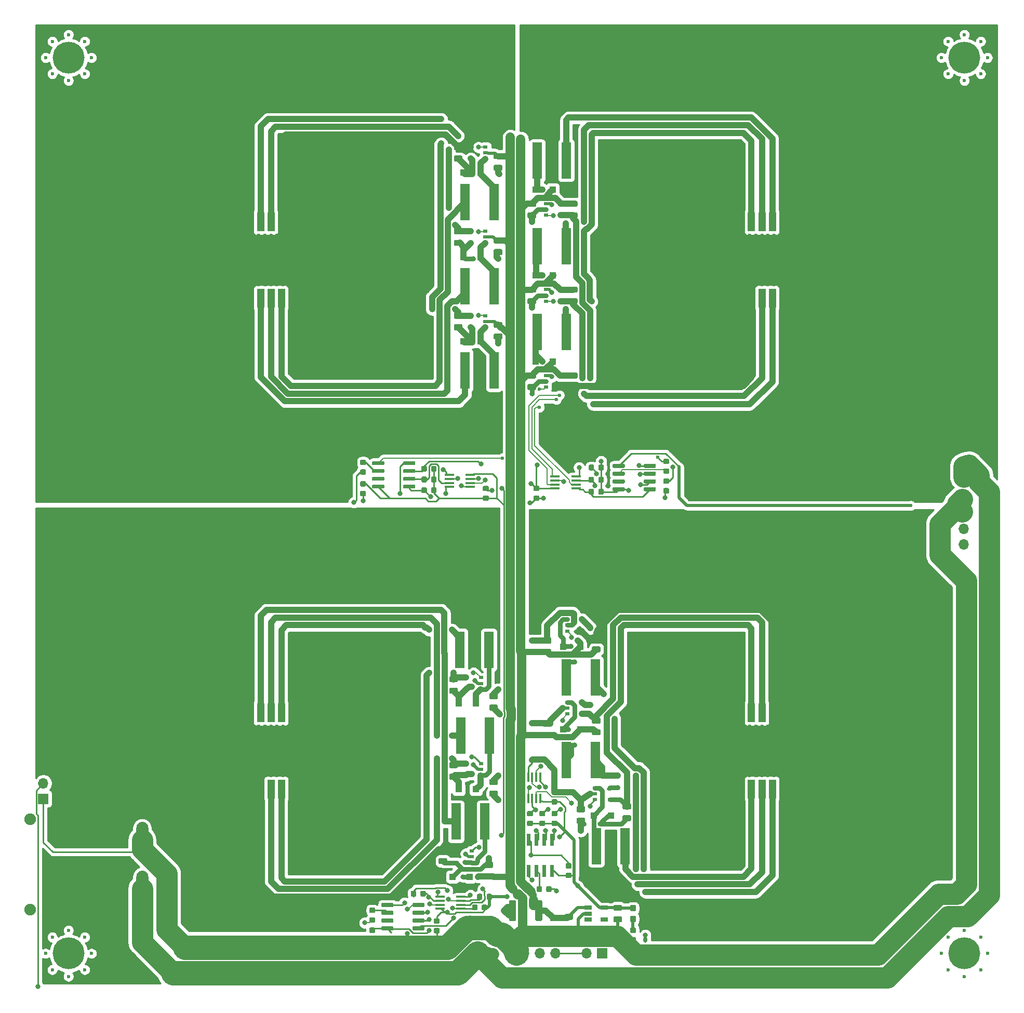
<source format=gbr>
G04 #@! TF.GenerationSoftware,KiCad,Pcbnew,5.1.5-52549c5~84~ubuntu18.04.1*
G04 #@! TF.CreationDate,2020-02-23T09:36:08-07:00*
G04 #@! TF.ProjectId,cob_2x2,636f625f-3278-4322-9e6b-696361645f70,rev?*
G04 #@! TF.SameCoordinates,Original*
G04 #@! TF.FileFunction,Copper,L1,Top*
G04 #@! TF.FilePolarity,Positive*
%FSLAX46Y46*%
G04 Gerber Fmt 4.6, Leading zero omitted, Abs format (unit mm)*
G04 Created by KiCad (PCBNEW 5.1.5-52549c5~84~ubuntu18.04.1) date 2020-02-23 09:36:08*
%MOMM*%
%LPD*%
G04 APERTURE LIST*
%ADD10R,1.600000X0.300000*%
%ADD11R,0.300000X1.600000*%
%ADD12R,0.700000X0.600000*%
%ADD13C,0.600000*%
%ADD14C,5.200000*%
%ADD15R,1.200000X3.100000*%
%ADD16C,5.700000*%
%ADD17O,1.700000X1.700000*%
%ADD18R,1.700000X1.700000*%
%ADD19R,0.800000X0.550000*%
%ADD20C,0.100000*%
%ADD21R,1.220000X0.650000*%
%ADD22R,1.600000X5.900000*%
%ADD23C,1.900000*%
%ADD24O,1.970000X5.930000*%
%ADD25R,1.100000X1.100000*%
%ADD26R,1.000000X1.000000*%
%ADD27C,0.800000*%
%ADD28C,4.000000*%
%ADD29C,3.500000*%
%ADD30C,0.500000*%
%ADD31C,0.750000*%
%ADD32C,1.000000*%
%ADD33C,1.500000*%
%ADD34C,0.250000*%
%ADD35C,0.200000*%
%ADD36C,2.000000*%
%ADD37C,0.254000*%
G04 APERTURE END LIST*
D10*
X186300000Y-177225000D03*
X186300000Y-176575000D03*
X186300000Y-175925000D03*
X186300000Y-175275000D03*
X189700000Y-175275000D03*
X189700000Y-175925000D03*
X189700000Y-176575000D03*
X189700000Y-177225000D03*
X172450000Y-175025000D03*
X172450000Y-175675000D03*
X172450000Y-176325000D03*
X172450000Y-176975000D03*
X169050000Y-176975000D03*
X169050000Y-176325000D03*
X169050000Y-175675000D03*
X169050000Y-175025000D03*
X167550000Y-245725000D03*
X167550000Y-245075000D03*
X167550000Y-244425000D03*
X167550000Y-243775000D03*
X170950000Y-243775000D03*
X170950000Y-244425000D03*
X170950000Y-245075000D03*
X170950000Y-245725000D03*
D11*
X183875000Y-227700000D03*
X183225000Y-227700000D03*
X182575000Y-227700000D03*
X181925000Y-227700000D03*
X181925000Y-224300000D03*
X182575000Y-224300000D03*
X183225000Y-224300000D03*
X183875000Y-224300000D03*
D12*
X201000000Y-250800000D03*
X201000000Y-252200000D03*
D13*
X109650000Y-255650000D03*
X104350000Y-255650000D03*
X109650000Y-250350000D03*
X104350000Y-250350000D03*
X103250000Y-253000000D03*
X110750000Y-253000000D03*
X107000000Y-256750000D03*
X107000000Y-249250000D03*
D14*
X107000000Y-253000000D03*
D13*
X255650000Y-255650000D03*
X250350000Y-255650000D03*
X255650000Y-250350000D03*
X250350000Y-250350000D03*
X249250000Y-253000000D03*
X256750000Y-253000000D03*
X253000000Y-256750000D03*
X253000000Y-249250000D03*
D14*
X253000000Y-253000000D03*
D13*
X255650000Y-109650000D03*
X250350000Y-109650000D03*
X255650000Y-104350000D03*
X250350000Y-104350000D03*
X249250000Y-107000000D03*
X256750000Y-107000000D03*
X253000000Y-110750000D03*
X253000000Y-103250000D03*
D14*
X253000000Y-107000000D03*
D13*
X109650000Y-109650000D03*
X104350000Y-109650000D03*
X109650000Y-104350000D03*
X104350000Y-104350000D03*
X103250000Y-107000000D03*
X110750000Y-107000000D03*
X107000000Y-110750000D03*
X107000000Y-103250000D03*
D14*
X107000000Y-107000000D03*
D15*
X141700000Y-146220000D03*
X140000000Y-146220000D03*
X138300000Y-146220000D03*
D16*
X140000000Y-140000000D03*
D15*
X138300000Y-133780000D03*
X140000000Y-133780000D03*
X141700000Y-133780000D03*
X218300000Y-133780000D03*
X220000000Y-133780000D03*
X221700000Y-133780000D03*
D16*
X220000000Y-140000000D03*
D15*
X221700000Y-146220000D03*
X220000000Y-146220000D03*
X218300000Y-146220000D03*
X138300000Y-213780000D03*
X140000000Y-213780000D03*
X141700000Y-213780000D03*
D16*
X140000000Y-220000000D03*
D15*
X141700000Y-226220000D03*
X140000000Y-226220000D03*
X138300000Y-226220000D03*
X221700000Y-226220000D03*
X220000000Y-226220000D03*
X218300000Y-226220000D03*
D16*
X220000000Y-220000000D03*
D15*
X218300000Y-213780000D03*
X220000000Y-213780000D03*
X221700000Y-213780000D03*
D17*
X191460000Y-253000000D03*
D18*
X194000000Y-253000000D03*
D19*
X187200000Y-158800000D03*
X187200000Y-160700000D03*
X184800000Y-158800000D03*
X184800000Y-160700000D03*
X184800000Y-159750000D03*
G04 #@! TA.AperFunction,SMDPad,CuDef*
D20*
G36*
X197503428Y-177015782D02*
G01*
X197519202Y-177018122D01*
X197534671Y-177021997D01*
X197549686Y-177027370D01*
X197564102Y-177034188D01*
X197577780Y-177042386D01*
X197590589Y-177051886D01*
X197602405Y-177062595D01*
X197613114Y-177074411D01*
X197622614Y-177087220D01*
X197630812Y-177100898D01*
X197637630Y-177115314D01*
X197643003Y-177130329D01*
X197646878Y-177145798D01*
X197649218Y-177161572D01*
X197650000Y-177177500D01*
X197650000Y-177502500D01*
X197649218Y-177518428D01*
X197646878Y-177534202D01*
X197643003Y-177549671D01*
X197637630Y-177564686D01*
X197630812Y-177579102D01*
X197622614Y-177592780D01*
X197613114Y-177605589D01*
X197602405Y-177617405D01*
X197590589Y-177628114D01*
X197577780Y-177637614D01*
X197564102Y-177645812D01*
X197549686Y-177652630D01*
X197534671Y-177658003D01*
X197519202Y-177661878D01*
X197503428Y-177664218D01*
X197487500Y-177665000D01*
X195837500Y-177665000D01*
X195821572Y-177664218D01*
X195805798Y-177661878D01*
X195790329Y-177658003D01*
X195775314Y-177652630D01*
X195760898Y-177645812D01*
X195747220Y-177637614D01*
X195734411Y-177628114D01*
X195722595Y-177617405D01*
X195711886Y-177605589D01*
X195702386Y-177592780D01*
X195694188Y-177579102D01*
X195687370Y-177564686D01*
X195681997Y-177549671D01*
X195678122Y-177534202D01*
X195675782Y-177518428D01*
X195675000Y-177502500D01*
X195675000Y-177177500D01*
X195675782Y-177161572D01*
X195678122Y-177145798D01*
X195681997Y-177130329D01*
X195687370Y-177115314D01*
X195694188Y-177100898D01*
X195702386Y-177087220D01*
X195711886Y-177074411D01*
X195722595Y-177062595D01*
X195734411Y-177051886D01*
X195747220Y-177042386D01*
X195760898Y-177034188D01*
X195775314Y-177027370D01*
X195790329Y-177021997D01*
X195805798Y-177018122D01*
X195821572Y-177015782D01*
X195837500Y-177015000D01*
X197487500Y-177015000D01*
X197503428Y-177015782D01*
G37*
G04 #@! TD.AperFunction*
G04 #@! TA.AperFunction,SMDPad,CuDef*
G36*
X197503428Y-175745782D02*
G01*
X197519202Y-175748122D01*
X197534671Y-175751997D01*
X197549686Y-175757370D01*
X197564102Y-175764188D01*
X197577780Y-175772386D01*
X197590589Y-175781886D01*
X197602405Y-175792595D01*
X197613114Y-175804411D01*
X197622614Y-175817220D01*
X197630812Y-175830898D01*
X197637630Y-175845314D01*
X197643003Y-175860329D01*
X197646878Y-175875798D01*
X197649218Y-175891572D01*
X197650000Y-175907500D01*
X197650000Y-176232500D01*
X197649218Y-176248428D01*
X197646878Y-176264202D01*
X197643003Y-176279671D01*
X197637630Y-176294686D01*
X197630812Y-176309102D01*
X197622614Y-176322780D01*
X197613114Y-176335589D01*
X197602405Y-176347405D01*
X197590589Y-176358114D01*
X197577780Y-176367614D01*
X197564102Y-176375812D01*
X197549686Y-176382630D01*
X197534671Y-176388003D01*
X197519202Y-176391878D01*
X197503428Y-176394218D01*
X197487500Y-176395000D01*
X195837500Y-176395000D01*
X195821572Y-176394218D01*
X195805798Y-176391878D01*
X195790329Y-176388003D01*
X195775314Y-176382630D01*
X195760898Y-176375812D01*
X195747220Y-176367614D01*
X195734411Y-176358114D01*
X195722595Y-176347405D01*
X195711886Y-176335589D01*
X195702386Y-176322780D01*
X195694188Y-176309102D01*
X195687370Y-176294686D01*
X195681997Y-176279671D01*
X195678122Y-176264202D01*
X195675782Y-176248428D01*
X195675000Y-176232500D01*
X195675000Y-175907500D01*
X195675782Y-175891572D01*
X195678122Y-175875798D01*
X195681997Y-175860329D01*
X195687370Y-175845314D01*
X195694188Y-175830898D01*
X195702386Y-175817220D01*
X195711886Y-175804411D01*
X195722595Y-175792595D01*
X195734411Y-175781886D01*
X195747220Y-175772386D01*
X195760898Y-175764188D01*
X195775314Y-175757370D01*
X195790329Y-175751997D01*
X195805798Y-175748122D01*
X195821572Y-175745782D01*
X195837500Y-175745000D01*
X197487500Y-175745000D01*
X197503428Y-175745782D01*
G37*
G04 #@! TD.AperFunction*
G04 #@! TA.AperFunction,SMDPad,CuDef*
G36*
X197503428Y-174475782D02*
G01*
X197519202Y-174478122D01*
X197534671Y-174481997D01*
X197549686Y-174487370D01*
X197564102Y-174494188D01*
X197577780Y-174502386D01*
X197590589Y-174511886D01*
X197602405Y-174522595D01*
X197613114Y-174534411D01*
X197622614Y-174547220D01*
X197630812Y-174560898D01*
X197637630Y-174575314D01*
X197643003Y-174590329D01*
X197646878Y-174605798D01*
X197649218Y-174621572D01*
X197650000Y-174637500D01*
X197650000Y-174962500D01*
X197649218Y-174978428D01*
X197646878Y-174994202D01*
X197643003Y-175009671D01*
X197637630Y-175024686D01*
X197630812Y-175039102D01*
X197622614Y-175052780D01*
X197613114Y-175065589D01*
X197602405Y-175077405D01*
X197590589Y-175088114D01*
X197577780Y-175097614D01*
X197564102Y-175105812D01*
X197549686Y-175112630D01*
X197534671Y-175118003D01*
X197519202Y-175121878D01*
X197503428Y-175124218D01*
X197487500Y-175125000D01*
X195837500Y-175125000D01*
X195821572Y-175124218D01*
X195805798Y-175121878D01*
X195790329Y-175118003D01*
X195775314Y-175112630D01*
X195760898Y-175105812D01*
X195747220Y-175097614D01*
X195734411Y-175088114D01*
X195722595Y-175077405D01*
X195711886Y-175065589D01*
X195702386Y-175052780D01*
X195694188Y-175039102D01*
X195687370Y-175024686D01*
X195681997Y-175009671D01*
X195678122Y-174994202D01*
X195675782Y-174978428D01*
X195675000Y-174962500D01*
X195675000Y-174637500D01*
X195675782Y-174621572D01*
X195678122Y-174605798D01*
X195681997Y-174590329D01*
X195687370Y-174575314D01*
X195694188Y-174560898D01*
X195702386Y-174547220D01*
X195711886Y-174534411D01*
X195722595Y-174522595D01*
X195734411Y-174511886D01*
X195747220Y-174502386D01*
X195760898Y-174494188D01*
X195775314Y-174487370D01*
X195790329Y-174481997D01*
X195805798Y-174478122D01*
X195821572Y-174475782D01*
X195837500Y-174475000D01*
X197487500Y-174475000D01*
X197503428Y-174475782D01*
G37*
G04 #@! TD.AperFunction*
G04 #@! TA.AperFunction,SMDPad,CuDef*
G36*
X197503428Y-173205782D02*
G01*
X197519202Y-173208122D01*
X197534671Y-173211997D01*
X197549686Y-173217370D01*
X197564102Y-173224188D01*
X197577780Y-173232386D01*
X197590589Y-173241886D01*
X197602405Y-173252595D01*
X197613114Y-173264411D01*
X197622614Y-173277220D01*
X197630812Y-173290898D01*
X197637630Y-173305314D01*
X197643003Y-173320329D01*
X197646878Y-173335798D01*
X197649218Y-173351572D01*
X197650000Y-173367500D01*
X197650000Y-173692500D01*
X197649218Y-173708428D01*
X197646878Y-173724202D01*
X197643003Y-173739671D01*
X197637630Y-173754686D01*
X197630812Y-173769102D01*
X197622614Y-173782780D01*
X197613114Y-173795589D01*
X197602405Y-173807405D01*
X197590589Y-173818114D01*
X197577780Y-173827614D01*
X197564102Y-173835812D01*
X197549686Y-173842630D01*
X197534671Y-173848003D01*
X197519202Y-173851878D01*
X197503428Y-173854218D01*
X197487500Y-173855000D01*
X195837500Y-173855000D01*
X195821572Y-173854218D01*
X195805798Y-173851878D01*
X195790329Y-173848003D01*
X195775314Y-173842630D01*
X195760898Y-173835812D01*
X195747220Y-173827614D01*
X195734411Y-173818114D01*
X195722595Y-173807405D01*
X195711886Y-173795589D01*
X195702386Y-173782780D01*
X195694188Y-173769102D01*
X195687370Y-173754686D01*
X195681997Y-173739671D01*
X195678122Y-173724202D01*
X195675782Y-173708428D01*
X195675000Y-173692500D01*
X195675000Y-173367500D01*
X195675782Y-173351572D01*
X195678122Y-173335798D01*
X195681997Y-173320329D01*
X195687370Y-173305314D01*
X195694188Y-173290898D01*
X195702386Y-173277220D01*
X195711886Y-173264411D01*
X195722595Y-173252595D01*
X195734411Y-173241886D01*
X195747220Y-173232386D01*
X195760898Y-173224188D01*
X195775314Y-173217370D01*
X195790329Y-173211997D01*
X195805798Y-173208122D01*
X195821572Y-173205782D01*
X195837500Y-173205000D01*
X197487500Y-173205000D01*
X197503428Y-173205782D01*
G37*
G04 #@! TD.AperFunction*
G04 #@! TA.AperFunction,SMDPad,CuDef*
G36*
X202578428Y-173205782D02*
G01*
X202594202Y-173208122D01*
X202609671Y-173211997D01*
X202624686Y-173217370D01*
X202639102Y-173224188D01*
X202652780Y-173232386D01*
X202665589Y-173241886D01*
X202677405Y-173252595D01*
X202688114Y-173264411D01*
X202697614Y-173277220D01*
X202705812Y-173290898D01*
X202712630Y-173305314D01*
X202718003Y-173320329D01*
X202721878Y-173335798D01*
X202724218Y-173351572D01*
X202725000Y-173367500D01*
X202725000Y-173692500D01*
X202724218Y-173708428D01*
X202721878Y-173724202D01*
X202718003Y-173739671D01*
X202712630Y-173754686D01*
X202705812Y-173769102D01*
X202697614Y-173782780D01*
X202688114Y-173795589D01*
X202677405Y-173807405D01*
X202665589Y-173818114D01*
X202652780Y-173827614D01*
X202639102Y-173835812D01*
X202624686Y-173842630D01*
X202609671Y-173848003D01*
X202594202Y-173851878D01*
X202578428Y-173854218D01*
X202562500Y-173855000D01*
X200912500Y-173855000D01*
X200896572Y-173854218D01*
X200880798Y-173851878D01*
X200865329Y-173848003D01*
X200850314Y-173842630D01*
X200835898Y-173835812D01*
X200822220Y-173827614D01*
X200809411Y-173818114D01*
X200797595Y-173807405D01*
X200786886Y-173795589D01*
X200777386Y-173782780D01*
X200769188Y-173769102D01*
X200762370Y-173754686D01*
X200756997Y-173739671D01*
X200753122Y-173724202D01*
X200750782Y-173708428D01*
X200750000Y-173692500D01*
X200750000Y-173367500D01*
X200750782Y-173351572D01*
X200753122Y-173335798D01*
X200756997Y-173320329D01*
X200762370Y-173305314D01*
X200769188Y-173290898D01*
X200777386Y-173277220D01*
X200786886Y-173264411D01*
X200797595Y-173252595D01*
X200809411Y-173241886D01*
X200822220Y-173232386D01*
X200835898Y-173224188D01*
X200850314Y-173217370D01*
X200865329Y-173211997D01*
X200880798Y-173208122D01*
X200896572Y-173205782D01*
X200912500Y-173205000D01*
X202562500Y-173205000D01*
X202578428Y-173205782D01*
G37*
G04 #@! TD.AperFunction*
G04 #@! TA.AperFunction,SMDPad,CuDef*
G36*
X202578428Y-174475782D02*
G01*
X202594202Y-174478122D01*
X202609671Y-174481997D01*
X202624686Y-174487370D01*
X202639102Y-174494188D01*
X202652780Y-174502386D01*
X202665589Y-174511886D01*
X202677405Y-174522595D01*
X202688114Y-174534411D01*
X202697614Y-174547220D01*
X202705812Y-174560898D01*
X202712630Y-174575314D01*
X202718003Y-174590329D01*
X202721878Y-174605798D01*
X202724218Y-174621572D01*
X202725000Y-174637500D01*
X202725000Y-174962500D01*
X202724218Y-174978428D01*
X202721878Y-174994202D01*
X202718003Y-175009671D01*
X202712630Y-175024686D01*
X202705812Y-175039102D01*
X202697614Y-175052780D01*
X202688114Y-175065589D01*
X202677405Y-175077405D01*
X202665589Y-175088114D01*
X202652780Y-175097614D01*
X202639102Y-175105812D01*
X202624686Y-175112630D01*
X202609671Y-175118003D01*
X202594202Y-175121878D01*
X202578428Y-175124218D01*
X202562500Y-175125000D01*
X200912500Y-175125000D01*
X200896572Y-175124218D01*
X200880798Y-175121878D01*
X200865329Y-175118003D01*
X200850314Y-175112630D01*
X200835898Y-175105812D01*
X200822220Y-175097614D01*
X200809411Y-175088114D01*
X200797595Y-175077405D01*
X200786886Y-175065589D01*
X200777386Y-175052780D01*
X200769188Y-175039102D01*
X200762370Y-175024686D01*
X200756997Y-175009671D01*
X200753122Y-174994202D01*
X200750782Y-174978428D01*
X200750000Y-174962500D01*
X200750000Y-174637500D01*
X200750782Y-174621572D01*
X200753122Y-174605798D01*
X200756997Y-174590329D01*
X200762370Y-174575314D01*
X200769188Y-174560898D01*
X200777386Y-174547220D01*
X200786886Y-174534411D01*
X200797595Y-174522595D01*
X200809411Y-174511886D01*
X200822220Y-174502386D01*
X200835898Y-174494188D01*
X200850314Y-174487370D01*
X200865329Y-174481997D01*
X200880798Y-174478122D01*
X200896572Y-174475782D01*
X200912500Y-174475000D01*
X202562500Y-174475000D01*
X202578428Y-174475782D01*
G37*
G04 #@! TD.AperFunction*
G04 #@! TA.AperFunction,SMDPad,CuDef*
G36*
X202578428Y-175745782D02*
G01*
X202594202Y-175748122D01*
X202609671Y-175751997D01*
X202624686Y-175757370D01*
X202639102Y-175764188D01*
X202652780Y-175772386D01*
X202665589Y-175781886D01*
X202677405Y-175792595D01*
X202688114Y-175804411D01*
X202697614Y-175817220D01*
X202705812Y-175830898D01*
X202712630Y-175845314D01*
X202718003Y-175860329D01*
X202721878Y-175875798D01*
X202724218Y-175891572D01*
X202725000Y-175907500D01*
X202725000Y-176232500D01*
X202724218Y-176248428D01*
X202721878Y-176264202D01*
X202718003Y-176279671D01*
X202712630Y-176294686D01*
X202705812Y-176309102D01*
X202697614Y-176322780D01*
X202688114Y-176335589D01*
X202677405Y-176347405D01*
X202665589Y-176358114D01*
X202652780Y-176367614D01*
X202639102Y-176375812D01*
X202624686Y-176382630D01*
X202609671Y-176388003D01*
X202594202Y-176391878D01*
X202578428Y-176394218D01*
X202562500Y-176395000D01*
X200912500Y-176395000D01*
X200896572Y-176394218D01*
X200880798Y-176391878D01*
X200865329Y-176388003D01*
X200850314Y-176382630D01*
X200835898Y-176375812D01*
X200822220Y-176367614D01*
X200809411Y-176358114D01*
X200797595Y-176347405D01*
X200786886Y-176335589D01*
X200777386Y-176322780D01*
X200769188Y-176309102D01*
X200762370Y-176294686D01*
X200756997Y-176279671D01*
X200753122Y-176264202D01*
X200750782Y-176248428D01*
X200750000Y-176232500D01*
X200750000Y-175907500D01*
X200750782Y-175891572D01*
X200753122Y-175875798D01*
X200756997Y-175860329D01*
X200762370Y-175845314D01*
X200769188Y-175830898D01*
X200777386Y-175817220D01*
X200786886Y-175804411D01*
X200797595Y-175792595D01*
X200809411Y-175781886D01*
X200822220Y-175772386D01*
X200835898Y-175764188D01*
X200850314Y-175757370D01*
X200865329Y-175751997D01*
X200880798Y-175748122D01*
X200896572Y-175745782D01*
X200912500Y-175745000D01*
X202562500Y-175745000D01*
X202578428Y-175745782D01*
G37*
G04 #@! TD.AperFunction*
G04 #@! TA.AperFunction,SMDPad,CuDef*
G36*
X202578428Y-177015782D02*
G01*
X202594202Y-177018122D01*
X202609671Y-177021997D01*
X202624686Y-177027370D01*
X202639102Y-177034188D01*
X202652780Y-177042386D01*
X202665589Y-177051886D01*
X202677405Y-177062595D01*
X202688114Y-177074411D01*
X202697614Y-177087220D01*
X202705812Y-177100898D01*
X202712630Y-177115314D01*
X202718003Y-177130329D01*
X202721878Y-177145798D01*
X202724218Y-177161572D01*
X202725000Y-177177500D01*
X202725000Y-177502500D01*
X202724218Y-177518428D01*
X202721878Y-177534202D01*
X202718003Y-177549671D01*
X202712630Y-177564686D01*
X202705812Y-177579102D01*
X202697614Y-177592780D01*
X202688114Y-177605589D01*
X202677405Y-177617405D01*
X202665589Y-177628114D01*
X202652780Y-177637614D01*
X202639102Y-177645812D01*
X202624686Y-177652630D01*
X202609671Y-177658003D01*
X202594202Y-177661878D01*
X202578428Y-177664218D01*
X202562500Y-177665000D01*
X200912500Y-177665000D01*
X200896572Y-177664218D01*
X200880798Y-177661878D01*
X200865329Y-177658003D01*
X200850314Y-177652630D01*
X200835898Y-177645812D01*
X200822220Y-177637614D01*
X200809411Y-177628114D01*
X200797595Y-177617405D01*
X200786886Y-177605589D01*
X200777386Y-177592780D01*
X200769188Y-177579102D01*
X200762370Y-177564686D01*
X200756997Y-177549671D01*
X200753122Y-177534202D01*
X200750782Y-177518428D01*
X200750000Y-177502500D01*
X200750000Y-177177500D01*
X200750782Y-177161572D01*
X200753122Y-177145798D01*
X200756997Y-177130329D01*
X200762370Y-177115314D01*
X200769188Y-177100898D01*
X200777386Y-177087220D01*
X200786886Y-177074411D01*
X200797595Y-177062595D01*
X200809411Y-177051886D01*
X200822220Y-177042386D01*
X200835898Y-177034188D01*
X200850314Y-177027370D01*
X200865329Y-177021997D01*
X200880798Y-177018122D01*
X200896572Y-177015782D01*
X200912500Y-177015000D01*
X202562500Y-177015000D01*
X202578428Y-177015782D01*
G37*
G04 #@! TD.AperFunction*
D19*
X187200000Y-144800000D03*
X187200000Y-146700000D03*
X184800000Y-144800000D03*
X184800000Y-146700000D03*
X184800000Y-145750000D03*
X187200000Y-130800000D03*
X187200000Y-132700000D03*
X184800000Y-130800000D03*
X184800000Y-132700000D03*
X184800000Y-131750000D03*
X172550000Y-123450000D03*
X172550000Y-121550000D03*
X174950000Y-123450000D03*
X174950000Y-121550000D03*
X174950000Y-122500000D03*
G04 #@! TA.AperFunction,SMDPad,CuDef*
D20*
G36*
X158303428Y-176580782D02*
G01*
X158319202Y-176583122D01*
X158334671Y-176586997D01*
X158349686Y-176592370D01*
X158364102Y-176599188D01*
X158377780Y-176607386D01*
X158390589Y-176616886D01*
X158402405Y-176627595D01*
X158413114Y-176639411D01*
X158422614Y-176652220D01*
X158430812Y-176665898D01*
X158437630Y-176680314D01*
X158443003Y-176695329D01*
X158446878Y-176710798D01*
X158449218Y-176726572D01*
X158450000Y-176742500D01*
X158450000Y-177067500D01*
X158449218Y-177083428D01*
X158446878Y-177099202D01*
X158443003Y-177114671D01*
X158437630Y-177129686D01*
X158430812Y-177144102D01*
X158422614Y-177157780D01*
X158413114Y-177170589D01*
X158402405Y-177182405D01*
X158390589Y-177193114D01*
X158377780Y-177202614D01*
X158364102Y-177210812D01*
X158349686Y-177217630D01*
X158334671Y-177223003D01*
X158319202Y-177226878D01*
X158303428Y-177229218D01*
X158287500Y-177230000D01*
X156637500Y-177230000D01*
X156621572Y-177229218D01*
X156605798Y-177226878D01*
X156590329Y-177223003D01*
X156575314Y-177217630D01*
X156560898Y-177210812D01*
X156547220Y-177202614D01*
X156534411Y-177193114D01*
X156522595Y-177182405D01*
X156511886Y-177170589D01*
X156502386Y-177157780D01*
X156494188Y-177144102D01*
X156487370Y-177129686D01*
X156481997Y-177114671D01*
X156478122Y-177099202D01*
X156475782Y-177083428D01*
X156475000Y-177067500D01*
X156475000Y-176742500D01*
X156475782Y-176726572D01*
X156478122Y-176710798D01*
X156481997Y-176695329D01*
X156487370Y-176680314D01*
X156494188Y-176665898D01*
X156502386Y-176652220D01*
X156511886Y-176639411D01*
X156522595Y-176627595D01*
X156534411Y-176616886D01*
X156547220Y-176607386D01*
X156560898Y-176599188D01*
X156575314Y-176592370D01*
X156590329Y-176586997D01*
X156605798Y-176583122D01*
X156621572Y-176580782D01*
X156637500Y-176580000D01*
X158287500Y-176580000D01*
X158303428Y-176580782D01*
G37*
G04 #@! TD.AperFunction*
G04 #@! TA.AperFunction,SMDPad,CuDef*
G36*
X158303428Y-175310782D02*
G01*
X158319202Y-175313122D01*
X158334671Y-175316997D01*
X158349686Y-175322370D01*
X158364102Y-175329188D01*
X158377780Y-175337386D01*
X158390589Y-175346886D01*
X158402405Y-175357595D01*
X158413114Y-175369411D01*
X158422614Y-175382220D01*
X158430812Y-175395898D01*
X158437630Y-175410314D01*
X158443003Y-175425329D01*
X158446878Y-175440798D01*
X158449218Y-175456572D01*
X158450000Y-175472500D01*
X158450000Y-175797500D01*
X158449218Y-175813428D01*
X158446878Y-175829202D01*
X158443003Y-175844671D01*
X158437630Y-175859686D01*
X158430812Y-175874102D01*
X158422614Y-175887780D01*
X158413114Y-175900589D01*
X158402405Y-175912405D01*
X158390589Y-175923114D01*
X158377780Y-175932614D01*
X158364102Y-175940812D01*
X158349686Y-175947630D01*
X158334671Y-175953003D01*
X158319202Y-175956878D01*
X158303428Y-175959218D01*
X158287500Y-175960000D01*
X156637500Y-175960000D01*
X156621572Y-175959218D01*
X156605798Y-175956878D01*
X156590329Y-175953003D01*
X156575314Y-175947630D01*
X156560898Y-175940812D01*
X156547220Y-175932614D01*
X156534411Y-175923114D01*
X156522595Y-175912405D01*
X156511886Y-175900589D01*
X156502386Y-175887780D01*
X156494188Y-175874102D01*
X156487370Y-175859686D01*
X156481997Y-175844671D01*
X156478122Y-175829202D01*
X156475782Y-175813428D01*
X156475000Y-175797500D01*
X156475000Y-175472500D01*
X156475782Y-175456572D01*
X156478122Y-175440798D01*
X156481997Y-175425329D01*
X156487370Y-175410314D01*
X156494188Y-175395898D01*
X156502386Y-175382220D01*
X156511886Y-175369411D01*
X156522595Y-175357595D01*
X156534411Y-175346886D01*
X156547220Y-175337386D01*
X156560898Y-175329188D01*
X156575314Y-175322370D01*
X156590329Y-175316997D01*
X156605798Y-175313122D01*
X156621572Y-175310782D01*
X156637500Y-175310000D01*
X158287500Y-175310000D01*
X158303428Y-175310782D01*
G37*
G04 #@! TD.AperFunction*
G04 #@! TA.AperFunction,SMDPad,CuDef*
G36*
X158303428Y-174040782D02*
G01*
X158319202Y-174043122D01*
X158334671Y-174046997D01*
X158349686Y-174052370D01*
X158364102Y-174059188D01*
X158377780Y-174067386D01*
X158390589Y-174076886D01*
X158402405Y-174087595D01*
X158413114Y-174099411D01*
X158422614Y-174112220D01*
X158430812Y-174125898D01*
X158437630Y-174140314D01*
X158443003Y-174155329D01*
X158446878Y-174170798D01*
X158449218Y-174186572D01*
X158450000Y-174202500D01*
X158450000Y-174527500D01*
X158449218Y-174543428D01*
X158446878Y-174559202D01*
X158443003Y-174574671D01*
X158437630Y-174589686D01*
X158430812Y-174604102D01*
X158422614Y-174617780D01*
X158413114Y-174630589D01*
X158402405Y-174642405D01*
X158390589Y-174653114D01*
X158377780Y-174662614D01*
X158364102Y-174670812D01*
X158349686Y-174677630D01*
X158334671Y-174683003D01*
X158319202Y-174686878D01*
X158303428Y-174689218D01*
X158287500Y-174690000D01*
X156637500Y-174690000D01*
X156621572Y-174689218D01*
X156605798Y-174686878D01*
X156590329Y-174683003D01*
X156575314Y-174677630D01*
X156560898Y-174670812D01*
X156547220Y-174662614D01*
X156534411Y-174653114D01*
X156522595Y-174642405D01*
X156511886Y-174630589D01*
X156502386Y-174617780D01*
X156494188Y-174604102D01*
X156487370Y-174589686D01*
X156481997Y-174574671D01*
X156478122Y-174559202D01*
X156475782Y-174543428D01*
X156475000Y-174527500D01*
X156475000Y-174202500D01*
X156475782Y-174186572D01*
X156478122Y-174170798D01*
X156481997Y-174155329D01*
X156487370Y-174140314D01*
X156494188Y-174125898D01*
X156502386Y-174112220D01*
X156511886Y-174099411D01*
X156522595Y-174087595D01*
X156534411Y-174076886D01*
X156547220Y-174067386D01*
X156560898Y-174059188D01*
X156575314Y-174052370D01*
X156590329Y-174046997D01*
X156605798Y-174043122D01*
X156621572Y-174040782D01*
X156637500Y-174040000D01*
X158287500Y-174040000D01*
X158303428Y-174040782D01*
G37*
G04 #@! TD.AperFunction*
G04 #@! TA.AperFunction,SMDPad,CuDef*
G36*
X158303428Y-172770782D02*
G01*
X158319202Y-172773122D01*
X158334671Y-172776997D01*
X158349686Y-172782370D01*
X158364102Y-172789188D01*
X158377780Y-172797386D01*
X158390589Y-172806886D01*
X158402405Y-172817595D01*
X158413114Y-172829411D01*
X158422614Y-172842220D01*
X158430812Y-172855898D01*
X158437630Y-172870314D01*
X158443003Y-172885329D01*
X158446878Y-172900798D01*
X158449218Y-172916572D01*
X158450000Y-172932500D01*
X158450000Y-173257500D01*
X158449218Y-173273428D01*
X158446878Y-173289202D01*
X158443003Y-173304671D01*
X158437630Y-173319686D01*
X158430812Y-173334102D01*
X158422614Y-173347780D01*
X158413114Y-173360589D01*
X158402405Y-173372405D01*
X158390589Y-173383114D01*
X158377780Y-173392614D01*
X158364102Y-173400812D01*
X158349686Y-173407630D01*
X158334671Y-173413003D01*
X158319202Y-173416878D01*
X158303428Y-173419218D01*
X158287500Y-173420000D01*
X156637500Y-173420000D01*
X156621572Y-173419218D01*
X156605798Y-173416878D01*
X156590329Y-173413003D01*
X156575314Y-173407630D01*
X156560898Y-173400812D01*
X156547220Y-173392614D01*
X156534411Y-173383114D01*
X156522595Y-173372405D01*
X156511886Y-173360589D01*
X156502386Y-173347780D01*
X156494188Y-173334102D01*
X156487370Y-173319686D01*
X156481997Y-173304671D01*
X156478122Y-173289202D01*
X156475782Y-173273428D01*
X156475000Y-173257500D01*
X156475000Y-172932500D01*
X156475782Y-172916572D01*
X156478122Y-172900798D01*
X156481997Y-172885329D01*
X156487370Y-172870314D01*
X156494188Y-172855898D01*
X156502386Y-172842220D01*
X156511886Y-172829411D01*
X156522595Y-172817595D01*
X156534411Y-172806886D01*
X156547220Y-172797386D01*
X156560898Y-172789188D01*
X156575314Y-172782370D01*
X156590329Y-172776997D01*
X156605798Y-172773122D01*
X156621572Y-172770782D01*
X156637500Y-172770000D01*
X158287500Y-172770000D01*
X158303428Y-172770782D01*
G37*
G04 #@! TD.AperFunction*
G04 #@! TA.AperFunction,SMDPad,CuDef*
G36*
X163378428Y-172770782D02*
G01*
X163394202Y-172773122D01*
X163409671Y-172776997D01*
X163424686Y-172782370D01*
X163439102Y-172789188D01*
X163452780Y-172797386D01*
X163465589Y-172806886D01*
X163477405Y-172817595D01*
X163488114Y-172829411D01*
X163497614Y-172842220D01*
X163505812Y-172855898D01*
X163512630Y-172870314D01*
X163518003Y-172885329D01*
X163521878Y-172900798D01*
X163524218Y-172916572D01*
X163525000Y-172932500D01*
X163525000Y-173257500D01*
X163524218Y-173273428D01*
X163521878Y-173289202D01*
X163518003Y-173304671D01*
X163512630Y-173319686D01*
X163505812Y-173334102D01*
X163497614Y-173347780D01*
X163488114Y-173360589D01*
X163477405Y-173372405D01*
X163465589Y-173383114D01*
X163452780Y-173392614D01*
X163439102Y-173400812D01*
X163424686Y-173407630D01*
X163409671Y-173413003D01*
X163394202Y-173416878D01*
X163378428Y-173419218D01*
X163362500Y-173420000D01*
X161712500Y-173420000D01*
X161696572Y-173419218D01*
X161680798Y-173416878D01*
X161665329Y-173413003D01*
X161650314Y-173407630D01*
X161635898Y-173400812D01*
X161622220Y-173392614D01*
X161609411Y-173383114D01*
X161597595Y-173372405D01*
X161586886Y-173360589D01*
X161577386Y-173347780D01*
X161569188Y-173334102D01*
X161562370Y-173319686D01*
X161556997Y-173304671D01*
X161553122Y-173289202D01*
X161550782Y-173273428D01*
X161550000Y-173257500D01*
X161550000Y-172932500D01*
X161550782Y-172916572D01*
X161553122Y-172900798D01*
X161556997Y-172885329D01*
X161562370Y-172870314D01*
X161569188Y-172855898D01*
X161577386Y-172842220D01*
X161586886Y-172829411D01*
X161597595Y-172817595D01*
X161609411Y-172806886D01*
X161622220Y-172797386D01*
X161635898Y-172789188D01*
X161650314Y-172782370D01*
X161665329Y-172776997D01*
X161680798Y-172773122D01*
X161696572Y-172770782D01*
X161712500Y-172770000D01*
X163362500Y-172770000D01*
X163378428Y-172770782D01*
G37*
G04 #@! TD.AperFunction*
G04 #@! TA.AperFunction,SMDPad,CuDef*
G36*
X163378428Y-174040782D02*
G01*
X163394202Y-174043122D01*
X163409671Y-174046997D01*
X163424686Y-174052370D01*
X163439102Y-174059188D01*
X163452780Y-174067386D01*
X163465589Y-174076886D01*
X163477405Y-174087595D01*
X163488114Y-174099411D01*
X163497614Y-174112220D01*
X163505812Y-174125898D01*
X163512630Y-174140314D01*
X163518003Y-174155329D01*
X163521878Y-174170798D01*
X163524218Y-174186572D01*
X163525000Y-174202500D01*
X163525000Y-174527500D01*
X163524218Y-174543428D01*
X163521878Y-174559202D01*
X163518003Y-174574671D01*
X163512630Y-174589686D01*
X163505812Y-174604102D01*
X163497614Y-174617780D01*
X163488114Y-174630589D01*
X163477405Y-174642405D01*
X163465589Y-174653114D01*
X163452780Y-174662614D01*
X163439102Y-174670812D01*
X163424686Y-174677630D01*
X163409671Y-174683003D01*
X163394202Y-174686878D01*
X163378428Y-174689218D01*
X163362500Y-174690000D01*
X161712500Y-174690000D01*
X161696572Y-174689218D01*
X161680798Y-174686878D01*
X161665329Y-174683003D01*
X161650314Y-174677630D01*
X161635898Y-174670812D01*
X161622220Y-174662614D01*
X161609411Y-174653114D01*
X161597595Y-174642405D01*
X161586886Y-174630589D01*
X161577386Y-174617780D01*
X161569188Y-174604102D01*
X161562370Y-174589686D01*
X161556997Y-174574671D01*
X161553122Y-174559202D01*
X161550782Y-174543428D01*
X161550000Y-174527500D01*
X161550000Y-174202500D01*
X161550782Y-174186572D01*
X161553122Y-174170798D01*
X161556997Y-174155329D01*
X161562370Y-174140314D01*
X161569188Y-174125898D01*
X161577386Y-174112220D01*
X161586886Y-174099411D01*
X161597595Y-174087595D01*
X161609411Y-174076886D01*
X161622220Y-174067386D01*
X161635898Y-174059188D01*
X161650314Y-174052370D01*
X161665329Y-174046997D01*
X161680798Y-174043122D01*
X161696572Y-174040782D01*
X161712500Y-174040000D01*
X163362500Y-174040000D01*
X163378428Y-174040782D01*
G37*
G04 #@! TD.AperFunction*
G04 #@! TA.AperFunction,SMDPad,CuDef*
G36*
X163378428Y-175310782D02*
G01*
X163394202Y-175313122D01*
X163409671Y-175316997D01*
X163424686Y-175322370D01*
X163439102Y-175329188D01*
X163452780Y-175337386D01*
X163465589Y-175346886D01*
X163477405Y-175357595D01*
X163488114Y-175369411D01*
X163497614Y-175382220D01*
X163505812Y-175395898D01*
X163512630Y-175410314D01*
X163518003Y-175425329D01*
X163521878Y-175440798D01*
X163524218Y-175456572D01*
X163525000Y-175472500D01*
X163525000Y-175797500D01*
X163524218Y-175813428D01*
X163521878Y-175829202D01*
X163518003Y-175844671D01*
X163512630Y-175859686D01*
X163505812Y-175874102D01*
X163497614Y-175887780D01*
X163488114Y-175900589D01*
X163477405Y-175912405D01*
X163465589Y-175923114D01*
X163452780Y-175932614D01*
X163439102Y-175940812D01*
X163424686Y-175947630D01*
X163409671Y-175953003D01*
X163394202Y-175956878D01*
X163378428Y-175959218D01*
X163362500Y-175960000D01*
X161712500Y-175960000D01*
X161696572Y-175959218D01*
X161680798Y-175956878D01*
X161665329Y-175953003D01*
X161650314Y-175947630D01*
X161635898Y-175940812D01*
X161622220Y-175932614D01*
X161609411Y-175923114D01*
X161597595Y-175912405D01*
X161586886Y-175900589D01*
X161577386Y-175887780D01*
X161569188Y-175874102D01*
X161562370Y-175859686D01*
X161556997Y-175844671D01*
X161553122Y-175829202D01*
X161550782Y-175813428D01*
X161550000Y-175797500D01*
X161550000Y-175472500D01*
X161550782Y-175456572D01*
X161553122Y-175440798D01*
X161556997Y-175425329D01*
X161562370Y-175410314D01*
X161569188Y-175395898D01*
X161577386Y-175382220D01*
X161586886Y-175369411D01*
X161597595Y-175357595D01*
X161609411Y-175346886D01*
X161622220Y-175337386D01*
X161635898Y-175329188D01*
X161650314Y-175322370D01*
X161665329Y-175316997D01*
X161680798Y-175313122D01*
X161696572Y-175310782D01*
X161712500Y-175310000D01*
X163362500Y-175310000D01*
X163378428Y-175310782D01*
G37*
G04 #@! TD.AperFunction*
G04 #@! TA.AperFunction,SMDPad,CuDef*
G36*
X163378428Y-176580782D02*
G01*
X163394202Y-176583122D01*
X163409671Y-176586997D01*
X163424686Y-176592370D01*
X163439102Y-176599188D01*
X163452780Y-176607386D01*
X163465589Y-176616886D01*
X163477405Y-176627595D01*
X163488114Y-176639411D01*
X163497614Y-176652220D01*
X163505812Y-176665898D01*
X163512630Y-176680314D01*
X163518003Y-176695329D01*
X163521878Y-176710798D01*
X163524218Y-176726572D01*
X163525000Y-176742500D01*
X163525000Y-177067500D01*
X163524218Y-177083428D01*
X163521878Y-177099202D01*
X163518003Y-177114671D01*
X163512630Y-177129686D01*
X163505812Y-177144102D01*
X163497614Y-177157780D01*
X163488114Y-177170589D01*
X163477405Y-177182405D01*
X163465589Y-177193114D01*
X163452780Y-177202614D01*
X163439102Y-177210812D01*
X163424686Y-177217630D01*
X163409671Y-177223003D01*
X163394202Y-177226878D01*
X163378428Y-177229218D01*
X163362500Y-177230000D01*
X161712500Y-177230000D01*
X161696572Y-177229218D01*
X161680798Y-177226878D01*
X161665329Y-177223003D01*
X161650314Y-177217630D01*
X161635898Y-177210812D01*
X161622220Y-177202614D01*
X161609411Y-177193114D01*
X161597595Y-177182405D01*
X161586886Y-177170589D01*
X161577386Y-177157780D01*
X161569188Y-177144102D01*
X161562370Y-177129686D01*
X161556997Y-177114671D01*
X161553122Y-177099202D01*
X161550782Y-177083428D01*
X161550000Y-177067500D01*
X161550000Y-176742500D01*
X161550782Y-176726572D01*
X161553122Y-176710798D01*
X161556997Y-176695329D01*
X161562370Y-176680314D01*
X161569188Y-176665898D01*
X161577386Y-176652220D01*
X161586886Y-176639411D01*
X161597595Y-176627595D01*
X161609411Y-176616886D01*
X161622220Y-176607386D01*
X161635898Y-176599188D01*
X161650314Y-176592370D01*
X161665329Y-176586997D01*
X161680798Y-176583122D01*
X161696572Y-176580782D01*
X161712500Y-176580000D01*
X163362500Y-176580000D01*
X163378428Y-176580782D01*
G37*
G04 #@! TD.AperFunction*
D19*
X174950000Y-136250000D03*
X174950000Y-135300000D03*
X174950000Y-137200000D03*
X172550000Y-135300000D03*
X172550000Y-137200000D03*
X172550000Y-150950000D03*
X172550000Y-149050000D03*
X174950000Y-150950000D03*
X174950000Y-149050000D03*
X174950000Y-150000000D03*
X170300000Y-238200000D03*
X170300000Y-236300000D03*
X172700000Y-238200000D03*
X172700000Y-236300000D03*
X172700000Y-237250000D03*
G04 #@! TA.AperFunction,SMDPad,CuDef*
D20*
G36*
X159803428Y-248580782D02*
G01*
X159819202Y-248583122D01*
X159834671Y-248586997D01*
X159849686Y-248592370D01*
X159864102Y-248599188D01*
X159877780Y-248607386D01*
X159890589Y-248616886D01*
X159902405Y-248627595D01*
X159913114Y-248639411D01*
X159922614Y-248652220D01*
X159930812Y-248665898D01*
X159937630Y-248680314D01*
X159943003Y-248695329D01*
X159946878Y-248710798D01*
X159949218Y-248726572D01*
X159950000Y-248742500D01*
X159950000Y-249067500D01*
X159949218Y-249083428D01*
X159946878Y-249099202D01*
X159943003Y-249114671D01*
X159937630Y-249129686D01*
X159930812Y-249144102D01*
X159922614Y-249157780D01*
X159913114Y-249170589D01*
X159902405Y-249182405D01*
X159890589Y-249193114D01*
X159877780Y-249202614D01*
X159864102Y-249210812D01*
X159849686Y-249217630D01*
X159834671Y-249223003D01*
X159819202Y-249226878D01*
X159803428Y-249229218D01*
X159787500Y-249230000D01*
X158137500Y-249230000D01*
X158121572Y-249229218D01*
X158105798Y-249226878D01*
X158090329Y-249223003D01*
X158075314Y-249217630D01*
X158060898Y-249210812D01*
X158047220Y-249202614D01*
X158034411Y-249193114D01*
X158022595Y-249182405D01*
X158011886Y-249170589D01*
X158002386Y-249157780D01*
X157994188Y-249144102D01*
X157987370Y-249129686D01*
X157981997Y-249114671D01*
X157978122Y-249099202D01*
X157975782Y-249083428D01*
X157975000Y-249067500D01*
X157975000Y-248742500D01*
X157975782Y-248726572D01*
X157978122Y-248710798D01*
X157981997Y-248695329D01*
X157987370Y-248680314D01*
X157994188Y-248665898D01*
X158002386Y-248652220D01*
X158011886Y-248639411D01*
X158022595Y-248627595D01*
X158034411Y-248616886D01*
X158047220Y-248607386D01*
X158060898Y-248599188D01*
X158075314Y-248592370D01*
X158090329Y-248586997D01*
X158105798Y-248583122D01*
X158121572Y-248580782D01*
X158137500Y-248580000D01*
X159787500Y-248580000D01*
X159803428Y-248580782D01*
G37*
G04 #@! TD.AperFunction*
G04 #@! TA.AperFunction,SMDPad,CuDef*
G36*
X159803428Y-247310782D02*
G01*
X159819202Y-247313122D01*
X159834671Y-247316997D01*
X159849686Y-247322370D01*
X159864102Y-247329188D01*
X159877780Y-247337386D01*
X159890589Y-247346886D01*
X159902405Y-247357595D01*
X159913114Y-247369411D01*
X159922614Y-247382220D01*
X159930812Y-247395898D01*
X159937630Y-247410314D01*
X159943003Y-247425329D01*
X159946878Y-247440798D01*
X159949218Y-247456572D01*
X159950000Y-247472500D01*
X159950000Y-247797500D01*
X159949218Y-247813428D01*
X159946878Y-247829202D01*
X159943003Y-247844671D01*
X159937630Y-247859686D01*
X159930812Y-247874102D01*
X159922614Y-247887780D01*
X159913114Y-247900589D01*
X159902405Y-247912405D01*
X159890589Y-247923114D01*
X159877780Y-247932614D01*
X159864102Y-247940812D01*
X159849686Y-247947630D01*
X159834671Y-247953003D01*
X159819202Y-247956878D01*
X159803428Y-247959218D01*
X159787500Y-247960000D01*
X158137500Y-247960000D01*
X158121572Y-247959218D01*
X158105798Y-247956878D01*
X158090329Y-247953003D01*
X158075314Y-247947630D01*
X158060898Y-247940812D01*
X158047220Y-247932614D01*
X158034411Y-247923114D01*
X158022595Y-247912405D01*
X158011886Y-247900589D01*
X158002386Y-247887780D01*
X157994188Y-247874102D01*
X157987370Y-247859686D01*
X157981997Y-247844671D01*
X157978122Y-247829202D01*
X157975782Y-247813428D01*
X157975000Y-247797500D01*
X157975000Y-247472500D01*
X157975782Y-247456572D01*
X157978122Y-247440798D01*
X157981997Y-247425329D01*
X157987370Y-247410314D01*
X157994188Y-247395898D01*
X158002386Y-247382220D01*
X158011886Y-247369411D01*
X158022595Y-247357595D01*
X158034411Y-247346886D01*
X158047220Y-247337386D01*
X158060898Y-247329188D01*
X158075314Y-247322370D01*
X158090329Y-247316997D01*
X158105798Y-247313122D01*
X158121572Y-247310782D01*
X158137500Y-247310000D01*
X159787500Y-247310000D01*
X159803428Y-247310782D01*
G37*
G04 #@! TD.AperFunction*
G04 #@! TA.AperFunction,SMDPad,CuDef*
G36*
X159803428Y-246040782D02*
G01*
X159819202Y-246043122D01*
X159834671Y-246046997D01*
X159849686Y-246052370D01*
X159864102Y-246059188D01*
X159877780Y-246067386D01*
X159890589Y-246076886D01*
X159902405Y-246087595D01*
X159913114Y-246099411D01*
X159922614Y-246112220D01*
X159930812Y-246125898D01*
X159937630Y-246140314D01*
X159943003Y-246155329D01*
X159946878Y-246170798D01*
X159949218Y-246186572D01*
X159950000Y-246202500D01*
X159950000Y-246527500D01*
X159949218Y-246543428D01*
X159946878Y-246559202D01*
X159943003Y-246574671D01*
X159937630Y-246589686D01*
X159930812Y-246604102D01*
X159922614Y-246617780D01*
X159913114Y-246630589D01*
X159902405Y-246642405D01*
X159890589Y-246653114D01*
X159877780Y-246662614D01*
X159864102Y-246670812D01*
X159849686Y-246677630D01*
X159834671Y-246683003D01*
X159819202Y-246686878D01*
X159803428Y-246689218D01*
X159787500Y-246690000D01*
X158137500Y-246690000D01*
X158121572Y-246689218D01*
X158105798Y-246686878D01*
X158090329Y-246683003D01*
X158075314Y-246677630D01*
X158060898Y-246670812D01*
X158047220Y-246662614D01*
X158034411Y-246653114D01*
X158022595Y-246642405D01*
X158011886Y-246630589D01*
X158002386Y-246617780D01*
X157994188Y-246604102D01*
X157987370Y-246589686D01*
X157981997Y-246574671D01*
X157978122Y-246559202D01*
X157975782Y-246543428D01*
X157975000Y-246527500D01*
X157975000Y-246202500D01*
X157975782Y-246186572D01*
X157978122Y-246170798D01*
X157981997Y-246155329D01*
X157987370Y-246140314D01*
X157994188Y-246125898D01*
X158002386Y-246112220D01*
X158011886Y-246099411D01*
X158022595Y-246087595D01*
X158034411Y-246076886D01*
X158047220Y-246067386D01*
X158060898Y-246059188D01*
X158075314Y-246052370D01*
X158090329Y-246046997D01*
X158105798Y-246043122D01*
X158121572Y-246040782D01*
X158137500Y-246040000D01*
X159787500Y-246040000D01*
X159803428Y-246040782D01*
G37*
G04 #@! TD.AperFunction*
G04 #@! TA.AperFunction,SMDPad,CuDef*
G36*
X159803428Y-244770782D02*
G01*
X159819202Y-244773122D01*
X159834671Y-244776997D01*
X159849686Y-244782370D01*
X159864102Y-244789188D01*
X159877780Y-244797386D01*
X159890589Y-244806886D01*
X159902405Y-244817595D01*
X159913114Y-244829411D01*
X159922614Y-244842220D01*
X159930812Y-244855898D01*
X159937630Y-244870314D01*
X159943003Y-244885329D01*
X159946878Y-244900798D01*
X159949218Y-244916572D01*
X159950000Y-244932500D01*
X159950000Y-245257500D01*
X159949218Y-245273428D01*
X159946878Y-245289202D01*
X159943003Y-245304671D01*
X159937630Y-245319686D01*
X159930812Y-245334102D01*
X159922614Y-245347780D01*
X159913114Y-245360589D01*
X159902405Y-245372405D01*
X159890589Y-245383114D01*
X159877780Y-245392614D01*
X159864102Y-245400812D01*
X159849686Y-245407630D01*
X159834671Y-245413003D01*
X159819202Y-245416878D01*
X159803428Y-245419218D01*
X159787500Y-245420000D01*
X158137500Y-245420000D01*
X158121572Y-245419218D01*
X158105798Y-245416878D01*
X158090329Y-245413003D01*
X158075314Y-245407630D01*
X158060898Y-245400812D01*
X158047220Y-245392614D01*
X158034411Y-245383114D01*
X158022595Y-245372405D01*
X158011886Y-245360589D01*
X158002386Y-245347780D01*
X157994188Y-245334102D01*
X157987370Y-245319686D01*
X157981997Y-245304671D01*
X157978122Y-245289202D01*
X157975782Y-245273428D01*
X157975000Y-245257500D01*
X157975000Y-244932500D01*
X157975782Y-244916572D01*
X157978122Y-244900798D01*
X157981997Y-244885329D01*
X157987370Y-244870314D01*
X157994188Y-244855898D01*
X158002386Y-244842220D01*
X158011886Y-244829411D01*
X158022595Y-244817595D01*
X158034411Y-244806886D01*
X158047220Y-244797386D01*
X158060898Y-244789188D01*
X158075314Y-244782370D01*
X158090329Y-244776997D01*
X158105798Y-244773122D01*
X158121572Y-244770782D01*
X158137500Y-244770000D01*
X159787500Y-244770000D01*
X159803428Y-244770782D01*
G37*
G04 #@! TD.AperFunction*
G04 #@! TA.AperFunction,SMDPad,CuDef*
G36*
X164878428Y-244770782D02*
G01*
X164894202Y-244773122D01*
X164909671Y-244776997D01*
X164924686Y-244782370D01*
X164939102Y-244789188D01*
X164952780Y-244797386D01*
X164965589Y-244806886D01*
X164977405Y-244817595D01*
X164988114Y-244829411D01*
X164997614Y-244842220D01*
X165005812Y-244855898D01*
X165012630Y-244870314D01*
X165018003Y-244885329D01*
X165021878Y-244900798D01*
X165024218Y-244916572D01*
X165025000Y-244932500D01*
X165025000Y-245257500D01*
X165024218Y-245273428D01*
X165021878Y-245289202D01*
X165018003Y-245304671D01*
X165012630Y-245319686D01*
X165005812Y-245334102D01*
X164997614Y-245347780D01*
X164988114Y-245360589D01*
X164977405Y-245372405D01*
X164965589Y-245383114D01*
X164952780Y-245392614D01*
X164939102Y-245400812D01*
X164924686Y-245407630D01*
X164909671Y-245413003D01*
X164894202Y-245416878D01*
X164878428Y-245419218D01*
X164862500Y-245420000D01*
X163212500Y-245420000D01*
X163196572Y-245419218D01*
X163180798Y-245416878D01*
X163165329Y-245413003D01*
X163150314Y-245407630D01*
X163135898Y-245400812D01*
X163122220Y-245392614D01*
X163109411Y-245383114D01*
X163097595Y-245372405D01*
X163086886Y-245360589D01*
X163077386Y-245347780D01*
X163069188Y-245334102D01*
X163062370Y-245319686D01*
X163056997Y-245304671D01*
X163053122Y-245289202D01*
X163050782Y-245273428D01*
X163050000Y-245257500D01*
X163050000Y-244932500D01*
X163050782Y-244916572D01*
X163053122Y-244900798D01*
X163056997Y-244885329D01*
X163062370Y-244870314D01*
X163069188Y-244855898D01*
X163077386Y-244842220D01*
X163086886Y-244829411D01*
X163097595Y-244817595D01*
X163109411Y-244806886D01*
X163122220Y-244797386D01*
X163135898Y-244789188D01*
X163150314Y-244782370D01*
X163165329Y-244776997D01*
X163180798Y-244773122D01*
X163196572Y-244770782D01*
X163212500Y-244770000D01*
X164862500Y-244770000D01*
X164878428Y-244770782D01*
G37*
G04 #@! TD.AperFunction*
G04 #@! TA.AperFunction,SMDPad,CuDef*
G36*
X164878428Y-246040782D02*
G01*
X164894202Y-246043122D01*
X164909671Y-246046997D01*
X164924686Y-246052370D01*
X164939102Y-246059188D01*
X164952780Y-246067386D01*
X164965589Y-246076886D01*
X164977405Y-246087595D01*
X164988114Y-246099411D01*
X164997614Y-246112220D01*
X165005812Y-246125898D01*
X165012630Y-246140314D01*
X165018003Y-246155329D01*
X165021878Y-246170798D01*
X165024218Y-246186572D01*
X165025000Y-246202500D01*
X165025000Y-246527500D01*
X165024218Y-246543428D01*
X165021878Y-246559202D01*
X165018003Y-246574671D01*
X165012630Y-246589686D01*
X165005812Y-246604102D01*
X164997614Y-246617780D01*
X164988114Y-246630589D01*
X164977405Y-246642405D01*
X164965589Y-246653114D01*
X164952780Y-246662614D01*
X164939102Y-246670812D01*
X164924686Y-246677630D01*
X164909671Y-246683003D01*
X164894202Y-246686878D01*
X164878428Y-246689218D01*
X164862500Y-246690000D01*
X163212500Y-246690000D01*
X163196572Y-246689218D01*
X163180798Y-246686878D01*
X163165329Y-246683003D01*
X163150314Y-246677630D01*
X163135898Y-246670812D01*
X163122220Y-246662614D01*
X163109411Y-246653114D01*
X163097595Y-246642405D01*
X163086886Y-246630589D01*
X163077386Y-246617780D01*
X163069188Y-246604102D01*
X163062370Y-246589686D01*
X163056997Y-246574671D01*
X163053122Y-246559202D01*
X163050782Y-246543428D01*
X163050000Y-246527500D01*
X163050000Y-246202500D01*
X163050782Y-246186572D01*
X163053122Y-246170798D01*
X163056997Y-246155329D01*
X163062370Y-246140314D01*
X163069188Y-246125898D01*
X163077386Y-246112220D01*
X163086886Y-246099411D01*
X163097595Y-246087595D01*
X163109411Y-246076886D01*
X163122220Y-246067386D01*
X163135898Y-246059188D01*
X163150314Y-246052370D01*
X163165329Y-246046997D01*
X163180798Y-246043122D01*
X163196572Y-246040782D01*
X163212500Y-246040000D01*
X164862500Y-246040000D01*
X164878428Y-246040782D01*
G37*
G04 #@! TD.AperFunction*
G04 #@! TA.AperFunction,SMDPad,CuDef*
G36*
X164878428Y-247310782D02*
G01*
X164894202Y-247313122D01*
X164909671Y-247316997D01*
X164924686Y-247322370D01*
X164939102Y-247329188D01*
X164952780Y-247337386D01*
X164965589Y-247346886D01*
X164977405Y-247357595D01*
X164988114Y-247369411D01*
X164997614Y-247382220D01*
X165005812Y-247395898D01*
X165012630Y-247410314D01*
X165018003Y-247425329D01*
X165021878Y-247440798D01*
X165024218Y-247456572D01*
X165025000Y-247472500D01*
X165025000Y-247797500D01*
X165024218Y-247813428D01*
X165021878Y-247829202D01*
X165018003Y-247844671D01*
X165012630Y-247859686D01*
X165005812Y-247874102D01*
X164997614Y-247887780D01*
X164988114Y-247900589D01*
X164977405Y-247912405D01*
X164965589Y-247923114D01*
X164952780Y-247932614D01*
X164939102Y-247940812D01*
X164924686Y-247947630D01*
X164909671Y-247953003D01*
X164894202Y-247956878D01*
X164878428Y-247959218D01*
X164862500Y-247960000D01*
X163212500Y-247960000D01*
X163196572Y-247959218D01*
X163180798Y-247956878D01*
X163165329Y-247953003D01*
X163150314Y-247947630D01*
X163135898Y-247940812D01*
X163122220Y-247932614D01*
X163109411Y-247923114D01*
X163097595Y-247912405D01*
X163086886Y-247900589D01*
X163077386Y-247887780D01*
X163069188Y-247874102D01*
X163062370Y-247859686D01*
X163056997Y-247844671D01*
X163053122Y-247829202D01*
X163050782Y-247813428D01*
X163050000Y-247797500D01*
X163050000Y-247472500D01*
X163050782Y-247456572D01*
X163053122Y-247440798D01*
X163056997Y-247425329D01*
X163062370Y-247410314D01*
X163069188Y-247395898D01*
X163077386Y-247382220D01*
X163086886Y-247369411D01*
X163097595Y-247357595D01*
X163109411Y-247346886D01*
X163122220Y-247337386D01*
X163135898Y-247329188D01*
X163150314Y-247322370D01*
X163165329Y-247316997D01*
X163180798Y-247313122D01*
X163196572Y-247310782D01*
X163212500Y-247310000D01*
X164862500Y-247310000D01*
X164878428Y-247310782D01*
G37*
G04 #@! TD.AperFunction*
G04 #@! TA.AperFunction,SMDPad,CuDef*
G36*
X164878428Y-248580782D02*
G01*
X164894202Y-248583122D01*
X164909671Y-248586997D01*
X164924686Y-248592370D01*
X164939102Y-248599188D01*
X164952780Y-248607386D01*
X164965589Y-248616886D01*
X164977405Y-248627595D01*
X164988114Y-248639411D01*
X164997614Y-248652220D01*
X165005812Y-248665898D01*
X165012630Y-248680314D01*
X165018003Y-248695329D01*
X165021878Y-248710798D01*
X165024218Y-248726572D01*
X165025000Y-248742500D01*
X165025000Y-249067500D01*
X165024218Y-249083428D01*
X165021878Y-249099202D01*
X165018003Y-249114671D01*
X165012630Y-249129686D01*
X165005812Y-249144102D01*
X164997614Y-249157780D01*
X164988114Y-249170589D01*
X164977405Y-249182405D01*
X164965589Y-249193114D01*
X164952780Y-249202614D01*
X164939102Y-249210812D01*
X164924686Y-249217630D01*
X164909671Y-249223003D01*
X164894202Y-249226878D01*
X164878428Y-249229218D01*
X164862500Y-249230000D01*
X163212500Y-249230000D01*
X163196572Y-249229218D01*
X163180798Y-249226878D01*
X163165329Y-249223003D01*
X163150314Y-249217630D01*
X163135898Y-249210812D01*
X163122220Y-249202614D01*
X163109411Y-249193114D01*
X163097595Y-249182405D01*
X163086886Y-249170589D01*
X163077386Y-249157780D01*
X163069188Y-249144102D01*
X163062370Y-249129686D01*
X163056997Y-249114671D01*
X163053122Y-249099202D01*
X163050782Y-249083428D01*
X163050000Y-249067500D01*
X163050000Y-248742500D01*
X163050782Y-248726572D01*
X163053122Y-248710798D01*
X163056997Y-248695329D01*
X163062370Y-248680314D01*
X163069188Y-248665898D01*
X163077386Y-248652220D01*
X163086886Y-248639411D01*
X163097595Y-248627595D01*
X163109411Y-248616886D01*
X163122220Y-248607386D01*
X163135898Y-248599188D01*
X163150314Y-248592370D01*
X163165329Y-248586997D01*
X163180798Y-248583122D01*
X163196572Y-248580782D01*
X163212500Y-248580000D01*
X164862500Y-248580000D01*
X164878428Y-248580782D01*
G37*
G04 #@! TD.AperFunction*
D19*
X171800000Y-223950000D03*
X171800000Y-222050000D03*
X174200000Y-223950000D03*
X174200000Y-222050000D03*
X174200000Y-223000000D03*
X171800000Y-209950000D03*
X171800000Y-208050000D03*
X174200000Y-209950000D03*
X174200000Y-208050000D03*
X174200000Y-209000000D03*
X190700000Y-198550000D03*
X190700000Y-200450000D03*
X188300000Y-198550000D03*
X188300000Y-200450000D03*
X188300000Y-199500000D03*
G04 #@! TA.AperFunction,SMDPad,CuDef*
D20*
G36*
X185983428Y-238550782D02*
G01*
X185999202Y-238553122D01*
X186014671Y-238556997D01*
X186029686Y-238562370D01*
X186044102Y-238569188D01*
X186057780Y-238577386D01*
X186070589Y-238586886D01*
X186082405Y-238597595D01*
X186093114Y-238609411D01*
X186102614Y-238622220D01*
X186110812Y-238635898D01*
X186117630Y-238650314D01*
X186123003Y-238665329D01*
X186126878Y-238680798D01*
X186129218Y-238696572D01*
X186130000Y-238712500D01*
X186130000Y-240362500D01*
X186129218Y-240378428D01*
X186126878Y-240394202D01*
X186123003Y-240409671D01*
X186117630Y-240424686D01*
X186110812Y-240439102D01*
X186102614Y-240452780D01*
X186093114Y-240465589D01*
X186082405Y-240477405D01*
X186070589Y-240488114D01*
X186057780Y-240497614D01*
X186044102Y-240505812D01*
X186029686Y-240512630D01*
X186014671Y-240518003D01*
X185999202Y-240521878D01*
X185983428Y-240524218D01*
X185967500Y-240525000D01*
X185642500Y-240525000D01*
X185626572Y-240524218D01*
X185610798Y-240521878D01*
X185595329Y-240518003D01*
X185580314Y-240512630D01*
X185565898Y-240505812D01*
X185552220Y-240497614D01*
X185539411Y-240488114D01*
X185527595Y-240477405D01*
X185516886Y-240465589D01*
X185507386Y-240452780D01*
X185499188Y-240439102D01*
X185492370Y-240424686D01*
X185486997Y-240409671D01*
X185483122Y-240394202D01*
X185480782Y-240378428D01*
X185480000Y-240362500D01*
X185480000Y-238712500D01*
X185480782Y-238696572D01*
X185483122Y-238680798D01*
X185486997Y-238665329D01*
X185492370Y-238650314D01*
X185499188Y-238635898D01*
X185507386Y-238622220D01*
X185516886Y-238609411D01*
X185527595Y-238597595D01*
X185539411Y-238586886D01*
X185552220Y-238577386D01*
X185565898Y-238569188D01*
X185580314Y-238562370D01*
X185595329Y-238556997D01*
X185610798Y-238553122D01*
X185626572Y-238550782D01*
X185642500Y-238550000D01*
X185967500Y-238550000D01*
X185983428Y-238550782D01*
G37*
G04 #@! TD.AperFunction*
G04 #@! TA.AperFunction,SMDPad,CuDef*
G36*
X184713428Y-238550782D02*
G01*
X184729202Y-238553122D01*
X184744671Y-238556997D01*
X184759686Y-238562370D01*
X184774102Y-238569188D01*
X184787780Y-238577386D01*
X184800589Y-238586886D01*
X184812405Y-238597595D01*
X184823114Y-238609411D01*
X184832614Y-238622220D01*
X184840812Y-238635898D01*
X184847630Y-238650314D01*
X184853003Y-238665329D01*
X184856878Y-238680798D01*
X184859218Y-238696572D01*
X184860000Y-238712500D01*
X184860000Y-240362500D01*
X184859218Y-240378428D01*
X184856878Y-240394202D01*
X184853003Y-240409671D01*
X184847630Y-240424686D01*
X184840812Y-240439102D01*
X184832614Y-240452780D01*
X184823114Y-240465589D01*
X184812405Y-240477405D01*
X184800589Y-240488114D01*
X184787780Y-240497614D01*
X184774102Y-240505812D01*
X184759686Y-240512630D01*
X184744671Y-240518003D01*
X184729202Y-240521878D01*
X184713428Y-240524218D01*
X184697500Y-240525000D01*
X184372500Y-240525000D01*
X184356572Y-240524218D01*
X184340798Y-240521878D01*
X184325329Y-240518003D01*
X184310314Y-240512630D01*
X184295898Y-240505812D01*
X184282220Y-240497614D01*
X184269411Y-240488114D01*
X184257595Y-240477405D01*
X184246886Y-240465589D01*
X184237386Y-240452780D01*
X184229188Y-240439102D01*
X184222370Y-240424686D01*
X184216997Y-240409671D01*
X184213122Y-240394202D01*
X184210782Y-240378428D01*
X184210000Y-240362500D01*
X184210000Y-238712500D01*
X184210782Y-238696572D01*
X184213122Y-238680798D01*
X184216997Y-238665329D01*
X184222370Y-238650314D01*
X184229188Y-238635898D01*
X184237386Y-238622220D01*
X184246886Y-238609411D01*
X184257595Y-238597595D01*
X184269411Y-238586886D01*
X184282220Y-238577386D01*
X184295898Y-238569188D01*
X184310314Y-238562370D01*
X184325329Y-238556997D01*
X184340798Y-238553122D01*
X184356572Y-238550782D01*
X184372500Y-238550000D01*
X184697500Y-238550000D01*
X184713428Y-238550782D01*
G37*
G04 #@! TD.AperFunction*
G04 #@! TA.AperFunction,SMDPad,CuDef*
G36*
X183443428Y-238550782D02*
G01*
X183459202Y-238553122D01*
X183474671Y-238556997D01*
X183489686Y-238562370D01*
X183504102Y-238569188D01*
X183517780Y-238577386D01*
X183530589Y-238586886D01*
X183542405Y-238597595D01*
X183553114Y-238609411D01*
X183562614Y-238622220D01*
X183570812Y-238635898D01*
X183577630Y-238650314D01*
X183583003Y-238665329D01*
X183586878Y-238680798D01*
X183589218Y-238696572D01*
X183590000Y-238712500D01*
X183590000Y-240362500D01*
X183589218Y-240378428D01*
X183586878Y-240394202D01*
X183583003Y-240409671D01*
X183577630Y-240424686D01*
X183570812Y-240439102D01*
X183562614Y-240452780D01*
X183553114Y-240465589D01*
X183542405Y-240477405D01*
X183530589Y-240488114D01*
X183517780Y-240497614D01*
X183504102Y-240505812D01*
X183489686Y-240512630D01*
X183474671Y-240518003D01*
X183459202Y-240521878D01*
X183443428Y-240524218D01*
X183427500Y-240525000D01*
X183102500Y-240525000D01*
X183086572Y-240524218D01*
X183070798Y-240521878D01*
X183055329Y-240518003D01*
X183040314Y-240512630D01*
X183025898Y-240505812D01*
X183012220Y-240497614D01*
X182999411Y-240488114D01*
X182987595Y-240477405D01*
X182976886Y-240465589D01*
X182967386Y-240452780D01*
X182959188Y-240439102D01*
X182952370Y-240424686D01*
X182946997Y-240409671D01*
X182943122Y-240394202D01*
X182940782Y-240378428D01*
X182940000Y-240362500D01*
X182940000Y-238712500D01*
X182940782Y-238696572D01*
X182943122Y-238680798D01*
X182946997Y-238665329D01*
X182952370Y-238650314D01*
X182959188Y-238635898D01*
X182967386Y-238622220D01*
X182976886Y-238609411D01*
X182987595Y-238597595D01*
X182999411Y-238586886D01*
X183012220Y-238577386D01*
X183025898Y-238569188D01*
X183040314Y-238562370D01*
X183055329Y-238556997D01*
X183070798Y-238553122D01*
X183086572Y-238550782D01*
X183102500Y-238550000D01*
X183427500Y-238550000D01*
X183443428Y-238550782D01*
G37*
G04 #@! TD.AperFunction*
G04 #@! TA.AperFunction,SMDPad,CuDef*
G36*
X182173428Y-238550782D02*
G01*
X182189202Y-238553122D01*
X182204671Y-238556997D01*
X182219686Y-238562370D01*
X182234102Y-238569188D01*
X182247780Y-238577386D01*
X182260589Y-238586886D01*
X182272405Y-238597595D01*
X182283114Y-238609411D01*
X182292614Y-238622220D01*
X182300812Y-238635898D01*
X182307630Y-238650314D01*
X182313003Y-238665329D01*
X182316878Y-238680798D01*
X182319218Y-238696572D01*
X182320000Y-238712500D01*
X182320000Y-240362500D01*
X182319218Y-240378428D01*
X182316878Y-240394202D01*
X182313003Y-240409671D01*
X182307630Y-240424686D01*
X182300812Y-240439102D01*
X182292614Y-240452780D01*
X182283114Y-240465589D01*
X182272405Y-240477405D01*
X182260589Y-240488114D01*
X182247780Y-240497614D01*
X182234102Y-240505812D01*
X182219686Y-240512630D01*
X182204671Y-240518003D01*
X182189202Y-240521878D01*
X182173428Y-240524218D01*
X182157500Y-240525000D01*
X181832500Y-240525000D01*
X181816572Y-240524218D01*
X181800798Y-240521878D01*
X181785329Y-240518003D01*
X181770314Y-240512630D01*
X181755898Y-240505812D01*
X181742220Y-240497614D01*
X181729411Y-240488114D01*
X181717595Y-240477405D01*
X181706886Y-240465589D01*
X181697386Y-240452780D01*
X181689188Y-240439102D01*
X181682370Y-240424686D01*
X181676997Y-240409671D01*
X181673122Y-240394202D01*
X181670782Y-240378428D01*
X181670000Y-240362500D01*
X181670000Y-238712500D01*
X181670782Y-238696572D01*
X181673122Y-238680798D01*
X181676997Y-238665329D01*
X181682370Y-238650314D01*
X181689188Y-238635898D01*
X181697386Y-238622220D01*
X181706886Y-238609411D01*
X181717595Y-238597595D01*
X181729411Y-238586886D01*
X181742220Y-238577386D01*
X181755898Y-238569188D01*
X181770314Y-238562370D01*
X181785329Y-238556997D01*
X181800798Y-238553122D01*
X181816572Y-238550782D01*
X181832500Y-238550000D01*
X182157500Y-238550000D01*
X182173428Y-238550782D01*
G37*
G04 #@! TD.AperFunction*
G04 #@! TA.AperFunction,SMDPad,CuDef*
G36*
X182173428Y-233475782D02*
G01*
X182189202Y-233478122D01*
X182204671Y-233481997D01*
X182219686Y-233487370D01*
X182234102Y-233494188D01*
X182247780Y-233502386D01*
X182260589Y-233511886D01*
X182272405Y-233522595D01*
X182283114Y-233534411D01*
X182292614Y-233547220D01*
X182300812Y-233560898D01*
X182307630Y-233575314D01*
X182313003Y-233590329D01*
X182316878Y-233605798D01*
X182319218Y-233621572D01*
X182320000Y-233637500D01*
X182320000Y-235287500D01*
X182319218Y-235303428D01*
X182316878Y-235319202D01*
X182313003Y-235334671D01*
X182307630Y-235349686D01*
X182300812Y-235364102D01*
X182292614Y-235377780D01*
X182283114Y-235390589D01*
X182272405Y-235402405D01*
X182260589Y-235413114D01*
X182247780Y-235422614D01*
X182234102Y-235430812D01*
X182219686Y-235437630D01*
X182204671Y-235443003D01*
X182189202Y-235446878D01*
X182173428Y-235449218D01*
X182157500Y-235450000D01*
X181832500Y-235450000D01*
X181816572Y-235449218D01*
X181800798Y-235446878D01*
X181785329Y-235443003D01*
X181770314Y-235437630D01*
X181755898Y-235430812D01*
X181742220Y-235422614D01*
X181729411Y-235413114D01*
X181717595Y-235402405D01*
X181706886Y-235390589D01*
X181697386Y-235377780D01*
X181689188Y-235364102D01*
X181682370Y-235349686D01*
X181676997Y-235334671D01*
X181673122Y-235319202D01*
X181670782Y-235303428D01*
X181670000Y-235287500D01*
X181670000Y-233637500D01*
X181670782Y-233621572D01*
X181673122Y-233605798D01*
X181676997Y-233590329D01*
X181682370Y-233575314D01*
X181689188Y-233560898D01*
X181697386Y-233547220D01*
X181706886Y-233534411D01*
X181717595Y-233522595D01*
X181729411Y-233511886D01*
X181742220Y-233502386D01*
X181755898Y-233494188D01*
X181770314Y-233487370D01*
X181785329Y-233481997D01*
X181800798Y-233478122D01*
X181816572Y-233475782D01*
X181832500Y-233475000D01*
X182157500Y-233475000D01*
X182173428Y-233475782D01*
G37*
G04 #@! TD.AperFunction*
G04 #@! TA.AperFunction,SMDPad,CuDef*
G36*
X183443428Y-233475782D02*
G01*
X183459202Y-233478122D01*
X183474671Y-233481997D01*
X183489686Y-233487370D01*
X183504102Y-233494188D01*
X183517780Y-233502386D01*
X183530589Y-233511886D01*
X183542405Y-233522595D01*
X183553114Y-233534411D01*
X183562614Y-233547220D01*
X183570812Y-233560898D01*
X183577630Y-233575314D01*
X183583003Y-233590329D01*
X183586878Y-233605798D01*
X183589218Y-233621572D01*
X183590000Y-233637500D01*
X183590000Y-235287500D01*
X183589218Y-235303428D01*
X183586878Y-235319202D01*
X183583003Y-235334671D01*
X183577630Y-235349686D01*
X183570812Y-235364102D01*
X183562614Y-235377780D01*
X183553114Y-235390589D01*
X183542405Y-235402405D01*
X183530589Y-235413114D01*
X183517780Y-235422614D01*
X183504102Y-235430812D01*
X183489686Y-235437630D01*
X183474671Y-235443003D01*
X183459202Y-235446878D01*
X183443428Y-235449218D01*
X183427500Y-235450000D01*
X183102500Y-235450000D01*
X183086572Y-235449218D01*
X183070798Y-235446878D01*
X183055329Y-235443003D01*
X183040314Y-235437630D01*
X183025898Y-235430812D01*
X183012220Y-235422614D01*
X182999411Y-235413114D01*
X182987595Y-235402405D01*
X182976886Y-235390589D01*
X182967386Y-235377780D01*
X182959188Y-235364102D01*
X182952370Y-235349686D01*
X182946997Y-235334671D01*
X182943122Y-235319202D01*
X182940782Y-235303428D01*
X182940000Y-235287500D01*
X182940000Y-233637500D01*
X182940782Y-233621572D01*
X182943122Y-233605798D01*
X182946997Y-233590329D01*
X182952370Y-233575314D01*
X182959188Y-233560898D01*
X182967386Y-233547220D01*
X182976886Y-233534411D01*
X182987595Y-233522595D01*
X182999411Y-233511886D01*
X183012220Y-233502386D01*
X183025898Y-233494188D01*
X183040314Y-233487370D01*
X183055329Y-233481997D01*
X183070798Y-233478122D01*
X183086572Y-233475782D01*
X183102500Y-233475000D01*
X183427500Y-233475000D01*
X183443428Y-233475782D01*
G37*
G04 #@! TD.AperFunction*
G04 #@! TA.AperFunction,SMDPad,CuDef*
G36*
X184713428Y-233475782D02*
G01*
X184729202Y-233478122D01*
X184744671Y-233481997D01*
X184759686Y-233487370D01*
X184774102Y-233494188D01*
X184787780Y-233502386D01*
X184800589Y-233511886D01*
X184812405Y-233522595D01*
X184823114Y-233534411D01*
X184832614Y-233547220D01*
X184840812Y-233560898D01*
X184847630Y-233575314D01*
X184853003Y-233590329D01*
X184856878Y-233605798D01*
X184859218Y-233621572D01*
X184860000Y-233637500D01*
X184860000Y-235287500D01*
X184859218Y-235303428D01*
X184856878Y-235319202D01*
X184853003Y-235334671D01*
X184847630Y-235349686D01*
X184840812Y-235364102D01*
X184832614Y-235377780D01*
X184823114Y-235390589D01*
X184812405Y-235402405D01*
X184800589Y-235413114D01*
X184787780Y-235422614D01*
X184774102Y-235430812D01*
X184759686Y-235437630D01*
X184744671Y-235443003D01*
X184729202Y-235446878D01*
X184713428Y-235449218D01*
X184697500Y-235450000D01*
X184372500Y-235450000D01*
X184356572Y-235449218D01*
X184340798Y-235446878D01*
X184325329Y-235443003D01*
X184310314Y-235437630D01*
X184295898Y-235430812D01*
X184282220Y-235422614D01*
X184269411Y-235413114D01*
X184257595Y-235402405D01*
X184246886Y-235390589D01*
X184237386Y-235377780D01*
X184229188Y-235364102D01*
X184222370Y-235349686D01*
X184216997Y-235334671D01*
X184213122Y-235319202D01*
X184210782Y-235303428D01*
X184210000Y-235287500D01*
X184210000Y-233637500D01*
X184210782Y-233621572D01*
X184213122Y-233605798D01*
X184216997Y-233590329D01*
X184222370Y-233575314D01*
X184229188Y-233560898D01*
X184237386Y-233547220D01*
X184246886Y-233534411D01*
X184257595Y-233522595D01*
X184269411Y-233511886D01*
X184282220Y-233502386D01*
X184295898Y-233494188D01*
X184310314Y-233487370D01*
X184325329Y-233481997D01*
X184340798Y-233478122D01*
X184356572Y-233475782D01*
X184372500Y-233475000D01*
X184697500Y-233475000D01*
X184713428Y-233475782D01*
G37*
G04 #@! TD.AperFunction*
G04 #@! TA.AperFunction,SMDPad,CuDef*
G36*
X185983428Y-233475782D02*
G01*
X185999202Y-233478122D01*
X186014671Y-233481997D01*
X186029686Y-233487370D01*
X186044102Y-233494188D01*
X186057780Y-233502386D01*
X186070589Y-233511886D01*
X186082405Y-233522595D01*
X186093114Y-233534411D01*
X186102614Y-233547220D01*
X186110812Y-233560898D01*
X186117630Y-233575314D01*
X186123003Y-233590329D01*
X186126878Y-233605798D01*
X186129218Y-233621572D01*
X186130000Y-233637500D01*
X186130000Y-235287500D01*
X186129218Y-235303428D01*
X186126878Y-235319202D01*
X186123003Y-235334671D01*
X186117630Y-235349686D01*
X186110812Y-235364102D01*
X186102614Y-235377780D01*
X186093114Y-235390589D01*
X186082405Y-235402405D01*
X186070589Y-235413114D01*
X186057780Y-235422614D01*
X186044102Y-235430812D01*
X186029686Y-235437630D01*
X186014671Y-235443003D01*
X185999202Y-235446878D01*
X185983428Y-235449218D01*
X185967500Y-235450000D01*
X185642500Y-235450000D01*
X185626572Y-235449218D01*
X185610798Y-235446878D01*
X185595329Y-235443003D01*
X185580314Y-235437630D01*
X185565898Y-235430812D01*
X185552220Y-235422614D01*
X185539411Y-235413114D01*
X185527595Y-235402405D01*
X185516886Y-235390589D01*
X185507386Y-235377780D01*
X185499188Y-235364102D01*
X185492370Y-235349686D01*
X185486997Y-235334671D01*
X185483122Y-235319202D01*
X185480782Y-235303428D01*
X185480000Y-235287500D01*
X185480000Y-233637500D01*
X185480782Y-233621572D01*
X185483122Y-233605798D01*
X185486997Y-233590329D01*
X185492370Y-233575314D01*
X185499188Y-233560898D01*
X185507386Y-233547220D01*
X185516886Y-233534411D01*
X185527595Y-233522595D01*
X185539411Y-233511886D01*
X185552220Y-233502386D01*
X185565898Y-233494188D01*
X185580314Y-233487370D01*
X185595329Y-233481997D01*
X185610798Y-233478122D01*
X185626572Y-233475782D01*
X185642500Y-233475000D01*
X185967500Y-233475000D01*
X185983428Y-233475782D01*
G37*
G04 #@! TD.AperFunction*
D19*
X190700000Y-212050000D03*
X190700000Y-213950000D03*
X188300000Y-212050000D03*
X188300000Y-213950000D03*
X188300000Y-213000000D03*
X195200000Y-226050000D03*
X195200000Y-227950000D03*
X192800000Y-226050000D03*
X192800000Y-227950000D03*
X192800000Y-227000000D03*
D21*
X194310000Y-245550000D03*
X194310000Y-247450000D03*
X191690000Y-247450000D03*
X191690000Y-246500000D03*
X191690000Y-245550000D03*
G04 #@! TA.AperFunction,SMDPad,CuDef*
D20*
G36*
X179699505Y-244301204D02*
G01*
X179723773Y-244304804D01*
X179747572Y-244310765D01*
X179770671Y-244319030D01*
X179792850Y-244329520D01*
X179813893Y-244342132D01*
X179833599Y-244356747D01*
X179851777Y-244373223D01*
X179868253Y-244391401D01*
X179882868Y-244411107D01*
X179895480Y-244432150D01*
X179905970Y-244454329D01*
X179914235Y-244477428D01*
X179920196Y-244501227D01*
X179923796Y-244525495D01*
X179925000Y-244549999D01*
X179925000Y-247450001D01*
X179923796Y-247474505D01*
X179920196Y-247498773D01*
X179914235Y-247522572D01*
X179905970Y-247545671D01*
X179895480Y-247567850D01*
X179882868Y-247588893D01*
X179868253Y-247608599D01*
X179851777Y-247626777D01*
X179833599Y-247643253D01*
X179813893Y-247657868D01*
X179792850Y-247670480D01*
X179770671Y-247680970D01*
X179747572Y-247689235D01*
X179723773Y-247695196D01*
X179699505Y-247698796D01*
X179675001Y-247700000D01*
X179049999Y-247700000D01*
X179025495Y-247698796D01*
X179001227Y-247695196D01*
X178977428Y-247689235D01*
X178954329Y-247680970D01*
X178932150Y-247670480D01*
X178911107Y-247657868D01*
X178891401Y-247643253D01*
X178873223Y-247626777D01*
X178856747Y-247608599D01*
X178842132Y-247588893D01*
X178829520Y-247567850D01*
X178819030Y-247545671D01*
X178810765Y-247522572D01*
X178804804Y-247498773D01*
X178801204Y-247474505D01*
X178800000Y-247450001D01*
X178800000Y-244549999D01*
X178801204Y-244525495D01*
X178804804Y-244501227D01*
X178810765Y-244477428D01*
X178819030Y-244454329D01*
X178829520Y-244432150D01*
X178842132Y-244411107D01*
X178856747Y-244391401D01*
X178873223Y-244373223D01*
X178891401Y-244356747D01*
X178911107Y-244342132D01*
X178932150Y-244329520D01*
X178954329Y-244319030D01*
X178977428Y-244310765D01*
X179001227Y-244304804D01*
X179025495Y-244301204D01*
X179049999Y-244300000D01*
X179675001Y-244300000D01*
X179699505Y-244301204D01*
G37*
G04 #@! TD.AperFunction*
G04 #@! TA.AperFunction,SMDPad,CuDef*
G36*
X183974505Y-244301204D02*
G01*
X183998773Y-244304804D01*
X184022572Y-244310765D01*
X184045671Y-244319030D01*
X184067850Y-244329520D01*
X184088893Y-244342132D01*
X184108599Y-244356747D01*
X184126777Y-244373223D01*
X184143253Y-244391401D01*
X184157868Y-244411107D01*
X184170480Y-244432150D01*
X184180970Y-244454329D01*
X184189235Y-244477428D01*
X184195196Y-244501227D01*
X184198796Y-244525495D01*
X184200000Y-244549999D01*
X184200000Y-247450001D01*
X184198796Y-247474505D01*
X184195196Y-247498773D01*
X184189235Y-247522572D01*
X184180970Y-247545671D01*
X184170480Y-247567850D01*
X184157868Y-247588893D01*
X184143253Y-247608599D01*
X184126777Y-247626777D01*
X184108599Y-247643253D01*
X184088893Y-247657868D01*
X184067850Y-247670480D01*
X184045671Y-247680970D01*
X184022572Y-247689235D01*
X183998773Y-247695196D01*
X183974505Y-247698796D01*
X183950001Y-247700000D01*
X183324999Y-247700000D01*
X183300495Y-247698796D01*
X183276227Y-247695196D01*
X183252428Y-247689235D01*
X183229329Y-247680970D01*
X183207150Y-247670480D01*
X183186107Y-247657868D01*
X183166401Y-247643253D01*
X183148223Y-247626777D01*
X183131747Y-247608599D01*
X183117132Y-247588893D01*
X183104520Y-247567850D01*
X183094030Y-247545671D01*
X183085765Y-247522572D01*
X183079804Y-247498773D01*
X183076204Y-247474505D01*
X183075000Y-247450001D01*
X183075000Y-244549999D01*
X183076204Y-244525495D01*
X183079804Y-244501227D01*
X183085765Y-244477428D01*
X183094030Y-244454329D01*
X183104520Y-244432150D01*
X183117132Y-244411107D01*
X183131747Y-244391401D01*
X183148223Y-244373223D01*
X183166401Y-244356747D01*
X183186107Y-244342132D01*
X183207150Y-244329520D01*
X183229329Y-244319030D01*
X183252428Y-244310765D01*
X183276227Y-244304804D01*
X183300495Y-244301204D01*
X183324999Y-244300000D01*
X183950001Y-244300000D01*
X183974505Y-244301204D01*
G37*
G04 #@! TD.AperFunction*
G04 #@! TA.AperFunction,SMDPad,CuDef*
G36*
X192452691Y-177276053D02*
G01*
X192473926Y-177279203D01*
X192494750Y-177284419D01*
X192514962Y-177291651D01*
X192534368Y-177300830D01*
X192552781Y-177311866D01*
X192570024Y-177324654D01*
X192585930Y-177339070D01*
X192600346Y-177354976D01*
X192613134Y-177372219D01*
X192624170Y-177390632D01*
X192633349Y-177410038D01*
X192640581Y-177430250D01*
X192645797Y-177451074D01*
X192648947Y-177472309D01*
X192650000Y-177493750D01*
X192650000Y-178006250D01*
X192648947Y-178027691D01*
X192645797Y-178048926D01*
X192640581Y-178069750D01*
X192633349Y-178089962D01*
X192624170Y-178109368D01*
X192613134Y-178127781D01*
X192600346Y-178145024D01*
X192585930Y-178160930D01*
X192570024Y-178175346D01*
X192552781Y-178188134D01*
X192534368Y-178199170D01*
X192514962Y-178208349D01*
X192494750Y-178215581D01*
X192473926Y-178220797D01*
X192452691Y-178223947D01*
X192431250Y-178225000D01*
X191993750Y-178225000D01*
X191972309Y-178223947D01*
X191951074Y-178220797D01*
X191930250Y-178215581D01*
X191910038Y-178208349D01*
X191890632Y-178199170D01*
X191872219Y-178188134D01*
X191854976Y-178175346D01*
X191839070Y-178160930D01*
X191824654Y-178145024D01*
X191811866Y-178127781D01*
X191800830Y-178109368D01*
X191791651Y-178089962D01*
X191784419Y-178069750D01*
X191779203Y-178048926D01*
X191776053Y-178027691D01*
X191775000Y-178006250D01*
X191775000Y-177493750D01*
X191776053Y-177472309D01*
X191779203Y-177451074D01*
X191784419Y-177430250D01*
X191791651Y-177410038D01*
X191800830Y-177390632D01*
X191811866Y-177372219D01*
X191824654Y-177354976D01*
X191839070Y-177339070D01*
X191854976Y-177324654D01*
X191872219Y-177311866D01*
X191890632Y-177300830D01*
X191910038Y-177291651D01*
X191930250Y-177284419D01*
X191951074Y-177279203D01*
X191972309Y-177276053D01*
X191993750Y-177275000D01*
X192431250Y-177275000D01*
X192452691Y-177276053D01*
G37*
G04 #@! TD.AperFunction*
G04 #@! TA.AperFunction,SMDPad,CuDef*
G36*
X194027691Y-177276053D02*
G01*
X194048926Y-177279203D01*
X194069750Y-177284419D01*
X194089962Y-177291651D01*
X194109368Y-177300830D01*
X194127781Y-177311866D01*
X194145024Y-177324654D01*
X194160930Y-177339070D01*
X194175346Y-177354976D01*
X194188134Y-177372219D01*
X194199170Y-177390632D01*
X194208349Y-177410038D01*
X194215581Y-177430250D01*
X194220797Y-177451074D01*
X194223947Y-177472309D01*
X194225000Y-177493750D01*
X194225000Y-178006250D01*
X194223947Y-178027691D01*
X194220797Y-178048926D01*
X194215581Y-178069750D01*
X194208349Y-178089962D01*
X194199170Y-178109368D01*
X194188134Y-178127781D01*
X194175346Y-178145024D01*
X194160930Y-178160930D01*
X194145024Y-178175346D01*
X194127781Y-178188134D01*
X194109368Y-178199170D01*
X194089962Y-178208349D01*
X194069750Y-178215581D01*
X194048926Y-178220797D01*
X194027691Y-178223947D01*
X194006250Y-178225000D01*
X193568750Y-178225000D01*
X193547309Y-178223947D01*
X193526074Y-178220797D01*
X193505250Y-178215581D01*
X193485038Y-178208349D01*
X193465632Y-178199170D01*
X193447219Y-178188134D01*
X193429976Y-178175346D01*
X193414070Y-178160930D01*
X193399654Y-178145024D01*
X193386866Y-178127781D01*
X193375830Y-178109368D01*
X193366651Y-178089962D01*
X193359419Y-178069750D01*
X193354203Y-178048926D01*
X193351053Y-178027691D01*
X193350000Y-178006250D01*
X193350000Y-177493750D01*
X193351053Y-177472309D01*
X193354203Y-177451074D01*
X193359419Y-177430250D01*
X193366651Y-177410038D01*
X193375830Y-177390632D01*
X193386866Y-177372219D01*
X193399654Y-177354976D01*
X193414070Y-177339070D01*
X193429976Y-177324654D01*
X193447219Y-177311866D01*
X193465632Y-177300830D01*
X193485038Y-177291651D01*
X193505250Y-177284419D01*
X193526074Y-177279203D01*
X193547309Y-177276053D01*
X193568750Y-177275000D01*
X194006250Y-177275000D01*
X194027691Y-177276053D01*
G37*
G04 #@! TD.AperFunction*
G04 #@! TA.AperFunction,SMDPad,CuDef*
G36*
X192452691Y-175326053D02*
G01*
X192473926Y-175329203D01*
X192494750Y-175334419D01*
X192514962Y-175341651D01*
X192534368Y-175350830D01*
X192552781Y-175361866D01*
X192570024Y-175374654D01*
X192585930Y-175389070D01*
X192600346Y-175404976D01*
X192613134Y-175422219D01*
X192624170Y-175440632D01*
X192633349Y-175460038D01*
X192640581Y-175480250D01*
X192645797Y-175501074D01*
X192648947Y-175522309D01*
X192650000Y-175543750D01*
X192650000Y-176056250D01*
X192648947Y-176077691D01*
X192645797Y-176098926D01*
X192640581Y-176119750D01*
X192633349Y-176139962D01*
X192624170Y-176159368D01*
X192613134Y-176177781D01*
X192600346Y-176195024D01*
X192585930Y-176210930D01*
X192570024Y-176225346D01*
X192552781Y-176238134D01*
X192534368Y-176249170D01*
X192514962Y-176258349D01*
X192494750Y-176265581D01*
X192473926Y-176270797D01*
X192452691Y-176273947D01*
X192431250Y-176275000D01*
X191993750Y-176275000D01*
X191972309Y-176273947D01*
X191951074Y-176270797D01*
X191930250Y-176265581D01*
X191910038Y-176258349D01*
X191890632Y-176249170D01*
X191872219Y-176238134D01*
X191854976Y-176225346D01*
X191839070Y-176210930D01*
X191824654Y-176195024D01*
X191811866Y-176177781D01*
X191800830Y-176159368D01*
X191791651Y-176139962D01*
X191784419Y-176119750D01*
X191779203Y-176098926D01*
X191776053Y-176077691D01*
X191775000Y-176056250D01*
X191775000Y-175543750D01*
X191776053Y-175522309D01*
X191779203Y-175501074D01*
X191784419Y-175480250D01*
X191791651Y-175460038D01*
X191800830Y-175440632D01*
X191811866Y-175422219D01*
X191824654Y-175404976D01*
X191839070Y-175389070D01*
X191854976Y-175374654D01*
X191872219Y-175361866D01*
X191890632Y-175350830D01*
X191910038Y-175341651D01*
X191930250Y-175334419D01*
X191951074Y-175329203D01*
X191972309Y-175326053D01*
X191993750Y-175325000D01*
X192431250Y-175325000D01*
X192452691Y-175326053D01*
G37*
G04 #@! TD.AperFunction*
G04 #@! TA.AperFunction,SMDPad,CuDef*
G36*
X194027691Y-175326053D02*
G01*
X194048926Y-175329203D01*
X194069750Y-175334419D01*
X194089962Y-175341651D01*
X194109368Y-175350830D01*
X194127781Y-175361866D01*
X194145024Y-175374654D01*
X194160930Y-175389070D01*
X194175346Y-175404976D01*
X194188134Y-175422219D01*
X194199170Y-175440632D01*
X194208349Y-175460038D01*
X194215581Y-175480250D01*
X194220797Y-175501074D01*
X194223947Y-175522309D01*
X194225000Y-175543750D01*
X194225000Y-176056250D01*
X194223947Y-176077691D01*
X194220797Y-176098926D01*
X194215581Y-176119750D01*
X194208349Y-176139962D01*
X194199170Y-176159368D01*
X194188134Y-176177781D01*
X194175346Y-176195024D01*
X194160930Y-176210930D01*
X194145024Y-176225346D01*
X194127781Y-176238134D01*
X194109368Y-176249170D01*
X194089962Y-176258349D01*
X194069750Y-176265581D01*
X194048926Y-176270797D01*
X194027691Y-176273947D01*
X194006250Y-176275000D01*
X193568750Y-176275000D01*
X193547309Y-176273947D01*
X193526074Y-176270797D01*
X193505250Y-176265581D01*
X193485038Y-176258349D01*
X193465632Y-176249170D01*
X193447219Y-176238134D01*
X193429976Y-176225346D01*
X193414070Y-176210930D01*
X193399654Y-176195024D01*
X193386866Y-176177781D01*
X193375830Y-176159368D01*
X193366651Y-176139962D01*
X193359419Y-176119750D01*
X193354203Y-176098926D01*
X193351053Y-176077691D01*
X193350000Y-176056250D01*
X193350000Y-175543750D01*
X193351053Y-175522309D01*
X193354203Y-175501074D01*
X193359419Y-175480250D01*
X193366651Y-175460038D01*
X193375830Y-175440632D01*
X193386866Y-175422219D01*
X193399654Y-175404976D01*
X193414070Y-175389070D01*
X193429976Y-175374654D01*
X193447219Y-175361866D01*
X193465632Y-175350830D01*
X193485038Y-175341651D01*
X193505250Y-175334419D01*
X193526074Y-175329203D01*
X193547309Y-175326053D01*
X193568750Y-175325000D01*
X194006250Y-175325000D01*
X194027691Y-175326053D01*
G37*
G04 #@! TD.AperFunction*
G04 #@! TA.AperFunction,SMDPad,CuDef*
G36*
X192452691Y-173326053D02*
G01*
X192473926Y-173329203D01*
X192494750Y-173334419D01*
X192514962Y-173341651D01*
X192534368Y-173350830D01*
X192552781Y-173361866D01*
X192570024Y-173374654D01*
X192585930Y-173389070D01*
X192600346Y-173404976D01*
X192613134Y-173422219D01*
X192624170Y-173440632D01*
X192633349Y-173460038D01*
X192640581Y-173480250D01*
X192645797Y-173501074D01*
X192648947Y-173522309D01*
X192650000Y-173543750D01*
X192650000Y-174056250D01*
X192648947Y-174077691D01*
X192645797Y-174098926D01*
X192640581Y-174119750D01*
X192633349Y-174139962D01*
X192624170Y-174159368D01*
X192613134Y-174177781D01*
X192600346Y-174195024D01*
X192585930Y-174210930D01*
X192570024Y-174225346D01*
X192552781Y-174238134D01*
X192534368Y-174249170D01*
X192514962Y-174258349D01*
X192494750Y-174265581D01*
X192473926Y-174270797D01*
X192452691Y-174273947D01*
X192431250Y-174275000D01*
X191993750Y-174275000D01*
X191972309Y-174273947D01*
X191951074Y-174270797D01*
X191930250Y-174265581D01*
X191910038Y-174258349D01*
X191890632Y-174249170D01*
X191872219Y-174238134D01*
X191854976Y-174225346D01*
X191839070Y-174210930D01*
X191824654Y-174195024D01*
X191811866Y-174177781D01*
X191800830Y-174159368D01*
X191791651Y-174139962D01*
X191784419Y-174119750D01*
X191779203Y-174098926D01*
X191776053Y-174077691D01*
X191775000Y-174056250D01*
X191775000Y-173543750D01*
X191776053Y-173522309D01*
X191779203Y-173501074D01*
X191784419Y-173480250D01*
X191791651Y-173460038D01*
X191800830Y-173440632D01*
X191811866Y-173422219D01*
X191824654Y-173404976D01*
X191839070Y-173389070D01*
X191854976Y-173374654D01*
X191872219Y-173361866D01*
X191890632Y-173350830D01*
X191910038Y-173341651D01*
X191930250Y-173334419D01*
X191951074Y-173329203D01*
X191972309Y-173326053D01*
X191993750Y-173325000D01*
X192431250Y-173325000D01*
X192452691Y-173326053D01*
G37*
G04 #@! TD.AperFunction*
G04 #@! TA.AperFunction,SMDPad,CuDef*
G36*
X194027691Y-173326053D02*
G01*
X194048926Y-173329203D01*
X194069750Y-173334419D01*
X194089962Y-173341651D01*
X194109368Y-173350830D01*
X194127781Y-173361866D01*
X194145024Y-173374654D01*
X194160930Y-173389070D01*
X194175346Y-173404976D01*
X194188134Y-173422219D01*
X194199170Y-173440632D01*
X194208349Y-173460038D01*
X194215581Y-173480250D01*
X194220797Y-173501074D01*
X194223947Y-173522309D01*
X194225000Y-173543750D01*
X194225000Y-174056250D01*
X194223947Y-174077691D01*
X194220797Y-174098926D01*
X194215581Y-174119750D01*
X194208349Y-174139962D01*
X194199170Y-174159368D01*
X194188134Y-174177781D01*
X194175346Y-174195024D01*
X194160930Y-174210930D01*
X194145024Y-174225346D01*
X194127781Y-174238134D01*
X194109368Y-174249170D01*
X194089962Y-174258349D01*
X194069750Y-174265581D01*
X194048926Y-174270797D01*
X194027691Y-174273947D01*
X194006250Y-174275000D01*
X193568750Y-174275000D01*
X193547309Y-174273947D01*
X193526074Y-174270797D01*
X193505250Y-174265581D01*
X193485038Y-174258349D01*
X193465632Y-174249170D01*
X193447219Y-174238134D01*
X193429976Y-174225346D01*
X193414070Y-174210930D01*
X193399654Y-174195024D01*
X193386866Y-174177781D01*
X193375830Y-174159368D01*
X193366651Y-174139962D01*
X193359419Y-174119750D01*
X193354203Y-174098926D01*
X193351053Y-174077691D01*
X193350000Y-174056250D01*
X193350000Y-173543750D01*
X193351053Y-173522309D01*
X193354203Y-173501074D01*
X193359419Y-173480250D01*
X193366651Y-173460038D01*
X193375830Y-173440632D01*
X193386866Y-173422219D01*
X193399654Y-173404976D01*
X193414070Y-173389070D01*
X193429976Y-173374654D01*
X193447219Y-173361866D01*
X193465632Y-173350830D01*
X193485038Y-173341651D01*
X193505250Y-173334419D01*
X193526074Y-173329203D01*
X193547309Y-173326053D01*
X193568750Y-173325000D01*
X194006250Y-173325000D01*
X194027691Y-173326053D01*
G37*
G04 #@! TD.AperFunction*
G04 #@! TA.AperFunction,SMDPad,CuDef*
G36*
X189730142Y-160201174D02*
G01*
X189753803Y-160204684D01*
X189777007Y-160210496D01*
X189799529Y-160218554D01*
X189821153Y-160228782D01*
X189841670Y-160241079D01*
X189860883Y-160255329D01*
X189878607Y-160271393D01*
X189894671Y-160289117D01*
X189908921Y-160308330D01*
X189921218Y-160328847D01*
X189931446Y-160350471D01*
X189939504Y-160372993D01*
X189945316Y-160396197D01*
X189948826Y-160419858D01*
X189950000Y-160443750D01*
X189950000Y-160931250D01*
X189948826Y-160955142D01*
X189945316Y-160978803D01*
X189939504Y-161002007D01*
X189931446Y-161024529D01*
X189921218Y-161046153D01*
X189908921Y-161066670D01*
X189894671Y-161085883D01*
X189878607Y-161103607D01*
X189860883Y-161119671D01*
X189841670Y-161133921D01*
X189821153Y-161146218D01*
X189799529Y-161156446D01*
X189777007Y-161164504D01*
X189753803Y-161170316D01*
X189730142Y-161173826D01*
X189706250Y-161175000D01*
X188793750Y-161175000D01*
X188769858Y-161173826D01*
X188746197Y-161170316D01*
X188722993Y-161164504D01*
X188700471Y-161156446D01*
X188678847Y-161146218D01*
X188658330Y-161133921D01*
X188639117Y-161119671D01*
X188621393Y-161103607D01*
X188605329Y-161085883D01*
X188591079Y-161066670D01*
X188578782Y-161046153D01*
X188568554Y-161024529D01*
X188560496Y-161002007D01*
X188554684Y-160978803D01*
X188551174Y-160955142D01*
X188550000Y-160931250D01*
X188550000Y-160443750D01*
X188551174Y-160419858D01*
X188554684Y-160396197D01*
X188560496Y-160372993D01*
X188568554Y-160350471D01*
X188578782Y-160328847D01*
X188591079Y-160308330D01*
X188605329Y-160289117D01*
X188621393Y-160271393D01*
X188639117Y-160255329D01*
X188658330Y-160241079D01*
X188678847Y-160228782D01*
X188700471Y-160218554D01*
X188722993Y-160210496D01*
X188746197Y-160204684D01*
X188769858Y-160201174D01*
X188793750Y-160200000D01*
X189706250Y-160200000D01*
X189730142Y-160201174D01*
G37*
G04 #@! TD.AperFunction*
G04 #@! TA.AperFunction,SMDPad,CuDef*
G36*
X189730142Y-158326174D02*
G01*
X189753803Y-158329684D01*
X189777007Y-158335496D01*
X189799529Y-158343554D01*
X189821153Y-158353782D01*
X189841670Y-158366079D01*
X189860883Y-158380329D01*
X189878607Y-158396393D01*
X189894671Y-158414117D01*
X189908921Y-158433330D01*
X189921218Y-158453847D01*
X189931446Y-158475471D01*
X189939504Y-158497993D01*
X189945316Y-158521197D01*
X189948826Y-158544858D01*
X189950000Y-158568750D01*
X189950000Y-159056250D01*
X189948826Y-159080142D01*
X189945316Y-159103803D01*
X189939504Y-159127007D01*
X189931446Y-159149529D01*
X189921218Y-159171153D01*
X189908921Y-159191670D01*
X189894671Y-159210883D01*
X189878607Y-159228607D01*
X189860883Y-159244671D01*
X189841670Y-159258921D01*
X189821153Y-159271218D01*
X189799529Y-159281446D01*
X189777007Y-159289504D01*
X189753803Y-159295316D01*
X189730142Y-159298826D01*
X189706250Y-159300000D01*
X188793750Y-159300000D01*
X188769858Y-159298826D01*
X188746197Y-159295316D01*
X188722993Y-159289504D01*
X188700471Y-159281446D01*
X188678847Y-159271218D01*
X188658330Y-159258921D01*
X188639117Y-159244671D01*
X188621393Y-159228607D01*
X188605329Y-159210883D01*
X188591079Y-159191670D01*
X188578782Y-159171153D01*
X188568554Y-159149529D01*
X188560496Y-159127007D01*
X188554684Y-159103803D01*
X188551174Y-159080142D01*
X188550000Y-159056250D01*
X188550000Y-158568750D01*
X188551174Y-158544858D01*
X188554684Y-158521197D01*
X188560496Y-158497993D01*
X188568554Y-158475471D01*
X188578782Y-158453847D01*
X188591079Y-158433330D01*
X188605329Y-158414117D01*
X188621393Y-158396393D01*
X188639117Y-158380329D01*
X188658330Y-158366079D01*
X188678847Y-158353782D01*
X188700471Y-158343554D01*
X188722993Y-158335496D01*
X188746197Y-158329684D01*
X188769858Y-158326174D01*
X188793750Y-158325000D01*
X189706250Y-158325000D01*
X189730142Y-158326174D01*
G37*
G04 #@! TD.AperFunction*
G04 #@! TA.AperFunction,SMDPad,CuDef*
G36*
X189730142Y-146201174D02*
G01*
X189753803Y-146204684D01*
X189777007Y-146210496D01*
X189799529Y-146218554D01*
X189821153Y-146228782D01*
X189841670Y-146241079D01*
X189860883Y-146255329D01*
X189878607Y-146271393D01*
X189894671Y-146289117D01*
X189908921Y-146308330D01*
X189921218Y-146328847D01*
X189931446Y-146350471D01*
X189939504Y-146372993D01*
X189945316Y-146396197D01*
X189948826Y-146419858D01*
X189950000Y-146443750D01*
X189950000Y-146931250D01*
X189948826Y-146955142D01*
X189945316Y-146978803D01*
X189939504Y-147002007D01*
X189931446Y-147024529D01*
X189921218Y-147046153D01*
X189908921Y-147066670D01*
X189894671Y-147085883D01*
X189878607Y-147103607D01*
X189860883Y-147119671D01*
X189841670Y-147133921D01*
X189821153Y-147146218D01*
X189799529Y-147156446D01*
X189777007Y-147164504D01*
X189753803Y-147170316D01*
X189730142Y-147173826D01*
X189706250Y-147175000D01*
X188793750Y-147175000D01*
X188769858Y-147173826D01*
X188746197Y-147170316D01*
X188722993Y-147164504D01*
X188700471Y-147156446D01*
X188678847Y-147146218D01*
X188658330Y-147133921D01*
X188639117Y-147119671D01*
X188621393Y-147103607D01*
X188605329Y-147085883D01*
X188591079Y-147066670D01*
X188578782Y-147046153D01*
X188568554Y-147024529D01*
X188560496Y-147002007D01*
X188554684Y-146978803D01*
X188551174Y-146955142D01*
X188550000Y-146931250D01*
X188550000Y-146443750D01*
X188551174Y-146419858D01*
X188554684Y-146396197D01*
X188560496Y-146372993D01*
X188568554Y-146350471D01*
X188578782Y-146328847D01*
X188591079Y-146308330D01*
X188605329Y-146289117D01*
X188621393Y-146271393D01*
X188639117Y-146255329D01*
X188658330Y-146241079D01*
X188678847Y-146228782D01*
X188700471Y-146218554D01*
X188722993Y-146210496D01*
X188746197Y-146204684D01*
X188769858Y-146201174D01*
X188793750Y-146200000D01*
X189706250Y-146200000D01*
X189730142Y-146201174D01*
G37*
G04 #@! TD.AperFunction*
G04 #@! TA.AperFunction,SMDPad,CuDef*
G36*
X189730142Y-144326174D02*
G01*
X189753803Y-144329684D01*
X189777007Y-144335496D01*
X189799529Y-144343554D01*
X189821153Y-144353782D01*
X189841670Y-144366079D01*
X189860883Y-144380329D01*
X189878607Y-144396393D01*
X189894671Y-144414117D01*
X189908921Y-144433330D01*
X189921218Y-144453847D01*
X189931446Y-144475471D01*
X189939504Y-144497993D01*
X189945316Y-144521197D01*
X189948826Y-144544858D01*
X189950000Y-144568750D01*
X189950000Y-145056250D01*
X189948826Y-145080142D01*
X189945316Y-145103803D01*
X189939504Y-145127007D01*
X189931446Y-145149529D01*
X189921218Y-145171153D01*
X189908921Y-145191670D01*
X189894671Y-145210883D01*
X189878607Y-145228607D01*
X189860883Y-145244671D01*
X189841670Y-145258921D01*
X189821153Y-145271218D01*
X189799529Y-145281446D01*
X189777007Y-145289504D01*
X189753803Y-145295316D01*
X189730142Y-145298826D01*
X189706250Y-145300000D01*
X188793750Y-145300000D01*
X188769858Y-145298826D01*
X188746197Y-145295316D01*
X188722993Y-145289504D01*
X188700471Y-145281446D01*
X188678847Y-145271218D01*
X188658330Y-145258921D01*
X188639117Y-145244671D01*
X188621393Y-145228607D01*
X188605329Y-145210883D01*
X188591079Y-145191670D01*
X188578782Y-145171153D01*
X188568554Y-145149529D01*
X188560496Y-145127007D01*
X188554684Y-145103803D01*
X188551174Y-145080142D01*
X188550000Y-145056250D01*
X188550000Y-144568750D01*
X188551174Y-144544858D01*
X188554684Y-144521197D01*
X188560496Y-144497993D01*
X188568554Y-144475471D01*
X188578782Y-144453847D01*
X188591079Y-144433330D01*
X188605329Y-144414117D01*
X188621393Y-144396393D01*
X188639117Y-144380329D01*
X188658330Y-144366079D01*
X188678847Y-144353782D01*
X188700471Y-144343554D01*
X188722993Y-144335496D01*
X188746197Y-144329684D01*
X188769858Y-144326174D01*
X188793750Y-144325000D01*
X189706250Y-144325000D01*
X189730142Y-144326174D01*
G37*
G04 #@! TD.AperFunction*
G04 #@! TA.AperFunction,SMDPad,CuDef*
G36*
X204677691Y-172376053D02*
G01*
X204698926Y-172379203D01*
X204719750Y-172384419D01*
X204739962Y-172391651D01*
X204759368Y-172400830D01*
X204777781Y-172411866D01*
X204795024Y-172424654D01*
X204810930Y-172439070D01*
X204825346Y-172454976D01*
X204838134Y-172472219D01*
X204849170Y-172490632D01*
X204858349Y-172510038D01*
X204865581Y-172530250D01*
X204870797Y-172551074D01*
X204873947Y-172572309D01*
X204875000Y-172593750D01*
X204875000Y-173031250D01*
X204873947Y-173052691D01*
X204870797Y-173073926D01*
X204865581Y-173094750D01*
X204858349Y-173114962D01*
X204849170Y-173134368D01*
X204838134Y-173152781D01*
X204825346Y-173170024D01*
X204810930Y-173185930D01*
X204795024Y-173200346D01*
X204777781Y-173213134D01*
X204759368Y-173224170D01*
X204739962Y-173233349D01*
X204719750Y-173240581D01*
X204698926Y-173245797D01*
X204677691Y-173248947D01*
X204656250Y-173250000D01*
X204143750Y-173250000D01*
X204122309Y-173248947D01*
X204101074Y-173245797D01*
X204080250Y-173240581D01*
X204060038Y-173233349D01*
X204040632Y-173224170D01*
X204022219Y-173213134D01*
X204004976Y-173200346D01*
X203989070Y-173185930D01*
X203974654Y-173170024D01*
X203961866Y-173152781D01*
X203950830Y-173134368D01*
X203941651Y-173114962D01*
X203934419Y-173094750D01*
X203929203Y-173073926D01*
X203926053Y-173052691D01*
X203925000Y-173031250D01*
X203925000Y-172593750D01*
X203926053Y-172572309D01*
X203929203Y-172551074D01*
X203934419Y-172530250D01*
X203941651Y-172510038D01*
X203950830Y-172490632D01*
X203961866Y-172472219D01*
X203974654Y-172454976D01*
X203989070Y-172439070D01*
X204004976Y-172424654D01*
X204022219Y-172411866D01*
X204040632Y-172400830D01*
X204060038Y-172391651D01*
X204080250Y-172384419D01*
X204101074Y-172379203D01*
X204122309Y-172376053D01*
X204143750Y-172375000D01*
X204656250Y-172375000D01*
X204677691Y-172376053D01*
G37*
G04 #@! TD.AperFunction*
G04 #@! TA.AperFunction,SMDPad,CuDef*
G36*
X204677691Y-173951053D02*
G01*
X204698926Y-173954203D01*
X204719750Y-173959419D01*
X204739962Y-173966651D01*
X204759368Y-173975830D01*
X204777781Y-173986866D01*
X204795024Y-173999654D01*
X204810930Y-174014070D01*
X204825346Y-174029976D01*
X204838134Y-174047219D01*
X204849170Y-174065632D01*
X204858349Y-174085038D01*
X204865581Y-174105250D01*
X204870797Y-174126074D01*
X204873947Y-174147309D01*
X204875000Y-174168750D01*
X204875000Y-174606250D01*
X204873947Y-174627691D01*
X204870797Y-174648926D01*
X204865581Y-174669750D01*
X204858349Y-174689962D01*
X204849170Y-174709368D01*
X204838134Y-174727781D01*
X204825346Y-174745024D01*
X204810930Y-174760930D01*
X204795024Y-174775346D01*
X204777781Y-174788134D01*
X204759368Y-174799170D01*
X204739962Y-174808349D01*
X204719750Y-174815581D01*
X204698926Y-174820797D01*
X204677691Y-174823947D01*
X204656250Y-174825000D01*
X204143750Y-174825000D01*
X204122309Y-174823947D01*
X204101074Y-174820797D01*
X204080250Y-174815581D01*
X204060038Y-174808349D01*
X204040632Y-174799170D01*
X204022219Y-174788134D01*
X204004976Y-174775346D01*
X203989070Y-174760930D01*
X203974654Y-174745024D01*
X203961866Y-174727781D01*
X203950830Y-174709368D01*
X203941651Y-174689962D01*
X203934419Y-174669750D01*
X203929203Y-174648926D01*
X203926053Y-174627691D01*
X203925000Y-174606250D01*
X203925000Y-174168750D01*
X203926053Y-174147309D01*
X203929203Y-174126074D01*
X203934419Y-174105250D01*
X203941651Y-174085038D01*
X203950830Y-174065632D01*
X203961866Y-174047219D01*
X203974654Y-174029976D01*
X203989070Y-174014070D01*
X204004976Y-173999654D01*
X204022219Y-173986866D01*
X204040632Y-173975830D01*
X204060038Y-173966651D01*
X204080250Y-173959419D01*
X204101074Y-173954203D01*
X204122309Y-173951053D01*
X204143750Y-173950000D01*
X204656250Y-173950000D01*
X204677691Y-173951053D01*
G37*
G04 #@! TD.AperFunction*
G04 #@! TA.AperFunction,SMDPad,CuDef*
G36*
X189730142Y-132201174D02*
G01*
X189753803Y-132204684D01*
X189777007Y-132210496D01*
X189799529Y-132218554D01*
X189821153Y-132228782D01*
X189841670Y-132241079D01*
X189860883Y-132255329D01*
X189878607Y-132271393D01*
X189894671Y-132289117D01*
X189908921Y-132308330D01*
X189921218Y-132328847D01*
X189931446Y-132350471D01*
X189939504Y-132372993D01*
X189945316Y-132396197D01*
X189948826Y-132419858D01*
X189950000Y-132443750D01*
X189950000Y-132931250D01*
X189948826Y-132955142D01*
X189945316Y-132978803D01*
X189939504Y-133002007D01*
X189931446Y-133024529D01*
X189921218Y-133046153D01*
X189908921Y-133066670D01*
X189894671Y-133085883D01*
X189878607Y-133103607D01*
X189860883Y-133119671D01*
X189841670Y-133133921D01*
X189821153Y-133146218D01*
X189799529Y-133156446D01*
X189777007Y-133164504D01*
X189753803Y-133170316D01*
X189730142Y-133173826D01*
X189706250Y-133175000D01*
X188793750Y-133175000D01*
X188769858Y-133173826D01*
X188746197Y-133170316D01*
X188722993Y-133164504D01*
X188700471Y-133156446D01*
X188678847Y-133146218D01*
X188658330Y-133133921D01*
X188639117Y-133119671D01*
X188621393Y-133103607D01*
X188605329Y-133085883D01*
X188591079Y-133066670D01*
X188578782Y-133046153D01*
X188568554Y-133024529D01*
X188560496Y-133002007D01*
X188554684Y-132978803D01*
X188551174Y-132955142D01*
X188550000Y-132931250D01*
X188550000Y-132443750D01*
X188551174Y-132419858D01*
X188554684Y-132396197D01*
X188560496Y-132372993D01*
X188568554Y-132350471D01*
X188578782Y-132328847D01*
X188591079Y-132308330D01*
X188605329Y-132289117D01*
X188621393Y-132271393D01*
X188639117Y-132255329D01*
X188658330Y-132241079D01*
X188678847Y-132228782D01*
X188700471Y-132218554D01*
X188722993Y-132210496D01*
X188746197Y-132204684D01*
X188769858Y-132201174D01*
X188793750Y-132200000D01*
X189706250Y-132200000D01*
X189730142Y-132201174D01*
G37*
G04 #@! TD.AperFunction*
G04 #@! TA.AperFunction,SMDPad,CuDef*
G36*
X189730142Y-130326174D02*
G01*
X189753803Y-130329684D01*
X189777007Y-130335496D01*
X189799529Y-130343554D01*
X189821153Y-130353782D01*
X189841670Y-130366079D01*
X189860883Y-130380329D01*
X189878607Y-130396393D01*
X189894671Y-130414117D01*
X189908921Y-130433330D01*
X189921218Y-130453847D01*
X189931446Y-130475471D01*
X189939504Y-130497993D01*
X189945316Y-130521197D01*
X189948826Y-130544858D01*
X189950000Y-130568750D01*
X189950000Y-131056250D01*
X189948826Y-131080142D01*
X189945316Y-131103803D01*
X189939504Y-131127007D01*
X189931446Y-131149529D01*
X189921218Y-131171153D01*
X189908921Y-131191670D01*
X189894671Y-131210883D01*
X189878607Y-131228607D01*
X189860883Y-131244671D01*
X189841670Y-131258921D01*
X189821153Y-131271218D01*
X189799529Y-131281446D01*
X189777007Y-131289504D01*
X189753803Y-131295316D01*
X189730142Y-131298826D01*
X189706250Y-131300000D01*
X188793750Y-131300000D01*
X188769858Y-131298826D01*
X188746197Y-131295316D01*
X188722993Y-131289504D01*
X188700471Y-131281446D01*
X188678847Y-131271218D01*
X188658330Y-131258921D01*
X188639117Y-131244671D01*
X188621393Y-131228607D01*
X188605329Y-131210883D01*
X188591079Y-131191670D01*
X188578782Y-131171153D01*
X188568554Y-131149529D01*
X188560496Y-131127007D01*
X188554684Y-131103803D01*
X188551174Y-131080142D01*
X188550000Y-131056250D01*
X188550000Y-130568750D01*
X188551174Y-130544858D01*
X188554684Y-130521197D01*
X188560496Y-130497993D01*
X188568554Y-130475471D01*
X188578782Y-130453847D01*
X188591079Y-130433330D01*
X188605329Y-130414117D01*
X188621393Y-130396393D01*
X188639117Y-130380329D01*
X188658330Y-130366079D01*
X188678847Y-130353782D01*
X188700471Y-130343554D01*
X188722993Y-130335496D01*
X188746197Y-130329684D01*
X188769858Y-130326174D01*
X188793750Y-130325000D01*
X189706250Y-130325000D01*
X189730142Y-130326174D01*
G37*
G04 #@! TD.AperFunction*
G04 #@! TA.AperFunction,SMDPad,CuDef*
G36*
X165202691Y-177026053D02*
G01*
X165223926Y-177029203D01*
X165244750Y-177034419D01*
X165264962Y-177041651D01*
X165284368Y-177050830D01*
X165302781Y-177061866D01*
X165320024Y-177074654D01*
X165335930Y-177089070D01*
X165350346Y-177104976D01*
X165363134Y-177122219D01*
X165374170Y-177140632D01*
X165383349Y-177160038D01*
X165390581Y-177180250D01*
X165395797Y-177201074D01*
X165398947Y-177222309D01*
X165400000Y-177243750D01*
X165400000Y-177756250D01*
X165398947Y-177777691D01*
X165395797Y-177798926D01*
X165390581Y-177819750D01*
X165383349Y-177839962D01*
X165374170Y-177859368D01*
X165363134Y-177877781D01*
X165350346Y-177895024D01*
X165335930Y-177910930D01*
X165320024Y-177925346D01*
X165302781Y-177938134D01*
X165284368Y-177949170D01*
X165264962Y-177958349D01*
X165244750Y-177965581D01*
X165223926Y-177970797D01*
X165202691Y-177973947D01*
X165181250Y-177975000D01*
X164743750Y-177975000D01*
X164722309Y-177973947D01*
X164701074Y-177970797D01*
X164680250Y-177965581D01*
X164660038Y-177958349D01*
X164640632Y-177949170D01*
X164622219Y-177938134D01*
X164604976Y-177925346D01*
X164589070Y-177910930D01*
X164574654Y-177895024D01*
X164561866Y-177877781D01*
X164550830Y-177859368D01*
X164541651Y-177839962D01*
X164534419Y-177819750D01*
X164529203Y-177798926D01*
X164526053Y-177777691D01*
X164525000Y-177756250D01*
X164525000Y-177243750D01*
X164526053Y-177222309D01*
X164529203Y-177201074D01*
X164534419Y-177180250D01*
X164541651Y-177160038D01*
X164550830Y-177140632D01*
X164561866Y-177122219D01*
X164574654Y-177104976D01*
X164589070Y-177089070D01*
X164604976Y-177074654D01*
X164622219Y-177061866D01*
X164640632Y-177050830D01*
X164660038Y-177041651D01*
X164680250Y-177034419D01*
X164701074Y-177029203D01*
X164722309Y-177026053D01*
X164743750Y-177025000D01*
X165181250Y-177025000D01*
X165202691Y-177026053D01*
G37*
G04 #@! TD.AperFunction*
G04 #@! TA.AperFunction,SMDPad,CuDef*
G36*
X166777691Y-177026053D02*
G01*
X166798926Y-177029203D01*
X166819750Y-177034419D01*
X166839962Y-177041651D01*
X166859368Y-177050830D01*
X166877781Y-177061866D01*
X166895024Y-177074654D01*
X166910930Y-177089070D01*
X166925346Y-177104976D01*
X166938134Y-177122219D01*
X166949170Y-177140632D01*
X166958349Y-177160038D01*
X166965581Y-177180250D01*
X166970797Y-177201074D01*
X166973947Y-177222309D01*
X166975000Y-177243750D01*
X166975000Y-177756250D01*
X166973947Y-177777691D01*
X166970797Y-177798926D01*
X166965581Y-177819750D01*
X166958349Y-177839962D01*
X166949170Y-177859368D01*
X166938134Y-177877781D01*
X166925346Y-177895024D01*
X166910930Y-177910930D01*
X166895024Y-177925346D01*
X166877781Y-177938134D01*
X166859368Y-177949170D01*
X166839962Y-177958349D01*
X166819750Y-177965581D01*
X166798926Y-177970797D01*
X166777691Y-177973947D01*
X166756250Y-177975000D01*
X166318750Y-177975000D01*
X166297309Y-177973947D01*
X166276074Y-177970797D01*
X166255250Y-177965581D01*
X166235038Y-177958349D01*
X166215632Y-177949170D01*
X166197219Y-177938134D01*
X166179976Y-177925346D01*
X166164070Y-177910930D01*
X166149654Y-177895024D01*
X166136866Y-177877781D01*
X166125830Y-177859368D01*
X166116651Y-177839962D01*
X166109419Y-177819750D01*
X166104203Y-177798926D01*
X166101053Y-177777691D01*
X166100000Y-177756250D01*
X166100000Y-177243750D01*
X166101053Y-177222309D01*
X166104203Y-177201074D01*
X166109419Y-177180250D01*
X166116651Y-177160038D01*
X166125830Y-177140632D01*
X166136866Y-177122219D01*
X166149654Y-177104976D01*
X166164070Y-177089070D01*
X166179976Y-177074654D01*
X166197219Y-177061866D01*
X166215632Y-177050830D01*
X166235038Y-177041651D01*
X166255250Y-177034419D01*
X166276074Y-177029203D01*
X166297309Y-177026053D01*
X166318750Y-177025000D01*
X166756250Y-177025000D01*
X166777691Y-177026053D01*
G37*
G04 #@! TD.AperFunction*
G04 #@! TA.AperFunction,SMDPad,CuDef*
G36*
X165202691Y-175276053D02*
G01*
X165223926Y-175279203D01*
X165244750Y-175284419D01*
X165264962Y-175291651D01*
X165284368Y-175300830D01*
X165302781Y-175311866D01*
X165320024Y-175324654D01*
X165335930Y-175339070D01*
X165350346Y-175354976D01*
X165363134Y-175372219D01*
X165374170Y-175390632D01*
X165383349Y-175410038D01*
X165390581Y-175430250D01*
X165395797Y-175451074D01*
X165398947Y-175472309D01*
X165400000Y-175493750D01*
X165400000Y-176006250D01*
X165398947Y-176027691D01*
X165395797Y-176048926D01*
X165390581Y-176069750D01*
X165383349Y-176089962D01*
X165374170Y-176109368D01*
X165363134Y-176127781D01*
X165350346Y-176145024D01*
X165335930Y-176160930D01*
X165320024Y-176175346D01*
X165302781Y-176188134D01*
X165284368Y-176199170D01*
X165264962Y-176208349D01*
X165244750Y-176215581D01*
X165223926Y-176220797D01*
X165202691Y-176223947D01*
X165181250Y-176225000D01*
X164743750Y-176225000D01*
X164722309Y-176223947D01*
X164701074Y-176220797D01*
X164680250Y-176215581D01*
X164660038Y-176208349D01*
X164640632Y-176199170D01*
X164622219Y-176188134D01*
X164604976Y-176175346D01*
X164589070Y-176160930D01*
X164574654Y-176145024D01*
X164561866Y-176127781D01*
X164550830Y-176109368D01*
X164541651Y-176089962D01*
X164534419Y-176069750D01*
X164529203Y-176048926D01*
X164526053Y-176027691D01*
X164525000Y-176006250D01*
X164525000Y-175493750D01*
X164526053Y-175472309D01*
X164529203Y-175451074D01*
X164534419Y-175430250D01*
X164541651Y-175410038D01*
X164550830Y-175390632D01*
X164561866Y-175372219D01*
X164574654Y-175354976D01*
X164589070Y-175339070D01*
X164604976Y-175324654D01*
X164622219Y-175311866D01*
X164640632Y-175300830D01*
X164660038Y-175291651D01*
X164680250Y-175284419D01*
X164701074Y-175279203D01*
X164722309Y-175276053D01*
X164743750Y-175275000D01*
X165181250Y-175275000D01*
X165202691Y-175276053D01*
G37*
G04 #@! TD.AperFunction*
G04 #@! TA.AperFunction,SMDPad,CuDef*
G36*
X166777691Y-175276053D02*
G01*
X166798926Y-175279203D01*
X166819750Y-175284419D01*
X166839962Y-175291651D01*
X166859368Y-175300830D01*
X166877781Y-175311866D01*
X166895024Y-175324654D01*
X166910930Y-175339070D01*
X166925346Y-175354976D01*
X166938134Y-175372219D01*
X166949170Y-175390632D01*
X166958349Y-175410038D01*
X166965581Y-175430250D01*
X166970797Y-175451074D01*
X166973947Y-175472309D01*
X166975000Y-175493750D01*
X166975000Y-176006250D01*
X166973947Y-176027691D01*
X166970797Y-176048926D01*
X166965581Y-176069750D01*
X166958349Y-176089962D01*
X166949170Y-176109368D01*
X166938134Y-176127781D01*
X166925346Y-176145024D01*
X166910930Y-176160930D01*
X166895024Y-176175346D01*
X166877781Y-176188134D01*
X166859368Y-176199170D01*
X166839962Y-176208349D01*
X166819750Y-176215581D01*
X166798926Y-176220797D01*
X166777691Y-176223947D01*
X166756250Y-176225000D01*
X166318750Y-176225000D01*
X166297309Y-176223947D01*
X166276074Y-176220797D01*
X166255250Y-176215581D01*
X166235038Y-176208349D01*
X166215632Y-176199170D01*
X166197219Y-176188134D01*
X166179976Y-176175346D01*
X166164070Y-176160930D01*
X166149654Y-176145024D01*
X166136866Y-176127781D01*
X166125830Y-176109368D01*
X166116651Y-176089962D01*
X166109419Y-176069750D01*
X166104203Y-176048926D01*
X166101053Y-176027691D01*
X166100000Y-176006250D01*
X166100000Y-175493750D01*
X166101053Y-175472309D01*
X166104203Y-175451074D01*
X166109419Y-175430250D01*
X166116651Y-175410038D01*
X166125830Y-175390632D01*
X166136866Y-175372219D01*
X166149654Y-175354976D01*
X166164070Y-175339070D01*
X166179976Y-175324654D01*
X166197219Y-175311866D01*
X166215632Y-175300830D01*
X166235038Y-175291651D01*
X166255250Y-175284419D01*
X166276074Y-175279203D01*
X166297309Y-175276053D01*
X166318750Y-175275000D01*
X166756250Y-175275000D01*
X166777691Y-175276053D01*
G37*
G04 #@! TD.AperFunction*
G04 #@! TA.AperFunction,SMDPad,CuDef*
G36*
X165202691Y-173526053D02*
G01*
X165223926Y-173529203D01*
X165244750Y-173534419D01*
X165264962Y-173541651D01*
X165284368Y-173550830D01*
X165302781Y-173561866D01*
X165320024Y-173574654D01*
X165335930Y-173589070D01*
X165350346Y-173604976D01*
X165363134Y-173622219D01*
X165374170Y-173640632D01*
X165383349Y-173660038D01*
X165390581Y-173680250D01*
X165395797Y-173701074D01*
X165398947Y-173722309D01*
X165400000Y-173743750D01*
X165400000Y-174256250D01*
X165398947Y-174277691D01*
X165395797Y-174298926D01*
X165390581Y-174319750D01*
X165383349Y-174339962D01*
X165374170Y-174359368D01*
X165363134Y-174377781D01*
X165350346Y-174395024D01*
X165335930Y-174410930D01*
X165320024Y-174425346D01*
X165302781Y-174438134D01*
X165284368Y-174449170D01*
X165264962Y-174458349D01*
X165244750Y-174465581D01*
X165223926Y-174470797D01*
X165202691Y-174473947D01*
X165181250Y-174475000D01*
X164743750Y-174475000D01*
X164722309Y-174473947D01*
X164701074Y-174470797D01*
X164680250Y-174465581D01*
X164660038Y-174458349D01*
X164640632Y-174449170D01*
X164622219Y-174438134D01*
X164604976Y-174425346D01*
X164589070Y-174410930D01*
X164574654Y-174395024D01*
X164561866Y-174377781D01*
X164550830Y-174359368D01*
X164541651Y-174339962D01*
X164534419Y-174319750D01*
X164529203Y-174298926D01*
X164526053Y-174277691D01*
X164525000Y-174256250D01*
X164525000Y-173743750D01*
X164526053Y-173722309D01*
X164529203Y-173701074D01*
X164534419Y-173680250D01*
X164541651Y-173660038D01*
X164550830Y-173640632D01*
X164561866Y-173622219D01*
X164574654Y-173604976D01*
X164589070Y-173589070D01*
X164604976Y-173574654D01*
X164622219Y-173561866D01*
X164640632Y-173550830D01*
X164660038Y-173541651D01*
X164680250Y-173534419D01*
X164701074Y-173529203D01*
X164722309Y-173526053D01*
X164743750Y-173525000D01*
X165181250Y-173525000D01*
X165202691Y-173526053D01*
G37*
G04 #@! TD.AperFunction*
G04 #@! TA.AperFunction,SMDPad,CuDef*
G36*
X166777691Y-173526053D02*
G01*
X166798926Y-173529203D01*
X166819750Y-173534419D01*
X166839962Y-173541651D01*
X166859368Y-173550830D01*
X166877781Y-173561866D01*
X166895024Y-173574654D01*
X166910930Y-173589070D01*
X166925346Y-173604976D01*
X166938134Y-173622219D01*
X166949170Y-173640632D01*
X166958349Y-173660038D01*
X166965581Y-173680250D01*
X166970797Y-173701074D01*
X166973947Y-173722309D01*
X166975000Y-173743750D01*
X166975000Y-174256250D01*
X166973947Y-174277691D01*
X166970797Y-174298926D01*
X166965581Y-174319750D01*
X166958349Y-174339962D01*
X166949170Y-174359368D01*
X166938134Y-174377781D01*
X166925346Y-174395024D01*
X166910930Y-174410930D01*
X166895024Y-174425346D01*
X166877781Y-174438134D01*
X166859368Y-174449170D01*
X166839962Y-174458349D01*
X166819750Y-174465581D01*
X166798926Y-174470797D01*
X166777691Y-174473947D01*
X166756250Y-174475000D01*
X166318750Y-174475000D01*
X166297309Y-174473947D01*
X166276074Y-174470797D01*
X166255250Y-174465581D01*
X166235038Y-174458349D01*
X166215632Y-174449170D01*
X166197219Y-174438134D01*
X166179976Y-174425346D01*
X166164070Y-174410930D01*
X166149654Y-174395024D01*
X166136866Y-174377781D01*
X166125830Y-174359368D01*
X166116651Y-174339962D01*
X166109419Y-174319750D01*
X166104203Y-174298926D01*
X166101053Y-174277691D01*
X166100000Y-174256250D01*
X166100000Y-173743750D01*
X166101053Y-173722309D01*
X166104203Y-173701074D01*
X166109419Y-173680250D01*
X166116651Y-173660038D01*
X166125830Y-173640632D01*
X166136866Y-173622219D01*
X166149654Y-173604976D01*
X166164070Y-173589070D01*
X166179976Y-173574654D01*
X166197219Y-173561866D01*
X166215632Y-173550830D01*
X166235038Y-173541651D01*
X166255250Y-173534419D01*
X166276074Y-173529203D01*
X166297309Y-173526053D01*
X166318750Y-173525000D01*
X166756250Y-173525000D01*
X166777691Y-173526053D01*
G37*
G04 #@! TD.AperFunction*
G04 #@! TA.AperFunction,SMDPad,CuDef*
G36*
X170980142Y-121076174D02*
G01*
X171003803Y-121079684D01*
X171027007Y-121085496D01*
X171049529Y-121093554D01*
X171071153Y-121103782D01*
X171091670Y-121116079D01*
X171110883Y-121130329D01*
X171128607Y-121146393D01*
X171144671Y-121164117D01*
X171158921Y-121183330D01*
X171171218Y-121203847D01*
X171181446Y-121225471D01*
X171189504Y-121247993D01*
X171195316Y-121271197D01*
X171198826Y-121294858D01*
X171200000Y-121318750D01*
X171200000Y-121806250D01*
X171198826Y-121830142D01*
X171195316Y-121853803D01*
X171189504Y-121877007D01*
X171181446Y-121899529D01*
X171171218Y-121921153D01*
X171158921Y-121941670D01*
X171144671Y-121960883D01*
X171128607Y-121978607D01*
X171110883Y-121994671D01*
X171091670Y-122008921D01*
X171071153Y-122021218D01*
X171049529Y-122031446D01*
X171027007Y-122039504D01*
X171003803Y-122045316D01*
X170980142Y-122048826D01*
X170956250Y-122050000D01*
X170043750Y-122050000D01*
X170019858Y-122048826D01*
X169996197Y-122045316D01*
X169972993Y-122039504D01*
X169950471Y-122031446D01*
X169928847Y-122021218D01*
X169908330Y-122008921D01*
X169889117Y-121994671D01*
X169871393Y-121978607D01*
X169855329Y-121960883D01*
X169841079Y-121941670D01*
X169828782Y-121921153D01*
X169818554Y-121899529D01*
X169810496Y-121877007D01*
X169804684Y-121853803D01*
X169801174Y-121830142D01*
X169800000Y-121806250D01*
X169800000Y-121318750D01*
X169801174Y-121294858D01*
X169804684Y-121271197D01*
X169810496Y-121247993D01*
X169818554Y-121225471D01*
X169828782Y-121203847D01*
X169841079Y-121183330D01*
X169855329Y-121164117D01*
X169871393Y-121146393D01*
X169889117Y-121130329D01*
X169908330Y-121116079D01*
X169928847Y-121103782D01*
X169950471Y-121093554D01*
X169972993Y-121085496D01*
X169996197Y-121079684D01*
X170019858Y-121076174D01*
X170043750Y-121075000D01*
X170956250Y-121075000D01*
X170980142Y-121076174D01*
G37*
G04 #@! TD.AperFunction*
G04 #@! TA.AperFunction,SMDPad,CuDef*
G36*
X170980142Y-122951174D02*
G01*
X171003803Y-122954684D01*
X171027007Y-122960496D01*
X171049529Y-122968554D01*
X171071153Y-122978782D01*
X171091670Y-122991079D01*
X171110883Y-123005329D01*
X171128607Y-123021393D01*
X171144671Y-123039117D01*
X171158921Y-123058330D01*
X171171218Y-123078847D01*
X171181446Y-123100471D01*
X171189504Y-123122993D01*
X171195316Y-123146197D01*
X171198826Y-123169858D01*
X171200000Y-123193750D01*
X171200000Y-123681250D01*
X171198826Y-123705142D01*
X171195316Y-123728803D01*
X171189504Y-123752007D01*
X171181446Y-123774529D01*
X171171218Y-123796153D01*
X171158921Y-123816670D01*
X171144671Y-123835883D01*
X171128607Y-123853607D01*
X171110883Y-123869671D01*
X171091670Y-123883921D01*
X171071153Y-123896218D01*
X171049529Y-123906446D01*
X171027007Y-123914504D01*
X171003803Y-123920316D01*
X170980142Y-123923826D01*
X170956250Y-123925000D01*
X170043750Y-123925000D01*
X170019858Y-123923826D01*
X169996197Y-123920316D01*
X169972993Y-123914504D01*
X169950471Y-123906446D01*
X169928847Y-123896218D01*
X169908330Y-123883921D01*
X169889117Y-123869671D01*
X169871393Y-123853607D01*
X169855329Y-123835883D01*
X169841079Y-123816670D01*
X169828782Y-123796153D01*
X169818554Y-123774529D01*
X169810496Y-123752007D01*
X169804684Y-123728803D01*
X169801174Y-123705142D01*
X169800000Y-123681250D01*
X169800000Y-123193750D01*
X169801174Y-123169858D01*
X169804684Y-123146197D01*
X169810496Y-123122993D01*
X169818554Y-123100471D01*
X169828782Y-123078847D01*
X169841079Y-123058330D01*
X169855329Y-123039117D01*
X169871393Y-123021393D01*
X169889117Y-123005329D01*
X169908330Y-122991079D01*
X169928847Y-122978782D01*
X169950471Y-122968554D01*
X169972993Y-122960496D01*
X169996197Y-122954684D01*
X170019858Y-122951174D01*
X170043750Y-122950000D01*
X170956250Y-122950000D01*
X170980142Y-122951174D01*
G37*
G04 #@! TD.AperFunction*
G04 #@! TA.AperFunction,SMDPad,CuDef*
G36*
X170980142Y-136701174D02*
G01*
X171003803Y-136704684D01*
X171027007Y-136710496D01*
X171049529Y-136718554D01*
X171071153Y-136728782D01*
X171091670Y-136741079D01*
X171110883Y-136755329D01*
X171128607Y-136771393D01*
X171144671Y-136789117D01*
X171158921Y-136808330D01*
X171171218Y-136828847D01*
X171181446Y-136850471D01*
X171189504Y-136872993D01*
X171195316Y-136896197D01*
X171198826Y-136919858D01*
X171200000Y-136943750D01*
X171200000Y-137431250D01*
X171198826Y-137455142D01*
X171195316Y-137478803D01*
X171189504Y-137502007D01*
X171181446Y-137524529D01*
X171171218Y-137546153D01*
X171158921Y-137566670D01*
X171144671Y-137585883D01*
X171128607Y-137603607D01*
X171110883Y-137619671D01*
X171091670Y-137633921D01*
X171071153Y-137646218D01*
X171049529Y-137656446D01*
X171027007Y-137664504D01*
X171003803Y-137670316D01*
X170980142Y-137673826D01*
X170956250Y-137675000D01*
X170043750Y-137675000D01*
X170019858Y-137673826D01*
X169996197Y-137670316D01*
X169972993Y-137664504D01*
X169950471Y-137656446D01*
X169928847Y-137646218D01*
X169908330Y-137633921D01*
X169889117Y-137619671D01*
X169871393Y-137603607D01*
X169855329Y-137585883D01*
X169841079Y-137566670D01*
X169828782Y-137546153D01*
X169818554Y-137524529D01*
X169810496Y-137502007D01*
X169804684Y-137478803D01*
X169801174Y-137455142D01*
X169800000Y-137431250D01*
X169800000Y-136943750D01*
X169801174Y-136919858D01*
X169804684Y-136896197D01*
X169810496Y-136872993D01*
X169818554Y-136850471D01*
X169828782Y-136828847D01*
X169841079Y-136808330D01*
X169855329Y-136789117D01*
X169871393Y-136771393D01*
X169889117Y-136755329D01*
X169908330Y-136741079D01*
X169928847Y-136728782D01*
X169950471Y-136718554D01*
X169972993Y-136710496D01*
X169996197Y-136704684D01*
X170019858Y-136701174D01*
X170043750Y-136700000D01*
X170956250Y-136700000D01*
X170980142Y-136701174D01*
G37*
G04 #@! TD.AperFunction*
G04 #@! TA.AperFunction,SMDPad,CuDef*
G36*
X170980142Y-134826174D02*
G01*
X171003803Y-134829684D01*
X171027007Y-134835496D01*
X171049529Y-134843554D01*
X171071153Y-134853782D01*
X171091670Y-134866079D01*
X171110883Y-134880329D01*
X171128607Y-134896393D01*
X171144671Y-134914117D01*
X171158921Y-134933330D01*
X171171218Y-134953847D01*
X171181446Y-134975471D01*
X171189504Y-134997993D01*
X171195316Y-135021197D01*
X171198826Y-135044858D01*
X171200000Y-135068750D01*
X171200000Y-135556250D01*
X171198826Y-135580142D01*
X171195316Y-135603803D01*
X171189504Y-135627007D01*
X171181446Y-135649529D01*
X171171218Y-135671153D01*
X171158921Y-135691670D01*
X171144671Y-135710883D01*
X171128607Y-135728607D01*
X171110883Y-135744671D01*
X171091670Y-135758921D01*
X171071153Y-135771218D01*
X171049529Y-135781446D01*
X171027007Y-135789504D01*
X171003803Y-135795316D01*
X170980142Y-135798826D01*
X170956250Y-135800000D01*
X170043750Y-135800000D01*
X170019858Y-135798826D01*
X169996197Y-135795316D01*
X169972993Y-135789504D01*
X169950471Y-135781446D01*
X169928847Y-135771218D01*
X169908330Y-135758921D01*
X169889117Y-135744671D01*
X169871393Y-135728607D01*
X169855329Y-135710883D01*
X169841079Y-135691670D01*
X169828782Y-135671153D01*
X169818554Y-135649529D01*
X169810496Y-135627007D01*
X169804684Y-135603803D01*
X169801174Y-135580142D01*
X169800000Y-135556250D01*
X169800000Y-135068750D01*
X169801174Y-135044858D01*
X169804684Y-135021197D01*
X169810496Y-134997993D01*
X169818554Y-134975471D01*
X169828782Y-134953847D01*
X169841079Y-134933330D01*
X169855329Y-134914117D01*
X169871393Y-134896393D01*
X169889117Y-134880329D01*
X169908330Y-134866079D01*
X169928847Y-134853782D01*
X169950471Y-134843554D01*
X169972993Y-134835496D01*
X169996197Y-134829684D01*
X170019858Y-134826174D01*
X170043750Y-134825000D01*
X170956250Y-134825000D01*
X170980142Y-134826174D01*
G37*
G04 #@! TD.AperFunction*
G04 #@! TA.AperFunction,SMDPad,CuDef*
G36*
X155277691Y-174101053D02*
G01*
X155298926Y-174104203D01*
X155319750Y-174109419D01*
X155339962Y-174116651D01*
X155359368Y-174125830D01*
X155377781Y-174136866D01*
X155395024Y-174149654D01*
X155410930Y-174164070D01*
X155425346Y-174179976D01*
X155438134Y-174197219D01*
X155449170Y-174215632D01*
X155458349Y-174235038D01*
X155465581Y-174255250D01*
X155470797Y-174276074D01*
X155473947Y-174297309D01*
X155475000Y-174318750D01*
X155475000Y-174756250D01*
X155473947Y-174777691D01*
X155470797Y-174798926D01*
X155465581Y-174819750D01*
X155458349Y-174839962D01*
X155449170Y-174859368D01*
X155438134Y-174877781D01*
X155425346Y-174895024D01*
X155410930Y-174910930D01*
X155395024Y-174925346D01*
X155377781Y-174938134D01*
X155359368Y-174949170D01*
X155339962Y-174958349D01*
X155319750Y-174965581D01*
X155298926Y-174970797D01*
X155277691Y-174973947D01*
X155256250Y-174975000D01*
X154743750Y-174975000D01*
X154722309Y-174973947D01*
X154701074Y-174970797D01*
X154680250Y-174965581D01*
X154660038Y-174958349D01*
X154640632Y-174949170D01*
X154622219Y-174938134D01*
X154604976Y-174925346D01*
X154589070Y-174910930D01*
X154574654Y-174895024D01*
X154561866Y-174877781D01*
X154550830Y-174859368D01*
X154541651Y-174839962D01*
X154534419Y-174819750D01*
X154529203Y-174798926D01*
X154526053Y-174777691D01*
X154525000Y-174756250D01*
X154525000Y-174318750D01*
X154526053Y-174297309D01*
X154529203Y-174276074D01*
X154534419Y-174255250D01*
X154541651Y-174235038D01*
X154550830Y-174215632D01*
X154561866Y-174197219D01*
X154574654Y-174179976D01*
X154589070Y-174164070D01*
X154604976Y-174149654D01*
X154622219Y-174136866D01*
X154640632Y-174125830D01*
X154660038Y-174116651D01*
X154680250Y-174109419D01*
X154701074Y-174104203D01*
X154722309Y-174101053D01*
X154743750Y-174100000D01*
X155256250Y-174100000D01*
X155277691Y-174101053D01*
G37*
G04 #@! TD.AperFunction*
G04 #@! TA.AperFunction,SMDPad,CuDef*
G36*
X155277691Y-172526053D02*
G01*
X155298926Y-172529203D01*
X155319750Y-172534419D01*
X155339962Y-172541651D01*
X155359368Y-172550830D01*
X155377781Y-172561866D01*
X155395024Y-172574654D01*
X155410930Y-172589070D01*
X155425346Y-172604976D01*
X155438134Y-172622219D01*
X155449170Y-172640632D01*
X155458349Y-172660038D01*
X155465581Y-172680250D01*
X155470797Y-172701074D01*
X155473947Y-172722309D01*
X155475000Y-172743750D01*
X155475000Y-173181250D01*
X155473947Y-173202691D01*
X155470797Y-173223926D01*
X155465581Y-173244750D01*
X155458349Y-173264962D01*
X155449170Y-173284368D01*
X155438134Y-173302781D01*
X155425346Y-173320024D01*
X155410930Y-173335930D01*
X155395024Y-173350346D01*
X155377781Y-173363134D01*
X155359368Y-173374170D01*
X155339962Y-173383349D01*
X155319750Y-173390581D01*
X155298926Y-173395797D01*
X155277691Y-173398947D01*
X155256250Y-173400000D01*
X154743750Y-173400000D01*
X154722309Y-173398947D01*
X154701074Y-173395797D01*
X154680250Y-173390581D01*
X154660038Y-173383349D01*
X154640632Y-173374170D01*
X154622219Y-173363134D01*
X154604976Y-173350346D01*
X154589070Y-173335930D01*
X154574654Y-173320024D01*
X154561866Y-173302781D01*
X154550830Y-173284368D01*
X154541651Y-173264962D01*
X154534419Y-173244750D01*
X154529203Y-173223926D01*
X154526053Y-173202691D01*
X154525000Y-173181250D01*
X154525000Y-172743750D01*
X154526053Y-172722309D01*
X154529203Y-172701074D01*
X154534419Y-172680250D01*
X154541651Y-172660038D01*
X154550830Y-172640632D01*
X154561866Y-172622219D01*
X154574654Y-172604976D01*
X154589070Y-172589070D01*
X154604976Y-172574654D01*
X154622219Y-172561866D01*
X154640632Y-172550830D01*
X154660038Y-172541651D01*
X154680250Y-172534419D01*
X154701074Y-172529203D01*
X154722309Y-172526053D01*
X154743750Y-172525000D01*
X155256250Y-172525000D01*
X155277691Y-172526053D01*
G37*
G04 #@! TD.AperFunction*
G04 #@! TA.AperFunction,SMDPad,CuDef*
G36*
X170980142Y-148576174D02*
G01*
X171003803Y-148579684D01*
X171027007Y-148585496D01*
X171049529Y-148593554D01*
X171071153Y-148603782D01*
X171091670Y-148616079D01*
X171110883Y-148630329D01*
X171128607Y-148646393D01*
X171144671Y-148664117D01*
X171158921Y-148683330D01*
X171171218Y-148703847D01*
X171181446Y-148725471D01*
X171189504Y-148747993D01*
X171195316Y-148771197D01*
X171198826Y-148794858D01*
X171200000Y-148818750D01*
X171200000Y-149306250D01*
X171198826Y-149330142D01*
X171195316Y-149353803D01*
X171189504Y-149377007D01*
X171181446Y-149399529D01*
X171171218Y-149421153D01*
X171158921Y-149441670D01*
X171144671Y-149460883D01*
X171128607Y-149478607D01*
X171110883Y-149494671D01*
X171091670Y-149508921D01*
X171071153Y-149521218D01*
X171049529Y-149531446D01*
X171027007Y-149539504D01*
X171003803Y-149545316D01*
X170980142Y-149548826D01*
X170956250Y-149550000D01*
X170043750Y-149550000D01*
X170019858Y-149548826D01*
X169996197Y-149545316D01*
X169972993Y-149539504D01*
X169950471Y-149531446D01*
X169928847Y-149521218D01*
X169908330Y-149508921D01*
X169889117Y-149494671D01*
X169871393Y-149478607D01*
X169855329Y-149460883D01*
X169841079Y-149441670D01*
X169828782Y-149421153D01*
X169818554Y-149399529D01*
X169810496Y-149377007D01*
X169804684Y-149353803D01*
X169801174Y-149330142D01*
X169800000Y-149306250D01*
X169800000Y-148818750D01*
X169801174Y-148794858D01*
X169804684Y-148771197D01*
X169810496Y-148747993D01*
X169818554Y-148725471D01*
X169828782Y-148703847D01*
X169841079Y-148683330D01*
X169855329Y-148664117D01*
X169871393Y-148646393D01*
X169889117Y-148630329D01*
X169908330Y-148616079D01*
X169928847Y-148603782D01*
X169950471Y-148593554D01*
X169972993Y-148585496D01*
X169996197Y-148579684D01*
X170019858Y-148576174D01*
X170043750Y-148575000D01*
X170956250Y-148575000D01*
X170980142Y-148576174D01*
G37*
G04 #@! TD.AperFunction*
G04 #@! TA.AperFunction,SMDPad,CuDef*
G36*
X170980142Y-150451174D02*
G01*
X171003803Y-150454684D01*
X171027007Y-150460496D01*
X171049529Y-150468554D01*
X171071153Y-150478782D01*
X171091670Y-150491079D01*
X171110883Y-150505329D01*
X171128607Y-150521393D01*
X171144671Y-150539117D01*
X171158921Y-150558330D01*
X171171218Y-150578847D01*
X171181446Y-150600471D01*
X171189504Y-150622993D01*
X171195316Y-150646197D01*
X171198826Y-150669858D01*
X171200000Y-150693750D01*
X171200000Y-151181250D01*
X171198826Y-151205142D01*
X171195316Y-151228803D01*
X171189504Y-151252007D01*
X171181446Y-151274529D01*
X171171218Y-151296153D01*
X171158921Y-151316670D01*
X171144671Y-151335883D01*
X171128607Y-151353607D01*
X171110883Y-151369671D01*
X171091670Y-151383921D01*
X171071153Y-151396218D01*
X171049529Y-151406446D01*
X171027007Y-151414504D01*
X171003803Y-151420316D01*
X170980142Y-151423826D01*
X170956250Y-151425000D01*
X170043750Y-151425000D01*
X170019858Y-151423826D01*
X169996197Y-151420316D01*
X169972993Y-151414504D01*
X169950471Y-151406446D01*
X169928847Y-151396218D01*
X169908330Y-151383921D01*
X169889117Y-151369671D01*
X169871393Y-151353607D01*
X169855329Y-151335883D01*
X169841079Y-151316670D01*
X169828782Y-151296153D01*
X169818554Y-151274529D01*
X169810496Y-151252007D01*
X169804684Y-151228803D01*
X169801174Y-151205142D01*
X169800000Y-151181250D01*
X169800000Y-150693750D01*
X169801174Y-150669858D01*
X169804684Y-150646197D01*
X169810496Y-150622993D01*
X169818554Y-150600471D01*
X169828782Y-150578847D01*
X169841079Y-150558330D01*
X169855329Y-150539117D01*
X169871393Y-150521393D01*
X169889117Y-150505329D01*
X169908330Y-150491079D01*
X169928847Y-150478782D01*
X169950471Y-150468554D01*
X169972993Y-150460496D01*
X169996197Y-150454684D01*
X170019858Y-150451174D01*
X170043750Y-150450000D01*
X170956250Y-150450000D01*
X170980142Y-150451174D01*
G37*
G04 #@! TD.AperFunction*
G04 #@! TA.AperFunction,SMDPad,CuDef*
G36*
X173452691Y-245026053D02*
G01*
X173473926Y-245029203D01*
X173494750Y-245034419D01*
X173514962Y-245041651D01*
X173534368Y-245050830D01*
X173552781Y-245061866D01*
X173570024Y-245074654D01*
X173585930Y-245089070D01*
X173600346Y-245104976D01*
X173613134Y-245122219D01*
X173624170Y-245140632D01*
X173633349Y-245160038D01*
X173640581Y-245180250D01*
X173645797Y-245201074D01*
X173648947Y-245222309D01*
X173650000Y-245243750D01*
X173650000Y-245756250D01*
X173648947Y-245777691D01*
X173645797Y-245798926D01*
X173640581Y-245819750D01*
X173633349Y-245839962D01*
X173624170Y-245859368D01*
X173613134Y-245877781D01*
X173600346Y-245895024D01*
X173585930Y-245910930D01*
X173570024Y-245925346D01*
X173552781Y-245938134D01*
X173534368Y-245949170D01*
X173514962Y-245958349D01*
X173494750Y-245965581D01*
X173473926Y-245970797D01*
X173452691Y-245973947D01*
X173431250Y-245975000D01*
X172993750Y-245975000D01*
X172972309Y-245973947D01*
X172951074Y-245970797D01*
X172930250Y-245965581D01*
X172910038Y-245958349D01*
X172890632Y-245949170D01*
X172872219Y-245938134D01*
X172854976Y-245925346D01*
X172839070Y-245910930D01*
X172824654Y-245895024D01*
X172811866Y-245877781D01*
X172800830Y-245859368D01*
X172791651Y-245839962D01*
X172784419Y-245819750D01*
X172779203Y-245798926D01*
X172776053Y-245777691D01*
X172775000Y-245756250D01*
X172775000Y-245243750D01*
X172776053Y-245222309D01*
X172779203Y-245201074D01*
X172784419Y-245180250D01*
X172791651Y-245160038D01*
X172800830Y-245140632D01*
X172811866Y-245122219D01*
X172824654Y-245104976D01*
X172839070Y-245089070D01*
X172854976Y-245074654D01*
X172872219Y-245061866D01*
X172890632Y-245050830D01*
X172910038Y-245041651D01*
X172930250Y-245034419D01*
X172951074Y-245029203D01*
X172972309Y-245026053D01*
X172993750Y-245025000D01*
X173431250Y-245025000D01*
X173452691Y-245026053D01*
G37*
G04 #@! TD.AperFunction*
G04 #@! TA.AperFunction,SMDPad,CuDef*
G36*
X175027691Y-245026053D02*
G01*
X175048926Y-245029203D01*
X175069750Y-245034419D01*
X175089962Y-245041651D01*
X175109368Y-245050830D01*
X175127781Y-245061866D01*
X175145024Y-245074654D01*
X175160930Y-245089070D01*
X175175346Y-245104976D01*
X175188134Y-245122219D01*
X175199170Y-245140632D01*
X175208349Y-245160038D01*
X175215581Y-245180250D01*
X175220797Y-245201074D01*
X175223947Y-245222309D01*
X175225000Y-245243750D01*
X175225000Y-245756250D01*
X175223947Y-245777691D01*
X175220797Y-245798926D01*
X175215581Y-245819750D01*
X175208349Y-245839962D01*
X175199170Y-245859368D01*
X175188134Y-245877781D01*
X175175346Y-245895024D01*
X175160930Y-245910930D01*
X175145024Y-245925346D01*
X175127781Y-245938134D01*
X175109368Y-245949170D01*
X175089962Y-245958349D01*
X175069750Y-245965581D01*
X175048926Y-245970797D01*
X175027691Y-245973947D01*
X175006250Y-245975000D01*
X174568750Y-245975000D01*
X174547309Y-245973947D01*
X174526074Y-245970797D01*
X174505250Y-245965581D01*
X174485038Y-245958349D01*
X174465632Y-245949170D01*
X174447219Y-245938134D01*
X174429976Y-245925346D01*
X174414070Y-245910930D01*
X174399654Y-245895024D01*
X174386866Y-245877781D01*
X174375830Y-245859368D01*
X174366651Y-245839962D01*
X174359419Y-245819750D01*
X174354203Y-245798926D01*
X174351053Y-245777691D01*
X174350000Y-245756250D01*
X174350000Y-245243750D01*
X174351053Y-245222309D01*
X174354203Y-245201074D01*
X174359419Y-245180250D01*
X174366651Y-245160038D01*
X174375830Y-245140632D01*
X174386866Y-245122219D01*
X174399654Y-245104976D01*
X174414070Y-245089070D01*
X174429976Y-245074654D01*
X174447219Y-245061866D01*
X174465632Y-245050830D01*
X174485038Y-245041651D01*
X174505250Y-245034419D01*
X174526074Y-245029203D01*
X174547309Y-245026053D01*
X174568750Y-245025000D01*
X175006250Y-245025000D01*
X175027691Y-245026053D01*
G37*
G04 #@! TD.AperFunction*
G04 #@! TA.AperFunction,SMDPad,CuDef*
G36*
X174240191Y-243276053D02*
G01*
X174261426Y-243279203D01*
X174282250Y-243284419D01*
X174302462Y-243291651D01*
X174321868Y-243300830D01*
X174340281Y-243311866D01*
X174357524Y-243324654D01*
X174373430Y-243339070D01*
X174387846Y-243354976D01*
X174400634Y-243372219D01*
X174411670Y-243390632D01*
X174420849Y-243410038D01*
X174428081Y-243430250D01*
X174433297Y-243451074D01*
X174436447Y-243472309D01*
X174437500Y-243493750D01*
X174437500Y-244006250D01*
X174436447Y-244027691D01*
X174433297Y-244048926D01*
X174428081Y-244069750D01*
X174420849Y-244089962D01*
X174411670Y-244109368D01*
X174400634Y-244127781D01*
X174387846Y-244145024D01*
X174373430Y-244160930D01*
X174357524Y-244175346D01*
X174340281Y-244188134D01*
X174321868Y-244199170D01*
X174302462Y-244208349D01*
X174282250Y-244215581D01*
X174261426Y-244220797D01*
X174240191Y-244223947D01*
X174218750Y-244225000D01*
X173781250Y-244225000D01*
X173759809Y-244223947D01*
X173738574Y-244220797D01*
X173717750Y-244215581D01*
X173697538Y-244208349D01*
X173678132Y-244199170D01*
X173659719Y-244188134D01*
X173642476Y-244175346D01*
X173626570Y-244160930D01*
X173612154Y-244145024D01*
X173599366Y-244127781D01*
X173588330Y-244109368D01*
X173579151Y-244089962D01*
X173571919Y-244069750D01*
X173566703Y-244048926D01*
X173563553Y-244027691D01*
X173562500Y-244006250D01*
X173562500Y-243493750D01*
X173563553Y-243472309D01*
X173566703Y-243451074D01*
X173571919Y-243430250D01*
X173579151Y-243410038D01*
X173588330Y-243390632D01*
X173599366Y-243372219D01*
X173612154Y-243354976D01*
X173626570Y-243339070D01*
X173642476Y-243324654D01*
X173659719Y-243311866D01*
X173678132Y-243300830D01*
X173697538Y-243291651D01*
X173717750Y-243284419D01*
X173738574Y-243279203D01*
X173759809Y-243276053D01*
X173781250Y-243275000D01*
X174218750Y-243275000D01*
X174240191Y-243276053D01*
G37*
G04 #@! TD.AperFunction*
G04 #@! TA.AperFunction,SMDPad,CuDef*
G36*
X175815191Y-243276053D02*
G01*
X175836426Y-243279203D01*
X175857250Y-243284419D01*
X175877462Y-243291651D01*
X175896868Y-243300830D01*
X175915281Y-243311866D01*
X175932524Y-243324654D01*
X175948430Y-243339070D01*
X175962846Y-243354976D01*
X175975634Y-243372219D01*
X175986670Y-243390632D01*
X175995849Y-243410038D01*
X176003081Y-243430250D01*
X176008297Y-243451074D01*
X176011447Y-243472309D01*
X176012500Y-243493750D01*
X176012500Y-244006250D01*
X176011447Y-244027691D01*
X176008297Y-244048926D01*
X176003081Y-244069750D01*
X175995849Y-244089962D01*
X175986670Y-244109368D01*
X175975634Y-244127781D01*
X175962846Y-244145024D01*
X175948430Y-244160930D01*
X175932524Y-244175346D01*
X175915281Y-244188134D01*
X175896868Y-244199170D01*
X175877462Y-244208349D01*
X175857250Y-244215581D01*
X175836426Y-244220797D01*
X175815191Y-244223947D01*
X175793750Y-244225000D01*
X175356250Y-244225000D01*
X175334809Y-244223947D01*
X175313574Y-244220797D01*
X175292750Y-244215581D01*
X175272538Y-244208349D01*
X175253132Y-244199170D01*
X175234719Y-244188134D01*
X175217476Y-244175346D01*
X175201570Y-244160930D01*
X175187154Y-244145024D01*
X175174366Y-244127781D01*
X175163330Y-244109368D01*
X175154151Y-244089962D01*
X175146919Y-244069750D01*
X175141703Y-244048926D01*
X175138553Y-244027691D01*
X175137500Y-244006250D01*
X175137500Y-243493750D01*
X175138553Y-243472309D01*
X175141703Y-243451074D01*
X175146919Y-243430250D01*
X175154151Y-243410038D01*
X175163330Y-243390632D01*
X175174366Y-243372219D01*
X175187154Y-243354976D01*
X175201570Y-243339070D01*
X175217476Y-243324654D01*
X175234719Y-243311866D01*
X175253132Y-243300830D01*
X175272538Y-243291651D01*
X175292750Y-243284419D01*
X175313574Y-243279203D01*
X175334809Y-243276053D01*
X175356250Y-243275000D01*
X175793750Y-243275000D01*
X175815191Y-243276053D01*
G37*
G04 #@! TD.AperFunction*
G04 #@! TA.AperFunction,SMDPad,CuDef*
G36*
X165027691Y-242776053D02*
G01*
X165048926Y-242779203D01*
X165069750Y-242784419D01*
X165089962Y-242791651D01*
X165109368Y-242800830D01*
X165127781Y-242811866D01*
X165145024Y-242824654D01*
X165160930Y-242839070D01*
X165175346Y-242854976D01*
X165188134Y-242872219D01*
X165199170Y-242890632D01*
X165208349Y-242910038D01*
X165215581Y-242930250D01*
X165220797Y-242951074D01*
X165223947Y-242972309D01*
X165225000Y-242993750D01*
X165225000Y-243506250D01*
X165223947Y-243527691D01*
X165220797Y-243548926D01*
X165215581Y-243569750D01*
X165208349Y-243589962D01*
X165199170Y-243609368D01*
X165188134Y-243627781D01*
X165175346Y-243645024D01*
X165160930Y-243660930D01*
X165145024Y-243675346D01*
X165127781Y-243688134D01*
X165109368Y-243699170D01*
X165089962Y-243708349D01*
X165069750Y-243715581D01*
X165048926Y-243720797D01*
X165027691Y-243723947D01*
X165006250Y-243725000D01*
X164568750Y-243725000D01*
X164547309Y-243723947D01*
X164526074Y-243720797D01*
X164505250Y-243715581D01*
X164485038Y-243708349D01*
X164465632Y-243699170D01*
X164447219Y-243688134D01*
X164429976Y-243675346D01*
X164414070Y-243660930D01*
X164399654Y-243645024D01*
X164386866Y-243627781D01*
X164375830Y-243609368D01*
X164366651Y-243589962D01*
X164359419Y-243569750D01*
X164354203Y-243548926D01*
X164351053Y-243527691D01*
X164350000Y-243506250D01*
X164350000Y-242993750D01*
X164351053Y-242972309D01*
X164354203Y-242951074D01*
X164359419Y-242930250D01*
X164366651Y-242910038D01*
X164375830Y-242890632D01*
X164386866Y-242872219D01*
X164399654Y-242854976D01*
X164414070Y-242839070D01*
X164429976Y-242824654D01*
X164447219Y-242811866D01*
X164465632Y-242800830D01*
X164485038Y-242791651D01*
X164505250Y-242784419D01*
X164526074Y-242779203D01*
X164547309Y-242776053D01*
X164568750Y-242775000D01*
X165006250Y-242775000D01*
X165027691Y-242776053D01*
G37*
G04 #@! TD.AperFunction*
G04 #@! TA.AperFunction,SMDPad,CuDef*
G36*
X163452691Y-242776053D02*
G01*
X163473926Y-242779203D01*
X163494750Y-242784419D01*
X163514962Y-242791651D01*
X163534368Y-242800830D01*
X163552781Y-242811866D01*
X163570024Y-242824654D01*
X163585930Y-242839070D01*
X163600346Y-242854976D01*
X163613134Y-242872219D01*
X163624170Y-242890632D01*
X163633349Y-242910038D01*
X163640581Y-242930250D01*
X163645797Y-242951074D01*
X163648947Y-242972309D01*
X163650000Y-242993750D01*
X163650000Y-243506250D01*
X163648947Y-243527691D01*
X163645797Y-243548926D01*
X163640581Y-243569750D01*
X163633349Y-243589962D01*
X163624170Y-243609368D01*
X163613134Y-243627781D01*
X163600346Y-243645024D01*
X163585930Y-243660930D01*
X163570024Y-243675346D01*
X163552781Y-243688134D01*
X163534368Y-243699170D01*
X163514962Y-243708349D01*
X163494750Y-243715581D01*
X163473926Y-243720797D01*
X163452691Y-243723947D01*
X163431250Y-243725000D01*
X162993750Y-243725000D01*
X162972309Y-243723947D01*
X162951074Y-243720797D01*
X162930250Y-243715581D01*
X162910038Y-243708349D01*
X162890632Y-243699170D01*
X162872219Y-243688134D01*
X162854976Y-243675346D01*
X162839070Y-243660930D01*
X162824654Y-243645024D01*
X162811866Y-243627781D01*
X162800830Y-243609368D01*
X162791651Y-243589962D01*
X162784419Y-243569750D01*
X162779203Y-243548926D01*
X162776053Y-243527691D01*
X162775000Y-243506250D01*
X162775000Y-242993750D01*
X162776053Y-242972309D01*
X162779203Y-242951074D01*
X162784419Y-242930250D01*
X162791651Y-242910038D01*
X162800830Y-242890632D01*
X162811866Y-242872219D01*
X162824654Y-242854976D01*
X162839070Y-242839070D01*
X162854976Y-242824654D01*
X162872219Y-242811866D01*
X162890632Y-242800830D01*
X162910038Y-242791651D01*
X162930250Y-242784419D01*
X162951074Y-242779203D01*
X162972309Y-242776053D01*
X162993750Y-242775000D01*
X163431250Y-242775000D01*
X163452691Y-242776053D01*
G37*
G04 #@! TD.AperFunction*
G04 #@! TA.AperFunction,SMDPad,CuDef*
G36*
X168480142Y-235576174D02*
G01*
X168503803Y-235579684D01*
X168527007Y-235585496D01*
X168549529Y-235593554D01*
X168571153Y-235603782D01*
X168591670Y-235616079D01*
X168610883Y-235630329D01*
X168628607Y-235646393D01*
X168644671Y-235664117D01*
X168658921Y-235683330D01*
X168671218Y-235703847D01*
X168681446Y-235725471D01*
X168689504Y-235747993D01*
X168695316Y-235771197D01*
X168698826Y-235794858D01*
X168700000Y-235818750D01*
X168700000Y-236306250D01*
X168698826Y-236330142D01*
X168695316Y-236353803D01*
X168689504Y-236377007D01*
X168681446Y-236399529D01*
X168671218Y-236421153D01*
X168658921Y-236441670D01*
X168644671Y-236460883D01*
X168628607Y-236478607D01*
X168610883Y-236494671D01*
X168591670Y-236508921D01*
X168571153Y-236521218D01*
X168549529Y-236531446D01*
X168527007Y-236539504D01*
X168503803Y-236545316D01*
X168480142Y-236548826D01*
X168456250Y-236550000D01*
X167543750Y-236550000D01*
X167519858Y-236548826D01*
X167496197Y-236545316D01*
X167472993Y-236539504D01*
X167450471Y-236531446D01*
X167428847Y-236521218D01*
X167408330Y-236508921D01*
X167389117Y-236494671D01*
X167371393Y-236478607D01*
X167355329Y-236460883D01*
X167341079Y-236441670D01*
X167328782Y-236421153D01*
X167318554Y-236399529D01*
X167310496Y-236377007D01*
X167304684Y-236353803D01*
X167301174Y-236330142D01*
X167300000Y-236306250D01*
X167300000Y-235818750D01*
X167301174Y-235794858D01*
X167304684Y-235771197D01*
X167310496Y-235747993D01*
X167318554Y-235725471D01*
X167328782Y-235703847D01*
X167341079Y-235683330D01*
X167355329Y-235664117D01*
X167371393Y-235646393D01*
X167389117Y-235630329D01*
X167408330Y-235616079D01*
X167428847Y-235603782D01*
X167450471Y-235593554D01*
X167472993Y-235585496D01*
X167496197Y-235579684D01*
X167519858Y-235576174D01*
X167543750Y-235575000D01*
X168456250Y-235575000D01*
X168480142Y-235576174D01*
G37*
G04 #@! TD.AperFunction*
G04 #@! TA.AperFunction,SMDPad,CuDef*
G36*
X168480142Y-237451174D02*
G01*
X168503803Y-237454684D01*
X168527007Y-237460496D01*
X168549529Y-237468554D01*
X168571153Y-237478782D01*
X168591670Y-237491079D01*
X168610883Y-237505329D01*
X168628607Y-237521393D01*
X168644671Y-237539117D01*
X168658921Y-237558330D01*
X168671218Y-237578847D01*
X168681446Y-237600471D01*
X168689504Y-237622993D01*
X168695316Y-237646197D01*
X168698826Y-237669858D01*
X168700000Y-237693750D01*
X168700000Y-238181250D01*
X168698826Y-238205142D01*
X168695316Y-238228803D01*
X168689504Y-238252007D01*
X168681446Y-238274529D01*
X168671218Y-238296153D01*
X168658921Y-238316670D01*
X168644671Y-238335883D01*
X168628607Y-238353607D01*
X168610883Y-238369671D01*
X168591670Y-238383921D01*
X168571153Y-238396218D01*
X168549529Y-238406446D01*
X168527007Y-238414504D01*
X168503803Y-238420316D01*
X168480142Y-238423826D01*
X168456250Y-238425000D01*
X167543750Y-238425000D01*
X167519858Y-238423826D01*
X167496197Y-238420316D01*
X167472993Y-238414504D01*
X167450471Y-238406446D01*
X167428847Y-238396218D01*
X167408330Y-238383921D01*
X167389117Y-238369671D01*
X167371393Y-238353607D01*
X167355329Y-238335883D01*
X167341079Y-238316670D01*
X167328782Y-238296153D01*
X167318554Y-238274529D01*
X167310496Y-238252007D01*
X167304684Y-238228803D01*
X167301174Y-238205142D01*
X167300000Y-238181250D01*
X167300000Y-237693750D01*
X167301174Y-237669858D01*
X167304684Y-237646197D01*
X167310496Y-237622993D01*
X167318554Y-237600471D01*
X167328782Y-237578847D01*
X167341079Y-237558330D01*
X167355329Y-237539117D01*
X167371393Y-237521393D01*
X167389117Y-237505329D01*
X167408330Y-237491079D01*
X167428847Y-237478782D01*
X167450471Y-237468554D01*
X167472993Y-237460496D01*
X167496197Y-237454684D01*
X167519858Y-237451174D01*
X167543750Y-237450000D01*
X168456250Y-237450000D01*
X168480142Y-237451174D01*
G37*
G04 #@! TD.AperFunction*
G04 #@! TA.AperFunction,SMDPad,CuDef*
G36*
X170230142Y-221826174D02*
G01*
X170253803Y-221829684D01*
X170277007Y-221835496D01*
X170299529Y-221843554D01*
X170321153Y-221853782D01*
X170341670Y-221866079D01*
X170360883Y-221880329D01*
X170378607Y-221896393D01*
X170394671Y-221914117D01*
X170408921Y-221933330D01*
X170421218Y-221953847D01*
X170431446Y-221975471D01*
X170439504Y-221997993D01*
X170445316Y-222021197D01*
X170448826Y-222044858D01*
X170450000Y-222068750D01*
X170450000Y-222556250D01*
X170448826Y-222580142D01*
X170445316Y-222603803D01*
X170439504Y-222627007D01*
X170431446Y-222649529D01*
X170421218Y-222671153D01*
X170408921Y-222691670D01*
X170394671Y-222710883D01*
X170378607Y-222728607D01*
X170360883Y-222744671D01*
X170341670Y-222758921D01*
X170321153Y-222771218D01*
X170299529Y-222781446D01*
X170277007Y-222789504D01*
X170253803Y-222795316D01*
X170230142Y-222798826D01*
X170206250Y-222800000D01*
X169293750Y-222800000D01*
X169269858Y-222798826D01*
X169246197Y-222795316D01*
X169222993Y-222789504D01*
X169200471Y-222781446D01*
X169178847Y-222771218D01*
X169158330Y-222758921D01*
X169139117Y-222744671D01*
X169121393Y-222728607D01*
X169105329Y-222710883D01*
X169091079Y-222691670D01*
X169078782Y-222671153D01*
X169068554Y-222649529D01*
X169060496Y-222627007D01*
X169054684Y-222603803D01*
X169051174Y-222580142D01*
X169050000Y-222556250D01*
X169050000Y-222068750D01*
X169051174Y-222044858D01*
X169054684Y-222021197D01*
X169060496Y-221997993D01*
X169068554Y-221975471D01*
X169078782Y-221953847D01*
X169091079Y-221933330D01*
X169105329Y-221914117D01*
X169121393Y-221896393D01*
X169139117Y-221880329D01*
X169158330Y-221866079D01*
X169178847Y-221853782D01*
X169200471Y-221843554D01*
X169222993Y-221835496D01*
X169246197Y-221829684D01*
X169269858Y-221826174D01*
X169293750Y-221825000D01*
X170206250Y-221825000D01*
X170230142Y-221826174D01*
G37*
G04 #@! TD.AperFunction*
G04 #@! TA.AperFunction,SMDPad,CuDef*
G36*
X170230142Y-223701174D02*
G01*
X170253803Y-223704684D01*
X170277007Y-223710496D01*
X170299529Y-223718554D01*
X170321153Y-223728782D01*
X170341670Y-223741079D01*
X170360883Y-223755329D01*
X170378607Y-223771393D01*
X170394671Y-223789117D01*
X170408921Y-223808330D01*
X170421218Y-223828847D01*
X170431446Y-223850471D01*
X170439504Y-223872993D01*
X170445316Y-223896197D01*
X170448826Y-223919858D01*
X170450000Y-223943750D01*
X170450000Y-224431250D01*
X170448826Y-224455142D01*
X170445316Y-224478803D01*
X170439504Y-224502007D01*
X170431446Y-224524529D01*
X170421218Y-224546153D01*
X170408921Y-224566670D01*
X170394671Y-224585883D01*
X170378607Y-224603607D01*
X170360883Y-224619671D01*
X170341670Y-224633921D01*
X170321153Y-224646218D01*
X170299529Y-224656446D01*
X170277007Y-224664504D01*
X170253803Y-224670316D01*
X170230142Y-224673826D01*
X170206250Y-224675000D01*
X169293750Y-224675000D01*
X169269858Y-224673826D01*
X169246197Y-224670316D01*
X169222993Y-224664504D01*
X169200471Y-224656446D01*
X169178847Y-224646218D01*
X169158330Y-224633921D01*
X169139117Y-224619671D01*
X169121393Y-224603607D01*
X169105329Y-224585883D01*
X169091079Y-224566670D01*
X169078782Y-224546153D01*
X169068554Y-224524529D01*
X169060496Y-224502007D01*
X169054684Y-224478803D01*
X169051174Y-224455142D01*
X169050000Y-224431250D01*
X169050000Y-223943750D01*
X169051174Y-223919858D01*
X169054684Y-223896197D01*
X169060496Y-223872993D01*
X169068554Y-223850471D01*
X169078782Y-223828847D01*
X169091079Y-223808330D01*
X169105329Y-223789117D01*
X169121393Y-223771393D01*
X169139117Y-223755329D01*
X169158330Y-223741079D01*
X169178847Y-223728782D01*
X169200471Y-223718554D01*
X169222993Y-223710496D01*
X169246197Y-223704684D01*
X169269858Y-223701174D01*
X169293750Y-223700000D01*
X170206250Y-223700000D01*
X170230142Y-223701174D01*
G37*
G04 #@! TD.AperFunction*
G04 #@! TA.AperFunction,SMDPad,CuDef*
G36*
X156777691Y-247101053D02*
G01*
X156798926Y-247104203D01*
X156819750Y-247109419D01*
X156839962Y-247116651D01*
X156859368Y-247125830D01*
X156877781Y-247136866D01*
X156895024Y-247149654D01*
X156910930Y-247164070D01*
X156925346Y-247179976D01*
X156938134Y-247197219D01*
X156949170Y-247215632D01*
X156958349Y-247235038D01*
X156965581Y-247255250D01*
X156970797Y-247276074D01*
X156973947Y-247297309D01*
X156975000Y-247318750D01*
X156975000Y-247756250D01*
X156973947Y-247777691D01*
X156970797Y-247798926D01*
X156965581Y-247819750D01*
X156958349Y-247839962D01*
X156949170Y-247859368D01*
X156938134Y-247877781D01*
X156925346Y-247895024D01*
X156910930Y-247910930D01*
X156895024Y-247925346D01*
X156877781Y-247938134D01*
X156859368Y-247949170D01*
X156839962Y-247958349D01*
X156819750Y-247965581D01*
X156798926Y-247970797D01*
X156777691Y-247973947D01*
X156756250Y-247975000D01*
X156243750Y-247975000D01*
X156222309Y-247973947D01*
X156201074Y-247970797D01*
X156180250Y-247965581D01*
X156160038Y-247958349D01*
X156140632Y-247949170D01*
X156122219Y-247938134D01*
X156104976Y-247925346D01*
X156089070Y-247910930D01*
X156074654Y-247895024D01*
X156061866Y-247877781D01*
X156050830Y-247859368D01*
X156041651Y-247839962D01*
X156034419Y-247819750D01*
X156029203Y-247798926D01*
X156026053Y-247777691D01*
X156025000Y-247756250D01*
X156025000Y-247318750D01*
X156026053Y-247297309D01*
X156029203Y-247276074D01*
X156034419Y-247255250D01*
X156041651Y-247235038D01*
X156050830Y-247215632D01*
X156061866Y-247197219D01*
X156074654Y-247179976D01*
X156089070Y-247164070D01*
X156104976Y-247149654D01*
X156122219Y-247136866D01*
X156140632Y-247125830D01*
X156160038Y-247116651D01*
X156180250Y-247109419D01*
X156201074Y-247104203D01*
X156222309Y-247101053D01*
X156243750Y-247100000D01*
X156756250Y-247100000D01*
X156777691Y-247101053D01*
G37*
G04 #@! TD.AperFunction*
G04 #@! TA.AperFunction,SMDPad,CuDef*
G36*
X156777691Y-245526053D02*
G01*
X156798926Y-245529203D01*
X156819750Y-245534419D01*
X156839962Y-245541651D01*
X156859368Y-245550830D01*
X156877781Y-245561866D01*
X156895024Y-245574654D01*
X156910930Y-245589070D01*
X156925346Y-245604976D01*
X156938134Y-245622219D01*
X156949170Y-245640632D01*
X156958349Y-245660038D01*
X156965581Y-245680250D01*
X156970797Y-245701074D01*
X156973947Y-245722309D01*
X156975000Y-245743750D01*
X156975000Y-246181250D01*
X156973947Y-246202691D01*
X156970797Y-246223926D01*
X156965581Y-246244750D01*
X156958349Y-246264962D01*
X156949170Y-246284368D01*
X156938134Y-246302781D01*
X156925346Y-246320024D01*
X156910930Y-246335930D01*
X156895024Y-246350346D01*
X156877781Y-246363134D01*
X156859368Y-246374170D01*
X156839962Y-246383349D01*
X156819750Y-246390581D01*
X156798926Y-246395797D01*
X156777691Y-246398947D01*
X156756250Y-246400000D01*
X156243750Y-246400000D01*
X156222309Y-246398947D01*
X156201074Y-246395797D01*
X156180250Y-246390581D01*
X156160038Y-246383349D01*
X156140632Y-246374170D01*
X156122219Y-246363134D01*
X156104976Y-246350346D01*
X156089070Y-246335930D01*
X156074654Y-246320024D01*
X156061866Y-246302781D01*
X156050830Y-246284368D01*
X156041651Y-246264962D01*
X156034419Y-246244750D01*
X156029203Y-246223926D01*
X156026053Y-246202691D01*
X156025000Y-246181250D01*
X156025000Y-245743750D01*
X156026053Y-245722309D01*
X156029203Y-245701074D01*
X156034419Y-245680250D01*
X156041651Y-245660038D01*
X156050830Y-245640632D01*
X156061866Y-245622219D01*
X156074654Y-245604976D01*
X156089070Y-245589070D01*
X156104976Y-245574654D01*
X156122219Y-245561866D01*
X156140632Y-245550830D01*
X156160038Y-245541651D01*
X156180250Y-245534419D01*
X156201074Y-245529203D01*
X156222309Y-245526053D01*
X156243750Y-245525000D01*
X156756250Y-245525000D01*
X156777691Y-245526053D01*
G37*
G04 #@! TD.AperFunction*
G04 #@! TA.AperFunction,SMDPad,CuDef*
G36*
X170230142Y-207826174D02*
G01*
X170253803Y-207829684D01*
X170277007Y-207835496D01*
X170299529Y-207843554D01*
X170321153Y-207853782D01*
X170341670Y-207866079D01*
X170360883Y-207880329D01*
X170378607Y-207896393D01*
X170394671Y-207914117D01*
X170408921Y-207933330D01*
X170421218Y-207953847D01*
X170431446Y-207975471D01*
X170439504Y-207997993D01*
X170445316Y-208021197D01*
X170448826Y-208044858D01*
X170450000Y-208068750D01*
X170450000Y-208556250D01*
X170448826Y-208580142D01*
X170445316Y-208603803D01*
X170439504Y-208627007D01*
X170431446Y-208649529D01*
X170421218Y-208671153D01*
X170408921Y-208691670D01*
X170394671Y-208710883D01*
X170378607Y-208728607D01*
X170360883Y-208744671D01*
X170341670Y-208758921D01*
X170321153Y-208771218D01*
X170299529Y-208781446D01*
X170277007Y-208789504D01*
X170253803Y-208795316D01*
X170230142Y-208798826D01*
X170206250Y-208800000D01*
X169293750Y-208800000D01*
X169269858Y-208798826D01*
X169246197Y-208795316D01*
X169222993Y-208789504D01*
X169200471Y-208781446D01*
X169178847Y-208771218D01*
X169158330Y-208758921D01*
X169139117Y-208744671D01*
X169121393Y-208728607D01*
X169105329Y-208710883D01*
X169091079Y-208691670D01*
X169078782Y-208671153D01*
X169068554Y-208649529D01*
X169060496Y-208627007D01*
X169054684Y-208603803D01*
X169051174Y-208580142D01*
X169050000Y-208556250D01*
X169050000Y-208068750D01*
X169051174Y-208044858D01*
X169054684Y-208021197D01*
X169060496Y-207997993D01*
X169068554Y-207975471D01*
X169078782Y-207953847D01*
X169091079Y-207933330D01*
X169105329Y-207914117D01*
X169121393Y-207896393D01*
X169139117Y-207880329D01*
X169158330Y-207866079D01*
X169178847Y-207853782D01*
X169200471Y-207843554D01*
X169222993Y-207835496D01*
X169246197Y-207829684D01*
X169269858Y-207826174D01*
X169293750Y-207825000D01*
X170206250Y-207825000D01*
X170230142Y-207826174D01*
G37*
G04 #@! TD.AperFunction*
G04 #@! TA.AperFunction,SMDPad,CuDef*
G36*
X170230142Y-209701174D02*
G01*
X170253803Y-209704684D01*
X170277007Y-209710496D01*
X170299529Y-209718554D01*
X170321153Y-209728782D01*
X170341670Y-209741079D01*
X170360883Y-209755329D01*
X170378607Y-209771393D01*
X170394671Y-209789117D01*
X170408921Y-209808330D01*
X170421218Y-209828847D01*
X170431446Y-209850471D01*
X170439504Y-209872993D01*
X170445316Y-209896197D01*
X170448826Y-209919858D01*
X170450000Y-209943750D01*
X170450000Y-210431250D01*
X170448826Y-210455142D01*
X170445316Y-210478803D01*
X170439504Y-210502007D01*
X170431446Y-210524529D01*
X170421218Y-210546153D01*
X170408921Y-210566670D01*
X170394671Y-210585883D01*
X170378607Y-210603607D01*
X170360883Y-210619671D01*
X170341670Y-210633921D01*
X170321153Y-210646218D01*
X170299529Y-210656446D01*
X170277007Y-210664504D01*
X170253803Y-210670316D01*
X170230142Y-210673826D01*
X170206250Y-210675000D01*
X169293750Y-210675000D01*
X169269858Y-210673826D01*
X169246197Y-210670316D01*
X169222993Y-210664504D01*
X169200471Y-210656446D01*
X169178847Y-210646218D01*
X169158330Y-210633921D01*
X169139117Y-210619671D01*
X169121393Y-210603607D01*
X169105329Y-210585883D01*
X169091079Y-210566670D01*
X169078782Y-210546153D01*
X169068554Y-210524529D01*
X169060496Y-210502007D01*
X169054684Y-210478803D01*
X169051174Y-210455142D01*
X169050000Y-210431250D01*
X169050000Y-209943750D01*
X169051174Y-209919858D01*
X169054684Y-209896197D01*
X169060496Y-209872993D01*
X169068554Y-209850471D01*
X169078782Y-209828847D01*
X169091079Y-209808330D01*
X169105329Y-209789117D01*
X169121393Y-209771393D01*
X169139117Y-209755329D01*
X169158330Y-209741079D01*
X169178847Y-209728782D01*
X169200471Y-209718554D01*
X169222993Y-209710496D01*
X169246197Y-209704684D01*
X169269858Y-209701174D01*
X169293750Y-209700000D01*
X170206250Y-209700000D01*
X170230142Y-209701174D01*
G37*
G04 #@! TD.AperFunction*
G04 #@! TA.AperFunction,SMDPad,CuDef*
G36*
X186477691Y-229776053D02*
G01*
X186498926Y-229779203D01*
X186519750Y-229784419D01*
X186539962Y-229791651D01*
X186559368Y-229800830D01*
X186577781Y-229811866D01*
X186595024Y-229824654D01*
X186610930Y-229839070D01*
X186625346Y-229854976D01*
X186638134Y-229872219D01*
X186649170Y-229890632D01*
X186658349Y-229910038D01*
X186665581Y-229930250D01*
X186670797Y-229951074D01*
X186673947Y-229972309D01*
X186675000Y-229993750D01*
X186675000Y-230431250D01*
X186673947Y-230452691D01*
X186670797Y-230473926D01*
X186665581Y-230494750D01*
X186658349Y-230514962D01*
X186649170Y-230534368D01*
X186638134Y-230552781D01*
X186625346Y-230570024D01*
X186610930Y-230585930D01*
X186595024Y-230600346D01*
X186577781Y-230613134D01*
X186559368Y-230624170D01*
X186539962Y-230633349D01*
X186519750Y-230640581D01*
X186498926Y-230645797D01*
X186477691Y-230648947D01*
X186456250Y-230650000D01*
X185943750Y-230650000D01*
X185922309Y-230648947D01*
X185901074Y-230645797D01*
X185880250Y-230640581D01*
X185860038Y-230633349D01*
X185840632Y-230624170D01*
X185822219Y-230613134D01*
X185804976Y-230600346D01*
X185789070Y-230585930D01*
X185774654Y-230570024D01*
X185761866Y-230552781D01*
X185750830Y-230534368D01*
X185741651Y-230514962D01*
X185734419Y-230494750D01*
X185729203Y-230473926D01*
X185726053Y-230452691D01*
X185725000Y-230431250D01*
X185725000Y-229993750D01*
X185726053Y-229972309D01*
X185729203Y-229951074D01*
X185734419Y-229930250D01*
X185741651Y-229910038D01*
X185750830Y-229890632D01*
X185761866Y-229872219D01*
X185774654Y-229854976D01*
X185789070Y-229839070D01*
X185804976Y-229824654D01*
X185822219Y-229811866D01*
X185840632Y-229800830D01*
X185860038Y-229791651D01*
X185880250Y-229784419D01*
X185901074Y-229779203D01*
X185922309Y-229776053D01*
X185943750Y-229775000D01*
X186456250Y-229775000D01*
X186477691Y-229776053D01*
G37*
G04 #@! TD.AperFunction*
G04 #@! TA.AperFunction,SMDPad,CuDef*
G36*
X186477691Y-231351053D02*
G01*
X186498926Y-231354203D01*
X186519750Y-231359419D01*
X186539962Y-231366651D01*
X186559368Y-231375830D01*
X186577781Y-231386866D01*
X186595024Y-231399654D01*
X186610930Y-231414070D01*
X186625346Y-231429976D01*
X186638134Y-231447219D01*
X186649170Y-231465632D01*
X186658349Y-231485038D01*
X186665581Y-231505250D01*
X186670797Y-231526074D01*
X186673947Y-231547309D01*
X186675000Y-231568750D01*
X186675000Y-232006250D01*
X186673947Y-232027691D01*
X186670797Y-232048926D01*
X186665581Y-232069750D01*
X186658349Y-232089962D01*
X186649170Y-232109368D01*
X186638134Y-232127781D01*
X186625346Y-232145024D01*
X186610930Y-232160930D01*
X186595024Y-232175346D01*
X186577781Y-232188134D01*
X186559368Y-232199170D01*
X186539962Y-232208349D01*
X186519750Y-232215581D01*
X186498926Y-232220797D01*
X186477691Y-232223947D01*
X186456250Y-232225000D01*
X185943750Y-232225000D01*
X185922309Y-232223947D01*
X185901074Y-232220797D01*
X185880250Y-232215581D01*
X185860038Y-232208349D01*
X185840632Y-232199170D01*
X185822219Y-232188134D01*
X185804976Y-232175346D01*
X185789070Y-232160930D01*
X185774654Y-232145024D01*
X185761866Y-232127781D01*
X185750830Y-232109368D01*
X185741651Y-232089962D01*
X185734419Y-232069750D01*
X185729203Y-232048926D01*
X185726053Y-232027691D01*
X185725000Y-232006250D01*
X185725000Y-231568750D01*
X185726053Y-231547309D01*
X185729203Y-231526074D01*
X185734419Y-231505250D01*
X185741651Y-231485038D01*
X185750830Y-231465632D01*
X185761866Y-231447219D01*
X185774654Y-231429976D01*
X185789070Y-231414070D01*
X185804976Y-231399654D01*
X185822219Y-231386866D01*
X185840632Y-231375830D01*
X185860038Y-231366651D01*
X185880250Y-231359419D01*
X185901074Y-231354203D01*
X185922309Y-231351053D01*
X185943750Y-231350000D01*
X186456250Y-231350000D01*
X186477691Y-231351053D01*
G37*
G04 #@! TD.AperFunction*
G04 #@! TA.AperFunction,SMDPad,CuDef*
G36*
X184477691Y-229776053D02*
G01*
X184498926Y-229779203D01*
X184519750Y-229784419D01*
X184539962Y-229791651D01*
X184559368Y-229800830D01*
X184577781Y-229811866D01*
X184595024Y-229824654D01*
X184610930Y-229839070D01*
X184625346Y-229854976D01*
X184638134Y-229872219D01*
X184649170Y-229890632D01*
X184658349Y-229910038D01*
X184665581Y-229930250D01*
X184670797Y-229951074D01*
X184673947Y-229972309D01*
X184675000Y-229993750D01*
X184675000Y-230431250D01*
X184673947Y-230452691D01*
X184670797Y-230473926D01*
X184665581Y-230494750D01*
X184658349Y-230514962D01*
X184649170Y-230534368D01*
X184638134Y-230552781D01*
X184625346Y-230570024D01*
X184610930Y-230585930D01*
X184595024Y-230600346D01*
X184577781Y-230613134D01*
X184559368Y-230624170D01*
X184539962Y-230633349D01*
X184519750Y-230640581D01*
X184498926Y-230645797D01*
X184477691Y-230648947D01*
X184456250Y-230650000D01*
X183943750Y-230650000D01*
X183922309Y-230648947D01*
X183901074Y-230645797D01*
X183880250Y-230640581D01*
X183860038Y-230633349D01*
X183840632Y-230624170D01*
X183822219Y-230613134D01*
X183804976Y-230600346D01*
X183789070Y-230585930D01*
X183774654Y-230570024D01*
X183761866Y-230552781D01*
X183750830Y-230534368D01*
X183741651Y-230514962D01*
X183734419Y-230494750D01*
X183729203Y-230473926D01*
X183726053Y-230452691D01*
X183725000Y-230431250D01*
X183725000Y-229993750D01*
X183726053Y-229972309D01*
X183729203Y-229951074D01*
X183734419Y-229930250D01*
X183741651Y-229910038D01*
X183750830Y-229890632D01*
X183761866Y-229872219D01*
X183774654Y-229854976D01*
X183789070Y-229839070D01*
X183804976Y-229824654D01*
X183822219Y-229811866D01*
X183840632Y-229800830D01*
X183860038Y-229791651D01*
X183880250Y-229784419D01*
X183901074Y-229779203D01*
X183922309Y-229776053D01*
X183943750Y-229775000D01*
X184456250Y-229775000D01*
X184477691Y-229776053D01*
G37*
G04 #@! TD.AperFunction*
G04 #@! TA.AperFunction,SMDPad,CuDef*
G36*
X184477691Y-231351053D02*
G01*
X184498926Y-231354203D01*
X184519750Y-231359419D01*
X184539962Y-231366651D01*
X184559368Y-231375830D01*
X184577781Y-231386866D01*
X184595024Y-231399654D01*
X184610930Y-231414070D01*
X184625346Y-231429976D01*
X184638134Y-231447219D01*
X184649170Y-231465632D01*
X184658349Y-231485038D01*
X184665581Y-231505250D01*
X184670797Y-231526074D01*
X184673947Y-231547309D01*
X184675000Y-231568750D01*
X184675000Y-232006250D01*
X184673947Y-232027691D01*
X184670797Y-232048926D01*
X184665581Y-232069750D01*
X184658349Y-232089962D01*
X184649170Y-232109368D01*
X184638134Y-232127781D01*
X184625346Y-232145024D01*
X184610930Y-232160930D01*
X184595024Y-232175346D01*
X184577781Y-232188134D01*
X184559368Y-232199170D01*
X184539962Y-232208349D01*
X184519750Y-232215581D01*
X184498926Y-232220797D01*
X184477691Y-232223947D01*
X184456250Y-232225000D01*
X183943750Y-232225000D01*
X183922309Y-232223947D01*
X183901074Y-232220797D01*
X183880250Y-232215581D01*
X183860038Y-232208349D01*
X183840632Y-232199170D01*
X183822219Y-232188134D01*
X183804976Y-232175346D01*
X183789070Y-232160930D01*
X183774654Y-232145024D01*
X183761866Y-232127781D01*
X183750830Y-232109368D01*
X183741651Y-232089962D01*
X183734419Y-232069750D01*
X183729203Y-232048926D01*
X183726053Y-232027691D01*
X183725000Y-232006250D01*
X183725000Y-231568750D01*
X183726053Y-231547309D01*
X183729203Y-231526074D01*
X183734419Y-231505250D01*
X183741651Y-231485038D01*
X183750830Y-231465632D01*
X183761866Y-231447219D01*
X183774654Y-231429976D01*
X183789070Y-231414070D01*
X183804976Y-231399654D01*
X183822219Y-231386866D01*
X183840632Y-231375830D01*
X183860038Y-231366651D01*
X183880250Y-231359419D01*
X183901074Y-231354203D01*
X183922309Y-231351053D01*
X183943750Y-231350000D01*
X184456250Y-231350000D01*
X184477691Y-231351053D01*
G37*
G04 #@! TD.AperFunction*
G04 #@! TA.AperFunction,SMDPad,CuDef*
G36*
X182477691Y-229776053D02*
G01*
X182498926Y-229779203D01*
X182519750Y-229784419D01*
X182539962Y-229791651D01*
X182559368Y-229800830D01*
X182577781Y-229811866D01*
X182595024Y-229824654D01*
X182610930Y-229839070D01*
X182625346Y-229854976D01*
X182638134Y-229872219D01*
X182649170Y-229890632D01*
X182658349Y-229910038D01*
X182665581Y-229930250D01*
X182670797Y-229951074D01*
X182673947Y-229972309D01*
X182675000Y-229993750D01*
X182675000Y-230431250D01*
X182673947Y-230452691D01*
X182670797Y-230473926D01*
X182665581Y-230494750D01*
X182658349Y-230514962D01*
X182649170Y-230534368D01*
X182638134Y-230552781D01*
X182625346Y-230570024D01*
X182610930Y-230585930D01*
X182595024Y-230600346D01*
X182577781Y-230613134D01*
X182559368Y-230624170D01*
X182539962Y-230633349D01*
X182519750Y-230640581D01*
X182498926Y-230645797D01*
X182477691Y-230648947D01*
X182456250Y-230650000D01*
X181943750Y-230650000D01*
X181922309Y-230648947D01*
X181901074Y-230645797D01*
X181880250Y-230640581D01*
X181860038Y-230633349D01*
X181840632Y-230624170D01*
X181822219Y-230613134D01*
X181804976Y-230600346D01*
X181789070Y-230585930D01*
X181774654Y-230570024D01*
X181761866Y-230552781D01*
X181750830Y-230534368D01*
X181741651Y-230514962D01*
X181734419Y-230494750D01*
X181729203Y-230473926D01*
X181726053Y-230452691D01*
X181725000Y-230431250D01*
X181725000Y-229993750D01*
X181726053Y-229972309D01*
X181729203Y-229951074D01*
X181734419Y-229930250D01*
X181741651Y-229910038D01*
X181750830Y-229890632D01*
X181761866Y-229872219D01*
X181774654Y-229854976D01*
X181789070Y-229839070D01*
X181804976Y-229824654D01*
X181822219Y-229811866D01*
X181840632Y-229800830D01*
X181860038Y-229791651D01*
X181880250Y-229784419D01*
X181901074Y-229779203D01*
X181922309Y-229776053D01*
X181943750Y-229775000D01*
X182456250Y-229775000D01*
X182477691Y-229776053D01*
G37*
G04 #@! TD.AperFunction*
G04 #@! TA.AperFunction,SMDPad,CuDef*
G36*
X182477691Y-231351053D02*
G01*
X182498926Y-231354203D01*
X182519750Y-231359419D01*
X182539962Y-231366651D01*
X182559368Y-231375830D01*
X182577781Y-231386866D01*
X182595024Y-231399654D01*
X182610930Y-231414070D01*
X182625346Y-231429976D01*
X182638134Y-231447219D01*
X182649170Y-231465632D01*
X182658349Y-231485038D01*
X182665581Y-231505250D01*
X182670797Y-231526074D01*
X182673947Y-231547309D01*
X182675000Y-231568750D01*
X182675000Y-232006250D01*
X182673947Y-232027691D01*
X182670797Y-232048926D01*
X182665581Y-232069750D01*
X182658349Y-232089962D01*
X182649170Y-232109368D01*
X182638134Y-232127781D01*
X182625346Y-232145024D01*
X182610930Y-232160930D01*
X182595024Y-232175346D01*
X182577781Y-232188134D01*
X182559368Y-232199170D01*
X182539962Y-232208349D01*
X182519750Y-232215581D01*
X182498926Y-232220797D01*
X182477691Y-232223947D01*
X182456250Y-232225000D01*
X181943750Y-232225000D01*
X181922309Y-232223947D01*
X181901074Y-232220797D01*
X181880250Y-232215581D01*
X181860038Y-232208349D01*
X181840632Y-232199170D01*
X181822219Y-232188134D01*
X181804976Y-232175346D01*
X181789070Y-232160930D01*
X181774654Y-232145024D01*
X181761866Y-232127781D01*
X181750830Y-232109368D01*
X181741651Y-232089962D01*
X181734419Y-232069750D01*
X181729203Y-232048926D01*
X181726053Y-232027691D01*
X181725000Y-232006250D01*
X181725000Y-231568750D01*
X181726053Y-231547309D01*
X181729203Y-231526074D01*
X181734419Y-231505250D01*
X181741651Y-231485038D01*
X181750830Y-231465632D01*
X181761866Y-231447219D01*
X181774654Y-231429976D01*
X181789070Y-231414070D01*
X181804976Y-231399654D01*
X181822219Y-231386866D01*
X181840632Y-231375830D01*
X181860038Y-231366651D01*
X181880250Y-231359419D01*
X181901074Y-231354203D01*
X181922309Y-231351053D01*
X181943750Y-231350000D01*
X182456250Y-231350000D01*
X182477691Y-231351053D01*
G37*
G04 #@! TD.AperFunction*
G04 #@! TA.AperFunction,SMDPad,CuDef*
G36*
X193480142Y-201076174D02*
G01*
X193503803Y-201079684D01*
X193527007Y-201085496D01*
X193549529Y-201093554D01*
X193571153Y-201103782D01*
X193591670Y-201116079D01*
X193610883Y-201130329D01*
X193628607Y-201146393D01*
X193644671Y-201164117D01*
X193658921Y-201183330D01*
X193671218Y-201203847D01*
X193681446Y-201225471D01*
X193689504Y-201247993D01*
X193695316Y-201271197D01*
X193698826Y-201294858D01*
X193700000Y-201318750D01*
X193700000Y-201806250D01*
X193698826Y-201830142D01*
X193695316Y-201853803D01*
X193689504Y-201877007D01*
X193681446Y-201899529D01*
X193671218Y-201921153D01*
X193658921Y-201941670D01*
X193644671Y-201960883D01*
X193628607Y-201978607D01*
X193610883Y-201994671D01*
X193591670Y-202008921D01*
X193571153Y-202021218D01*
X193549529Y-202031446D01*
X193527007Y-202039504D01*
X193503803Y-202045316D01*
X193480142Y-202048826D01*
X193456250Y-202050000D01*
X192543750Y-202050000D01*
X192519858Y-202048826D01*
X192496197Y-202045316D01*
X192472993Y-202039504D01*
X192450471Y-202031446D01*
X192428847Y-202021218D01*
X192408330Y-202008921D01*
X192389117Y-201994671D01*
X192371393Y-201978607D01*
X192355329Y-201960883D01*
X192341079Y-201941670D01*
X192328782Y-201921153D01*
X192318554Y-201899529D01*
X192310496Y-201877007D01*
X192304684Y-201853803D01*
X192301174Y-201830142D01*
X192300000Y-201806250D01*
X192300000Y-201318750D01*
X192301174Y-201294858D01*
X192304684Y-201271197D01*
X192310496Y-201247993D01*
X192318554Y-201225471D01*
X192328782Y-201203847D01*
X192341079Y-201183330D01*
X192355329Y-201164117D01*
X192371393Y-201146393D01*
X192389117Y-201130329D01*
X192408330Y-201116079D01*
X192428847Y-201103782D01*
X192450471Y-201093554D01*
X192472993Y-201085496D01*
X192496197Y-201079684D01*
X192519858Y-201076174D01*
X192543750Y-201075000D01*
X193456250Y-201075000D01*
X193480142Y-201076174D01*
G37*
G04 #@! TD.AperFunction*
G04 #@! TA.AperFunction,SMDPad,CuDef*
G36*
X193480142Y-202951174D02*
G01*
X193503803Y-202954684D01*
X193527007Y-202960496D01*
X193549529Y-202968554D01*
X193571153Y-202978782D01*
X193591670Y-202991079D01*
X193610883Y-203005329D01*
X193628607Y-203021393D01*
X193644671Y-203039117D01*
X193658921Y-203058330D01*
X193671218Y-203078847D01*
X193681446Y-203100471D01*
X193689504Y-203122993D01*
X193695316Y-203146197D01*
X193698826Y-203169858D01*
X193700000Y-203193750D01*
X193700000Y-203681250D01*
X193698826Y-203705142D01*
X193695316Y-203728803D01*
X193689504Y-203752007D01*
X193681446Y-203774529D01*
X193671218Y-203796153D01*
X193658921Y-203816670D01*
X193644671Y-203835883D01*
X193628607Y-203853607D01*
X193610883Y-203869671D01*
X193591670Y-203883921D01*
X193571153Y-203896218D01*
X193549529Y-203906446D01*
X193527007Y-203914504D01*
X193503803Y-203920316D01*
X193480142Y-203923826D01*
X193456250Y-203925000D01*
X192543750Y-203925000D01*
X192519858Y-203923826D01*
X192496197Y-203920316D01*
X192472993Y-203914504D01*
X192450471Y-203906446D01*
X192428847Y-203896218D01*
X192408330Y-203883921D01*
X192389117Y-203869671D01*
X192371393Y-203853607D01*
X192355329Y-203835883D01*
X192341079Y-203816670D01*
X192328782Y-203796153D01*
X192318554Y-203774529D01*
X192310496Y-203752007D01*
X192304684Y-203728803D01*
X192301174Y-203705142D01*
X192300000Y-203681250D01*
X192300000Y-203193750D01*
X192301174Y-203169858D01*
X192304684Y-203146197D01*
X192310496Y-203122993D01*
X192318554Y-203100471D01*
X192328782Y-203078847D01*
X192341079Y-203058330D01*
X192355329Y-203039117D01*
X192371393Y-203021393D01*
X192389117Y-203005329D01*
X192408330Y-202991079D01*
X192428847Y-202978782D01*
X192450471Y-202968554D01*
X192472993Y-202960496D01*
X192496197Y-202954684D01*
X192519858Y-202951174D01*
X192543750Y-202950000D01*
X193456250Y-202950000D01*
X193480142Y-202951174D01*
G37*
G04 #@! TD.AperFunction*
G04 #@! TA.AperFunction,SMDPad,CuDef*
G36*
X199277691Y-250351053D02*
G01*
X199298926Y-250354203D01*
X199319750Y-250359419D01*
X199339962Y-250366651D01*
X199359368Y-250375830D01*
X199377781Y-250386866D01*
X199395024Y-250399654D01*
X199410930Y-250414070D01*
X199425346Y-250429976D01*
X199438134Y-250447219D01*
X199449170Y-250465632D01*
X199458349Y-250485038D01*
X199465581Y-250505250D01*
X199470797Y-250526074D01*
X199473947Y-250547309D01*
X199475000Y-250568750D01*
X199475000Y-251006250D01*
X199473947Y-251027691D01*
X199470797Y-251048926D01*
X199465581Y-251069750D01*
X199458349Y-251089962D01*
X199449170Y-251109368D01*
X199438134Y-251127781D01*
X199425346Y-251145024D01*
X199410930Y-251160930D01*
X199395024Y-251175346D01*
X199377781Y-251188134D01*
X199359368Y-251199170D01*
X199339962Y-251208349D01*
X199319750Y-251215581D01*
X199298926Y-251220797D01*
X199277691Y-251223947D01*
X199256250Y-251225000D01*
X198743750Y-251225000D01*
X198722309Y-251223947D01*
X198701074Y-251220797D01*
X198680250Y-251215581D01*
X198660038Y-251208349D01*
X198640632Y-251199170D01*
X198622219Y-251188134D01*
X198604976Y-251175346D01*
X198589070Y-251160930D01*
X198574654Y-251145024D01*
X198561866Y-251127781D01*
X198550830Y-251109368D01*
X198541651Y-251089962D01*
X198534419Y-251069750D01*
X198529203Y-251048926D01*
X198526053Y-251027691D01*
X198525000Y-251006250D01*
X198525000Y-250568750D01*
X198526053Y-250547309D01*
X198529203Y-250526074D01*
X198534419Y-250505250D01*
X198541651Y-250485038D01*
X198550830Y-250465632D01*
X198561866Y-250447219D01*
X198574654Y-250429976D01*
X198589070Y-250414070D01*
X198604976Y-250399654D01*
X198622219Y-250386866D01*
X198640632Y-250375830D01*
X198660038Y-250366651D01*
X198680250Y-250359419D01*
X198701074Y-250354203D01*
X198722309Y-250351053D01*
X198743750Y-250350000D01*
X199256250Y-250350000D01*
X199277691Y-250351053D01*
G37*
G04 #@! TD.AperFunction*
G04 #@! TA.AperFunction,SMDPad,CuDef*
G36*
X199277691Y-248776053D02*
G01*
X199298926Y-248779203D01*
X199319750Y-248784419D01*
X199339962Y-248791651D01*
X199359368Y-248800830D01*
X199377781Y-248811866D01*
X199395024Y-248824654D01*
X199410930Y-248839070D01*
X199425346Y-248854976D01*
X199438134Y-248872219D01*
X199449170Y-248890632D01*
X199458349Y-248910038D01*
X199465581Y-248930250D01*
X199470797Y-248951074D01*
X199473947Y-248972309D01*
X199475000Y-248993750D01*
X199475000Y-249431250D01*
X199473947Y-249452691D01*
X199470797Y-249473926D01*
X199465581Y-249494750D01*
X199458349Y-249514962D01*
X199449170Y-249534368D01*
X199438134Y-249552781D01*
X199425346Y-249570024D01*
X199410930Y-249585930D01*
X199395024Y-249600346D01*
X199377781Y-249613134D01*
X199359368Y-249624170D01*
X199339962Y-249633349D01*
X199319750Y-249640581D01*
X199298926Y-249645797D01*
X199277691Y-249648947D01*
X199256250Y-249650000D01*
X198743750Y-249650000D01*
X198722309Y-249648947D01*
X198701074Y-249645797D01*
X198680250Y-249640581D01*
X198660038Y-249633349D01*
X198640632Y-249624170D01*
X198622219Y-249613134D01*
X198604976Y-249600346D01*
X198589070Y-249585930D01*
X198574654Y-249570024D01*
X198561866Y-249552781D01*
X198550830Y-249534368D01*
X198541651Y-249514962D01*
X198534419Y-249494750D01*
X198529203Y-249473926D01*
X198526053Y-249452691D01*
X198525000Y-249431250D01*
X198525000Y-248993750D01*
X198526053Y-248972309D01*
X198529203Y-248951074D01*
X198534419Y-248930250D01*
X198541651Y-248910038D01*
X198550830Y-248890632D01*
X198561866Y-248872219D01*
X198574654Y-248854976D01*
X198589070Y-248839070D01*
X198604976Y-248824654D01*
X198622219Y-248811866D01*
X198640632Y-248800830D01*
X198660038Y-248791651D01*
X198680250Y-248784419D01*
X198701074Y-248779203D01*
X198722309Y-248776053D01*
X198743750Y-248775000D01*
X199256250Y-248775000D01*
X199277691Y-248776053D01*
G37*
G04 #@! TD.AperFunction*
G04 #@! TA.AperFunction,SMDPad,CuDef*
G36*
X193480142Y-214576174D02*
G01*
X193503803Y-214579684D01*
X193527007Y-214585496D01*
X193549529Y-214593554D01*
X193571153Y-214603782D01*
X193591670Y-214616079D01*
X193610883Y-214630329D01*
X193628607Y-214646393D01*
X193644671Y-214664117D01*
X193658921Y-214683330D01*
X193671218Y-214703847D01*
X193681446Y-214725471D01*
X193689504Y-214747993D01*
X193695316Y-214771197D01*
X193698826Y-214794858D01*
X193700000Y-214818750D01*
X193700000Y-215306250D01*
X193698826Y-215330142D01*
X193695316Y-215353803D01*
X193689504Y-215377007D01*
X193681446Y-215399529D01*
X193671218Y-215421153D01*
X193658921Y-215441670D01*
X193644671Y-215460883D01*
X193628607Y-215478607D01*
X193610883Y-215494671D01*
X193591670Y-215508921D01*
X193571153Y-215521218D01*
X193549529Y-215531446D01*
X193527007Y-215539504D01*
X193503803Y-215545316D01*
X193480142Y-215548826D01*
X193456250Y-215550000D01*
X192543750Y-215550000D01*
X192519858Y-215548826D01*
X192496197Y-215545316D01*
X192472993Y-215539504D01*
X192450471Y-215531446D01*
X192428847Y-215521218D01*
X192408330Y-215508921D01*
X192389117Y-215494671D01*
X192371393Y-215478607D01*
X192355329Y-215460883D01*
X192341079Y-215441670D01*
X192328782Y-215421153D01*
X192318554Y-215399529D01*
X192310496Y-215377007D01*
X192304684Y-215353803D01*
X192301174Y-215330142D01*
X192300000Y-215306250D01*
X192300000Y-214818750D01*
X192301174Y-214794858D01*
X192304684Y-214771197D01*
X192310496Y-214747993D01*
X192318554Y-214725471D01*
X192328782Y-214703847D01*
X192341079Y-214683330D01*
X192355329Y-214664117D01*
X192371393Y-214646393D01*
X192389117Y-214630329D01*
X192408330Y-214616079D01*
X192428847Y-214603782D01*
X192450471Y-214593554D01*
X192472993Y-214585496D01*
X192496197Y-214579684D01*
X192519858Y-214576174D01*
X192543750Y-214575000D01*
X193456250Y-214575000D01*
X193480142Y-214576174D01*
G37*
G04 #@! TD.AperFunction*
G04 #@! TA.AperFunction,SMDPad,CuDef*
G36*
X193480142Y-216451174D02*
G01*
X193503803Y-216454684D01*
X193527007Y-216460496D01*
X193549529Y-216468554D01*
X193571153Y-216478782D01*
X193591670Y-216491079D01*
X193610883Y-216505329D01*
X193628607Y-216521393D01*
X193644671Y-216539117D01*
X193658921Y-216558330D01*
X193671218Y-216578847D01*
X193681446Y-216600471D01*
X193689504Y-216622993D01*
X193695316Y-216646197D01*
X193698826Y-216669858D01*
X193700000Y-216693750D01*
X193700000Y-217181250D01*
X193698826Y-217205142D01*
X193695316Y-217228803D01*
X193689504Y-217252007D01*
X193681446Y-217274529D01*
X193671218Y-217296153D01*
X193658921Y-217316670D01*
X193644671Y-217335883D01*
X193628607Y-217353607D01*
X193610883Y-217369671D01*
X193591670Y-217383921D01*
X193571153Y-217396218D01*
X193549529Y-217406446D01*
X193527007Y-217414504D01*
X193503803Y-217420316D01*
X193480142Y-217423826D01*
X193456250Y-217425000D01*
X192543750Y-217425000D01*
X192519858Y-217423826D01*
X192496197Y-217420316D01*
X192472993Y-217414504D01*
X192450471Y-217406446D01*
X192428847Y-217396218D01*
X192408330Y-217383921D01*
X192389117Y-217369671D01*
X192371393Y-217353607D01*
X192355329Y-217335883D01*
X192341079Y-217316670D01*
X192328782Y-217296153D01*
X192318554Y-217274529D01*
X192310496Y-217252007D01*
X192304684Y-217228803D01*
X192301174Y-217205142D01*
X192300000Y-217181250D01*
X192300000Y-216693750D01*
X192301174Y-216669858D01*
X192304684Y-216646197D01*
X192310496Y-216622993D01*
X192318554Y-216600471D01*
X192328782Y-216578847D01*
X192341079Y-216558330D01*
X192355329Y-216539117D01*
X192371393Y-216521393D01*
X192389117Y-216505329D01*
X192408330Y-216491079D01*
X192428847Y-216478782D01*
X192450471Y-216468554D01*
X192472993Y-216460496D01*
X192496197Y-216454684D01*
X192519858Y-216451174D01*
X192543750Y-216450000D01*
X193456250Y-216450000D01*
X193480142Y-216451174D01*
G37*
G04 #@! TD.AperFunction*
G04 #@! TA.AperFunction,SMDPad,CuDef*
G36*
X185527691Y-242026053D02*
G01*
X185548926Y-242029203D01*
X185569750Y-242034419D01*
X185589962Y-242041651D01*
X185609368Y-242050830D01*
X185627781Y-242061866D01*
X185645024Y-242074654D01*
X185660930Y-242089070D01*
X185675346Y-242104976D01*
X185688134Y-242122219D01*
X185699170Y-242140632D01*
X185708349Y-242160038D01*
X185715581Y-242180250D01*
X185720797Y-242201074D01*
X185723947Y-242222309D01*
X185725000Y-242243750D01*
X185725000Y-242756250D01*
X185723947Y-242777691D01*
X185720797Y-242798926D01*
X185715581Y-242819750D01*
X185708349Y-242839962D01*
X185699170Y-242859368D01*
X185688134Y-242877781D01*
X185675346Y-242895024D01*
X185660930Y-242910930D01*
X185645024Y-242925346D01*
X185627781Y-242938134D01*
X185609368Y-242949170D01*
X185589962Y-242958349D01*
X185569750Y-242965581D01*
X185548926Y-242970797D01*
X185527691Y-242973947D01*
X185506250Y-242975000D01*
X185068750Y-242975000D01*
X185047309Y-242973947D01*
X185026074Y-242970797D01*
X185005250Y-242965581D01*
X184985038Y-242958349D01*
X184965632Y-242949170D01*
X184947219Y-242938134D01*
X184929976Y-242925346D01*
X184914070Y-242910930D01*
X184899654Y-242895024D01*
X184886866Y-242877781D01*
X184875830Y-242859368D01*
X184866651Y-242839962D01*
X184859419Y-242819750D01*
X184854203Y-242798926D01*
X184851053Y-242777691D01*
X184850000Y-242756250D01*
X184850000Y-242243750D01*
X184851053Y-242222309D01*
X184854203Y-242201074D01*
X184859419Y-242180250D01*
X184866651Y-242160038D01*
X184875830Y-242140632D01*
X184886866Y-242122219D01*
X184899654Y-242104976D01*
X184914070Y-242089070D01*
X184929976Y-242074654D01*
X184947219Y-242061866D01*
X184965632Y-242050830D01*
X184985038Y-242041651D01*
X185005250Y-242034419D01*
X185026074Y-242029203D01*
X185047309Y-242026053D01*
X185068750Y-242025000D01*
X185506250Y-242025000D01*
X185527691Y-242026053D01*
G37*
G04 #@! TD.AperFunction*
G04 #@! TA.AperFunction,SMDPad,CuDef*
G36*
X183952691Y-242026053D02*
G01*
X183973926Y-242029203D01*
X183994750Y-242034419D01*
X184014962Y-242041651D01*
X184034368Y-242050830D01*
X184052781Y-242061866D01*
X184070024Y-242074654D01*
X184085930Y-242089070D01*
X184100346Y-242104976D01*
X184113134Y-242122219D01*
X184124170Y-242140632D01*
X184133349Y-242160038D01*
X184140581Y-242180250D01*
X184145797Y-242201074D01*
X184148947Y-242222309D01*
X184150000Y-242243750D01*
X184150000Y-242756250D01*
X184148947Y-242777691D01*
X184145797Y-242798926D01*
X184140581Y-242819750D01*
X184133349Y-242839962D01*
X184124170Y-242859368D01*
X184113134Y-242877781D01*
X184100346Y-242895024D01*
X184085930Y-242910930D01*
X184070024Y-242925346D01*
X184052781Y-242938134D01*
X184034368Y-242949170D01*
X184014962Y-242958349D01*
X183994750Y-242965581D01*
X183973926Y-242970797D01*
X183952691Y-242973947D01*
X183931250Y-242975000D01*
X183493750Y-242975000D01*
X183472309Y-242973947D01*
X183451074Y-242970797D01*
X183430250Y-242965581D01*
X183410038Y-242958349D01*
X183390632Y-242949170D01*
X183372219Y-242938134D01*
X183354976Y-242925346D01*
X183339070Y-242910930D01*
X183324654Y-242895024D01*
X183311866Y-242877781D01*
X183300830Y-242859368D01*
X183291651Y-242839962D01*
X183284419Y-242819750D01*
X183279203Y-242798926D01*
X183276053Y-242777691D01*
X183275000Y-242756250D01*
X183275000Y-242243750D01*
X183276053Y-242222309D01*
X183279203Y-242201074D01*
X183284419Y-242180250D01*
X183291651Y-242160038D01*
X183300830Y-242140632D01*
X183311866Y-242122219D01*
X183324654Y-242104976D01*
X183339070Y-242089070D01*
X183354976Y-242074654D01*
X183372219Y-242061866D01*
X183390632Y-242050830D01*
X183410038Y-242041651D01*
X183430250Y-242034419D01*
X183451074Y-242029203D01*
X183472309Y-242026053D01*
X183493750Y-242025000D01*
X183931250Y-242025000D01*
X183952691Y-242026053D01*
G37*
G04 #@! TD.AperFunction*
G04 #@! TA.AperFunction,SMDPad,CuDef*
G36*
X198480142Y-228576174D02*
G01*
X198503803Y-228579684D01*
X198527007Y-228585496D01*
X198549529Y-228593554D01*
X198571153Y-228603782D01*
X198591670Y-228616079D01*
X198610883Y-228630329D01*
X198628607Y-228646393D01*
X198644671Y-228664117D01*
X198658921Y-228683330D01*
X198671218Y-228703847D01*
X198681446Y-228725471D01*
X198689504Y-228747993D01*
X198695316Y-228771197D01*
X198698826Y-228794858D01*
X198700000Y-228818750D01*
X198700000Y-229306250D01*
X198698826Y-229330142D01*
X198695316Y-229353803D01*
X198689504Y-229377007D01*
X198681446Y-229399529D01*
X198671218Y-229421153D01*
X198658921Y-229441670D01*
X198644671Y-229460883D01*
X198628607Y-229478607D01*
X198610883Y-229494671D01*
X198591670Y-229508921D01*
X198571153Y-229521218D01*
X198549529Y-229531446D01*
X198527007Y-229539504D01*
X198503803Y-229545316D01*
X198480142Y-229548826D01*
X198456250Y-229550000D01*
X197543750Y-229550000D01*
X197519858Y-229548826D01*
X197496197Y-229545316D01*
X197472993Y-229539504D01*
X197450471Y-229531446D01*
X197428847Y-229521218D01*
X197408330Y-229508921D01*
X197389117Y-229494671D01*
X197371393Y-229478607D01*
X197355329Y-229460883D01*
X197341079Y-229441670D01*
X197328782Y-229421153D01*
X197318554Y-229399529D01*
X197310496Y-229377007D01*
X197304684Y-229353803D01*
X197301174Y-229330142D01*
X197300000Y-229306250D01*
X197300000Y-228818750D01*
X197301174Y-228794858D01*
X197304684Y-228771197D01*
X197310496Y-228747993D01*
X197318554Y-228725471D01*
X197328782Y-228703847D01*
X197341079Y-228683330D01*
X197355329Y-228664117D01*
X197371393Y-228646393D01*
X197389117Y-228630329D01*
X197408330Y-228616079D01*
X197428847Y-228603782D01*
X197450471Y-228593554D01*
X197472993Y-228585496D01*
X197496197Y-228579684D01*
X197519858Y-228576174D01*
X197543750Y-228575000D01*
X198456250Y-228575000D01*
X198480142Y-228576174D01*
G37*
G04 #@! TD.AperFunction*
G04 #@! TA.AperFunction,SMDPad,CuDef*
G36*
X198480142Y-230451174D02*
G01*
X198503803Y-230454684D01*
X198527007Y-230460496D01*
X198549529Y-230468554D01*
X198571153Y-230478782D01*
X198591670Y-230491079D01*
X198610883Y-230505329D01*
X198628607Y-230521393D01*
X198644671Y-230539117D01*
X198658921Y-230558330D01*
X198671218Y-230578847D01*
X198681446Y-230600471D01*
X198689504Y-230622993D01*
X198695316Y-230646197D01*
X198698826Y-230669858D01*
X198700000Y-230693750D01*
X198700000Y-231181250D01*
X198698826Y-231205142D01*
X198695316Y-231228803D01*
X198689504Y-231252007D01*
X198681446Y-231274529D01*
X198671218Y-231296153D01*
X198658921Y-231316670D01*
X198644671Y-231335883D01*
X198628607Y-231353607D01*
X198610883Y-231369671D01*
X198591670Y-231383921D01*
X198571153Y-231396218D01*
X198549529Y-231406446D01*
X198527007Y-231414504D01*
X198503803Y-231420316D01*
X198480142Y-231423826D01*
X198456250Y-231425000D01*
X197543750Y-231425000D01*
X197519858Y-231423826D01*
X197496197Y-231420316D01*
X197472993Y-231414504D01*
X197450471Y-231406446D01*
X197428847Y-231396218D01*
X197408330Y-231383921D01*
X197389117Y-231369671D01*
X197371393Y-231353607D01*
X197355329Y-231335883D01*
X197341079Y-231316670D01*
X197328782Y-231296153D01*
X197318554Y-231274529D01*
X197310496Y-231252007D01*
X197304684Y-231228803D01*
X197301174Y-231205142D01*
X197300000Y-231181250D01*
X197300000Y-230693750D01*
X197301174Y-230669858D01*
X197304684Y-230646197D01*
X197310496Y-230622993D01*
X197318554Y-230600471D01*
X197328782Y-230578847D01*
X197341079Y-230558330D01*
X197355329Y-230539117D01*
X197371393Y-230521393D01*
X197389117Y-230505329D01*
X197408330Y-230491079D01*
X197428847Y-230478782D01*
X197450471Y-230468554D01*
X197472993Y-230460496D01*
X197496197Y-230454684D01*
X197519858Y-230451174D01*
X197543750Y-230450000D01*
X198456250Y-230450000D01*
X198480142Y-230451174D01*
G37*
G04 #@! TD.AperFunction*
D22*
X183400000Y-151750000D03*
X188100000Y-151750000D03*
X183400000Y-137750000D03*
X188100000Y-137750000D03*
X183400000Y-123750000D03*
X188100000Y-123750000D03*
X176350000Y-130500000D03*
X171650000Y-130500000D03*
X176350000Y-144250000D03*
X171650000Y-144250000D03*
X176350000Y-158000000D03*
X171650000Y-158000000D03*
X174850000Y-231500000D03*
X170150000Y-231500000D03*
X175600000Y-217500000D03*
X170900000Y-217500000D03*
X175500000Y-203500000D03*
X170800000Y-203500000D03*
X188150000Y-208000000D03*
X192850000Y-208000000D03*
X188150000Y-221500000D03*
X192850000Y-221500000D03*
X193000000Y-235500000D03*
X197700000Y-235500000D03*
D17*
X252890000Y-186350000D03*
X252890000Y-183810000D03*
X252890000Y-181270000D03*
X252890000Y-178730000D03*
X252890000Y-176190000D03*
D18*
X252890000Y-173650000D03*
D17*
X186350000Y-253000000D03*
X183810000Y-253000000D03*
X181270000Y-253000000D03*
X178730000Y-253000000D03*
X176190000Y-253000000D03*
D18*
X173650000Y-253000000D03*
D23*
X100760000Y-231110000D03*
X100760000Y-245890000D03*
D24*
X119000000Y-234550000D03*
X119000000Y-242450000D03*
D17*
X102900000Y-225260000D03*
D18*
X102900000Y-227800000D03*
D25*
X183100000Y-156500000D03*
X185900000Y-156500000D03*
X183100000Y-142500000D03*
X185900000Y-142500000D03*
X183100000Y-128500000D03*
X185900000Y-128500000D03*
X174150000Y-125750000D03*
X171350000Y-125750000D03*
X171350000Y-139500000D03*
X174150000Y-139500000D03*
X174150000Y-153250000D03*
X171350000Y-153250000D03*
G04 #@! TA.AperFunction,SMDPad,CuDef*
D20*
G36*
X199260779Y-245101144D02*
G01*
X199283834Y-245104563D01*
X199306443Y-245110227D01*
X199328387Y-245118079D01*
X199349457Y-245128044D01*
X199369448Y-245140026D01*
X199388168Y-245153910D01*
X199405438Y-245169562D01*
X199421090Y-245186832D01*
X199434974Y-245205552D01*
X199446956Y-245225543D01*
X199456921Y-245246613D01*
X199464773Y-245268557D01*
X199470437Y-245291166D01*
X199473856Y-245314221D01*
X199475000Y-245337500D01*
X199475000Y-245912500D01*
X199473856Y-245935779D01*
X199470437Y-245958834D01*
X199464773Y-245981443D01*
X199456921Y-246003387D01*
X199446956Y-246024457D01*
X199434974Y-246044448D01*
X199421090Y-246063168D01*
X199405438Y-246080438D01*
X199388168Y-246096090D01*
X199369448Y-246109974D01*
X199349457Y-246121956D01*
X199328387Y-246131921D01*
X199306443Y-246139773D01*
X199283834Y-246145437D01*
X199260779Y-246148856D01*
X199237500Y-246150000D01*
X198762500Y-246150000D01*
X198739221Y-246148856D01*
X198716166Y-246145437D01*
X198693557Y-246139773D01*
X198671613Y-246131921D01*
X198650543Y-246121956D01*
X198630552Y-246109974D01*
X198611832Y-246096090D01*
X198594562Y-246080438D01*
X198578910Y-246063168D01*
X198565026Y-246044448D01*
X198553044Y-246024457D01*
X198543079Y-246003387D01*
X198535227Y-245981443D01*
X198529563Y-245958834D01*
X198526144Y-245935779D01*
X198525000Y-245912500D01*
X198525000Y-245337500D01*
X198526144Y-245314221D01*
X198529563Y-245291166D01*
X198535227Y-245268557D01*
X198543079Y-245246613D01*
X198553044Y-245225543D01*
X198565026Y-245205552D01*
X198578910Y-245186832D01*
X198594562Y-245169562D01*
X198611832Y-245153910D01*
X198630552Y-245140026D01*
X198650543Y-245128044D01*
X198671613Y-245118079D01*
X198693557Y-245110227D01*
X198716166Y-245104563D01*
X198739221Y-245101144D01*
X198762500Y-245100000D01*
X199237500Y-245100000D01*
X199260779Y-245101144D01*
G37*
G04 #@! TD.AperFunction*
G04 #@! TA.AperFunction,SMDPad,CuDef*
G36*
X199260779Y-246851144D02*
G01*
X199283834Y-246854563D01*
X199306443Y-246860227D01*
X199328387Y-246868079D01*
X199349457Y-246878044D01*
X199369448Y-246890026D01*
X199388168Y-246903910D01*
X199405438Y-246919562D01*
X199421090Y-246936832D01*
X199434974Y-246955552D01*
X199446956Y-246975543D01*
X199456921Y-246996613D01*
X199464773Y-247018557D01*
X199470437Y-247041166D01*
X199473856Y-247064221D01*
X199475000Y-247087500D01*
X199475000Y-247662500D01*
X199473856Y-247685779D01*
X199470437Y-247708834D01*
X199464773Y-247731443D01*
X199456921Y-247753387D01*
X199446956Y-247774457D01*
X199434974Y-247794448D01*
X199421090Y-247813168D01*
X199405438Y-247830438D01*
X199388168Y-247846090D01*
X199369448Y-247859974D01*
X199349457Y-247871956D01*
X199328387Y-247881921D01*
X199306443Y-247889773D01*
X199283834Y-247895437D01*
X199260779Y-247898856D01*
X199237500Y-247900000D01*
X198762500Y-247900000D01*
X198739221Y-247898856D01*
X198716166Y-247895437D01*
X198693557Y-247889773D01*
X198671613Y-247881921D01*
X198650543Y-247871956D01*
X198630552Y-247859974D01*
X198611832Y-247846090D01*
X198594562Y-247830438D01*
X198578910Y-247813168D01*
X198565026Y-247794448D01*
X198553044Y-247774457D01*
X198543079Y-247753387D01*
X198535227Y-247731443D01*
X198529563Y-247708834D01*
X198526144Y-247685779D01*
X198525000Y-247662500D01*
X198525000Y-247087500D01*
X198526144Y-247064221D01*
X198529563Y-247041166D01*
X198535227Y-247018557D01*
X198543079Y-246996613D01*
X198553044Y-246975543D01*
X198565026Y-246955552D01*
X198578910Y-246936832D01*
X198594562Y-246919562D01*
X198611832Y-246903910D01*
X198630552Y-246890026D01*
X198650543Y-246878044D01*
X198671613Y-246868079D01*
X198693557Y-246860227D01*
X198716166Y-246854563D01*
X198739221Y-246851144D01*
X198762500Y-246850000D01*
X199237500Y-246850000D01*
X199260779Y-246851144D01*
G37*
G04 #@! TD.AperFunction*
D26*
X186000000Y-249750000D03*
X186000000Y-247250000D03*
D25*
X172400000Y-240500000D03*
X169600000Y-240500000D03*
X173400000Y-226250000D03*
X170600000Y-226250000D03*
X173400000Y-212250000D03*
X170600000Y-212250000D03*
X187600000Y-203000000D03*
X190400000Y-203000000D03*
X187600000Y-216500000D03*
X190400000Y-216500000D03*
X192600000Y-230500000D03*
X195400000Y-230500000D03*
G04 #@! TA.AperFunction,SMDPad,CuDef*
D20*
G36*
X183527691Y-178351053D02*
G01*
X183548926Y-178354203D01*
X183569750Y-178359419D01*
X183589962Y-178366651D01*
X183609368Y-178375830D01*
X183627781Y-178386866D01*
X183645024Y-178399654D01*
X183660930Y-178414070D01*
X183675346Y-178429976D01*
X183688134Y-178447219D01*
X183699170Y-178465632D01*
X183708349Y-178485038D01*
X183715581Y-178505250D01*
X183720797Y-178526074D01*
X183723947Y-178547309D01*
X183725000Y-178568750D01*
X183725000Y-179006250D01*
X183723947Y-179027691D01*
X183720797Y-179048926D01*
X183715581Y-179069750D01*
X183708349Y-179089962D01*
X183699170Y-179109368D01*
X183688134Y-179127781D01*
X183675346Y-179145024D01*
X183660930Y-179160930D01*
X183645024Y-179175346D01*
X183627781Y-179188134D01*
X183609368Y-179199170D01*
X183589962Y-179208349D01*
X183569750Y-179215581D01*
X183548926Y-179220797D01*
X183527691Y-179223947D01*
X183506250Y-179225000D01*
X182993750Y-179225000D01*
X182972309Y-179223947D01*
X182951074Y-179220797D01*
X182930250Y-179215581D01*
X182910038Y-179208349D01*
X182890632Y-179199170D01*
X182872219Y-179188134D01*
X182854976Y-179175346D01*
X182839070Y-179160930D01*
X182824654Y-179145024D01*
X182811866Y-179127781D01*
X182800830Y-179109368D01*
X182791651Y-179089962D01*
X182784419Y-179069750D01*
X182779203Y-179048926D01*
X182776053Y-179027691D01*
X182775000Y-179006250D01*
X182775000Y-178568750D01*
X182776053Y-178547309D01*
X182779203Y-178526074D01*
X182784419Y-178505250D01*
X182791651Y-178485038D01*
X182800830Y-178465632D01*
X182811866Y-178447219D01*
X182824654Y-178429976D01*
X182839070Y-178414070D01*
X182854976Y-178399654D01*
X182872219Y-178386866D01*
X182890632Y-178375830D01*
X182910038Y-178366651D01*
X182930250Y-178359419D01*
X182951074Y-178354203D01*
X182972309Y-178351053D01*
X182993750Y-178350000D01*
X183506250Y-178350000D01*
X183527691Y-178351053D01*
G37*
G04 #@! TD.AperFunction*
G04 #@! TA.AperFunction,SMDPad,CuDef*
G36*
X183527691Y-176776053D02*
G01*
X183548926Y-176779203D01*
X183569750Y-176784419D01*
X183589962Y-176791651D01*
X183609368Y-176800830D01*
X183627781Y-176811866D01*
X183645024Y-176824654D01*
X183660930Y-176839070D01*
X183675346Y-176854976D01*
X183688134Y-176872219D01*
X183699170Y-176890632D01*
X183708349Y-176910038D01*
X183715581Y-176930250D01*
X183720797Y-176951074D01*
X183723947Y-176972309D01*
X183725000Y-176993750D01*
X183725000Y-177431250D01*
X183723947Y-177452691D01*
X183720797Y-177473926D01*
X183715581Y-177494750D01*
X183708349Y-177514962D01*
X183699170Y-177534368D01*
X183688134Y-177552781D01*
X183675346Y-177570024D01*
X183660930Y-177585930D01*
X183645024Y-177600346D01*
X183627781Y-177613134D01*
X183609368Y-177624170D01*
X183589962Y-177633349D01*
X183569750Y-177640581D01*
X183548926Y-177645797D01*
X183527691Y-177648947D01*
X183506250Y-177650000D01*
X182993750Y-177650000D01*
X182972309Y-177648947D01*
X182951074Y-177645797D01*
X182930250Y-177640581D01*
X182910038Y-177633349D01*
X182890632Y-177624170D01*
X182872219Y-177613134D01*
X182854976Y-177600346D01*
X182839070Y-177585930D01*
X182824654Y-177570024D01*
X182811866Y-177552781D01*
X182800830Y-177534368D01*
X182791651Y-177514962D01*
X182784419Y-177494750D01*
X182779203Y-177473926D01*
X182776053Y-177452691D01*
X182775000Y-177431250D01*
X182775000Y-176993750D01*
X182776053Y-176972309D01*
X182779203Y-176951074D01*
X182784419Y-176930250D01*
X182791651Y-176910038D01*
X182800830Y-176890632D01*
X182811866Y-176872219D01*
X182824654Y-176854976D01*
X182839070Y-176839070D01*
X182854976Y-176824654D01*
X182872219Y-176811866D01*
X182890632Y-176800830D01*
X182910038Y-176791651D01*
X182930250Y-176784419D01*
X182951074Y-176779203D01*
X182972309Y-176776053D01*
X182993750Y-176775000D01*
X183506250Y-176775000D01*
X183527691Y-176776053D01*
G37*
G04 #@! TD.AperFunction*
G04 #@! TA.AperFunction,SMDPad,CuDef*
G36*
X204677691Y-175576053D02*
G01*
X204698926Y-175579203D01*
X204719750Y-175584419D01*
X204739962Y-175591651D01*
X204759368Y-175600830D01*
X204777781Y-175611866D01*
X204795024Y-175624654D01*
X204810930Y-175639070D01*
X204825346Y-175654976D01*
X204838134Y-175672219D01*
X204849170Y-175690632D01*
X204858349Y-175710038D01*
X204865581Y-175730250D01*
X204870797Y-175751074D01*
X204873947Y-175772309D01*
X204875000Y-175793750D01*
X204875000Y-176231250D01*
X204873947Y-176252691D01*
X204870797Y-176273926D01*
X204865581Y-176294750D01*
X204858349Y-176314962D01*
X204849170Y-176334368D01*
X204838134Y-176352781D01*
X204825346Y-176370024D01*
X204810930Y-176385930D01*
X204795024Y-176400346D01*
X204777781Y-176413134D01*
X204759368Y-176424170D01*
X204739962Y-176433349D01*
X204719750Y-176440581D01*
X204698926Y-176445797D01*
X204677691Y-176448947D01*
X204656250Y-176450000D01*
X204143750Y-176450000D01*
X204122309Y-176448947D01*
X204101074Y-176445797D01*
X204080250Y-176440581D01*
X204060038Y-176433349D01*
X204040632Y-176424170D01*
X204022219Y-176413134D01*
X204004976Y-176400346D01*
X203989070Y-176385930D01*
X203974654Y-176370024D01*
X203961866Y-176352781D01*
X203950830Y-176334368D01*
X203941651Y-176314962D01*
X203934419Y-176294750D01*
X203929203Y-176273926D01*
X203926053Y-176252691D01*
X203925000Y-176231250D01*
X203925000Y-175793750D01*
X203926053Y-175772309D01*
X203929203Y-175751074D01*
X203934419Y-175730250D01*
X203941651Y-175710038D01*
X203950830Y-175690632D01*
X203961866Y-175672219D01*
X203974654Y-175654976D01*
X203989070Y-175639070D01*
X204004976Y-175624654D01*
X204022219Y-175611866D01*
X204040632Y-175600830D01*
X204060038Y-175591651D01*
X204080250Y-175584419D01*
X204101074Y-175579203D01*
X204122309Y-175576053D01*
X204143750Y-175575000D01*
X204656250Y-175575000D01*
X204677691Y-175576053D01*
G37*
G04 #@! TD.AperFunction*
G04 #@! TA.AperFunction,SMDPad,CuDef*
G36*
X204677691Y-177151053D02*
G01*
X204698926Y-177154203D01*
X204719750Y-177159419D01*
X204739962Y-177166651D01*
X204759368Y-177175830D01*
X204777781Y-177186866D01*
X204795024Y-177199654D01*
X204810930Y-177214070D01*
X204825346Y-177229976D01*
X204838134Y-177247219D01*
X204849170Y-177265632D01*
X204858349Y-177285038D01*
X204865581Y-177305250D01*
X204870797Y-177326074D01*
X204873947Y-177347309D01*
X204875000Y-177368750D01*
X204875000Y-177806250D01*
X204873947Y-177827691D01*
X204870797Y-177848926D01*
X204865581Y-177869750D01*
X204858349Y-177889962D01*
X204849170Y-177909368D01*
X204838134Y-177927781D01*
X204825346Y-177945024D01*
X204810930Y-177960930D01*
X204795024Y-177975346D01*
X204777781Y-177988134D01*
X204759368Y-177999170D01*
X204739962Y-178008349D01*
X204719750Y-178015581D01*
X204698926Y-178020797D01*
X204677691Y-178023947D01*
X204656250Y-178025000D01*
X204143750Y-178025000D01*
X204122309Y-178023947D01*
X204101074Y-178020797D01*
X204080250Y-178015581D01*
X204060038Y-178008349D01*
X204040632Y-177999170D01*
X204022219Y-177988134D01*
X204004976Y-177975346D01*
X203989070Y-177960930D01*
X203974654Y-177945024D01*
X203961866Y-177927781D01*
X203950830Y-177909368D01*
X203941651Y-177889962D01*
X203934419Y-177869750D01*
X203929203Y-177848926D01*
X203926053Y-177827691D01*
X203925000Y-177806250D01*
X203925000Y-177368750D01*
X203926053Y-177347309D01*
X203929203Y-177326074D01*
X203934419Y-177305250D01*
X203941651Y-177285038D01*
X203950830Y-177265632D01*
X203961866Y-177247219D01*
X203974654Y-177229976D01*
X203989070Y-177214070D01*
X204004976Y-177199654D01*
X204022219Y-177186866D01*
X204040632Y-177175830D01*
X204060038Y-177166651D01*
X204080250Y-177159419D01*
X204101074Y-177154203D01*
X204122309Y-177151053D01*
X204143750Y-177150000D01*
X204656250Y-177150000D01*
X204677691Y-177151053D01*
G37*
G04 #@! TD.AperFunction*
G04 #@! TA.AperFunction,SMDPad,CuDef*
G36*
X182980142Y-160201174D02*
G01*
X183003803Y-160204684D01*
X183027007Y-160210496D01*
X183049529Y-160218554D01*
X183071153Y-160228782D01*
X183091670Y-160241079D01*
X183110883Y-160255329D01*
X183128607Y-160271393D01*
X183144671Y-160289117D01*
X183158921Y-160308330D01*
X183171218Y-160328847D01*
X183181446Y-160350471D01*
X183189504Y-160372993D01*
X183195316Y-160396197D01*
X183198826Y-160419858D01*
X183200000Y-160443750D01*
X183200000Y-160931250D01*
X183198826Y-160955142D01*
X183195316Y-160978803D01*
X183189504Y-161002007D01*
X183181446Y-161024529D01*
X183171218Y-161046153D01*
X183158921Y-161066670D01*
X183144671Y-161085883D01*
X183128607Y-161103607D01*
X183110883Y-161119671D01*
X183091670Y-161133921D01*
X183071153Y-161146218D01*
X183049529Y-161156446D01*
X183027007Y-161164504D01*
X183003803Y-161170316D01*
X182980142Y-161173826D01*
X182956250Y-161175000D01*
X182043750Y-161175000D01*
X182019858Y-161173826D01*
X181996197Y-161170316D01*
X181972993Y-161164504D01*
X181950471Y-161156446D01*
X181928847Y-161146218D01*
X181908330Y-161133921D01*
X181889117Y-161119671D01*
X181871393Y-161103607D01*
X181855329Y-161085883D01*
X181841079Y-161066670D01*
X181828782Y-161046153D01*
X181818554Y-161024529D01*
X181810496Y-161002007D01*
X181804684Y-160978803D01*
X181801174Y-160955142D01*
X181800000Y-160931250D01*
X181800000Y-160443750D01*
X181801174Y-160419858D01*
X181804684Y-160396197D01*
X181810496Y-160372993D01*
X181818554Y-160350471D01*
X181828782Y-160328847D01*
X181841079Y-160308330D01*
X181855329Y-160289117D01*
X181871393Y-160271393D01*
X181889117Y-160255329D01*
X181908330Y-160241079D01*
X181928847Y-160228782D01*
X181950471Y-160218554D01*
X181972993Y-160210496D01*
X181996197Y-160204684D01*
X182019858Y-160201174D01*
X182043750Y-160200000D01*
X182956250Y-160200000D01*
X182980142Y-160201174D01*
G37*
G04 #@! TD.AperFunction*
G04 #@! TA.AperFunction,SMDPad,CuDef*
G36*
X182980142Y-158326174D02*
G01*
X183003803Y-158329684D01*
X183027007Y-158335496D01*
X183049529Y-158343554D01*
X183071153Y-158353782D01*
X183091670Y-158366079D01*
X183110883Y-158380329D01*
X183128607Y-158396393D01*
X183144671Y-158414117D01*
X183158921Y-158433330D01*
X183171218Y-158453847D01*
X183181446Y-158475471D01*
X183189504Y-158497993D01*
X183195316Y-158521197D01*
X183198826Y-158544858D01*
X183200000Y-158568750D01*
X183200000Y-159056250D01*
X183198826Y-159080142D01*
X183195316Y-159103803D01*
X183189504Y-159127007D01*
X183181446Y-159149529D01*
X183171218Y-159171153D01*
X183158921Y-159191670D01*
X183144671Y-159210883D01*
X183128607Y-159228607D01*
X183110883Y-159244671D01*
X183091670Y-159258921D01*
X183071153Y-159271218D01*
X183049529Y-159281446D01*
X183027007Y-159289504D01*
X183003803Y-159295316D01*
X182980142Y-159298826D01*
X182956250Y-159300000D01*
X182043750Y-159300000D01*
X182019858Y-159298826D01*
X181996197Y-159295316D01*
X181972993Y-159289504D01*
X181950471Y-159281446D01*
X181928847Y-159271218D01*
X181908330Y-159258921D01*
X181889117Y-159244671D01*
X181871393Y-159228607D01*
X181855329Y-159210883D01*
X181841079Y-159191670D01*
X181828782Y-159171153D01*
X181818554Y-159149529D01*
X181810496Y-159127007D01*
X181804684Y-159103803D01*
X181801174Y-159080142D01*
X181800000Y-159056250D01*
X181800000Y-158568750D01*
X181801174Y-158544858D01*
X181804684Y-158521197D01*
X181810496Y-158497993D01*
X181818554Y-158475471D01*
X181828782Y-158453847D01*
X181841079Y-158433330D01*
X181855329Y-158414117D01*
X181871393Y-158396393D01*
X181889117Y-158380329D01*
X181908330Y-158366079D01*
X181928847Y-158353782D01*
X181950471Y-158343554D01*
X181972993Y-158335496D01*
X181996197Y-158329684D01*
X182019858Y-158326174D01*
X182043750Y-158325000D01*
X182956250Y-158325000D01*
X182980142Y-158326174D01*
G37*
G04 #@! TD.AperFunction*
G04 #@! TA.AperFunction,SMDPad,CuDef*
G36*
X182980142Y-146201174D02*
G01*
X183003803Y-146204684D01*
X183027007Y-146210496D01*
X183049529Y-146218554D01*
X183071153Y-146228782D01*
X183091670Y-146241079D01*
X183110883Y-146255329D01*
X183128607Y-146271393D01*
X183144671Y-146289117D01*
X183158921Y-146308330D01*
X183171218Y-146328847D01*
X183181446Y-146350471D01*
X183189504Y-146372993D01*
X183195316Y-146396197D01*
X183198826Y-146419858D01*
X183200000Y-146443750D01*
X183200000Y-146931250D01*
X183198826Y-146955142D01*
X183195316Y-146978803D01*
X183189504Y-147002007D01*
X183181446Y-147024529D01*
X183171218Y-147046153D01*
X183158921Y-147066670D01*
X183144671Y-147085883D01*
X183128607Y-147103607D01*
X183110883Y-147119671D01*
X183091670Y-147133921D01*
X183071153Y-147146218D01*
X183049529Y-147156446D01*
X183027007Y-147164504D01*
X183003803Y-147170316D01*
X182980142Y-147173826D01*
X182956250Y-147175000D01*
X182043750Y-147175000D01*
X182019858Y-147173826D01*
X181996197Y-147170316D01*
X181972993Y-147164504D01*
X181950471Y-147156446D01*
X181928847Y-147146218D01*
X181908330Y-147133921D01*
X181889117Y-147119671D01*
X181871393Y-147103607D01*
X181855329Y-147085883D01*
X181841079Y-147066670D01*
X181828782Y-147046153D01*
X181818554Y-147024529D01*
X181810496Y-147002007D01*
X181804684Y-146978803D01*
X181801174Y-146955142D01*
X181800000Y-146931250D01*
X181800000Y-146443750D01*
X181801174Y-146419858D01*
X181804684Y-146396197D01*
X181810496Y-146372993D01*
X181818554Y-146350471D01*
X181828782Y-146328847D01*
X181841079Y-146308330D01*
X181855329Y-146289117D01*
X181871393Y-146271393D01*
X181889117Y-146255329D01*
X181908330Y-146241079D01*
X181928847Y-146228782D01*
X181950471Y-146218554D01*
X181972993Y-146210496D01*
X181996197Y-146204684D01*
X182019858Y-146201174D01*
X182043750Y-146200000D01*
X182956250Y-146200000D01*
X182980142Y-146201174D01*
G37*
G04 #@! TD.AperFunction*
G04 #@! TA.AperFunction,SMDPad,CuDef*
G36*
X182980142Y-144326174D02*
G01*
X183003803Y-144329684D01*
X183027007Y-144335496D01*
X183049529Y-144343554D01*
X183071153Y-144353782D01*
X183091670Y-144366079D01*
X183110883Y-144380329D01*
X183128607Y-144396393D01*
X183144671Y-144414117D01*
X183158921Y-144433330D01*
X183171218Y-144453847D01*
X183181446Y-144475471D01*
X183189504Y-144497993D01*
X183195316Y-144521197D01*
X183198826Y-144544858D01*
X183200000Y-144568750D01*
X183200000Y-145056250D01*
X183198826Y-145080142D01*
X183195316Y-145103803D01*
X183189504Y-145127007D01*
X183181446Y-145149529D01*
X183171218Y-145171153D01*
X183158921Y-145191670D01*
X183144671Y-145210883D01*
X183128607Y-145228607D01*
X183110883Y-145244671D01*
X183091670Y-145258921D01*
X183071153Y-145271218D01*
X183049529Y-145281446D01*
X183027007Y-145289504D01*
X183003803Y-145295316D01*
X182980142Y-145298826D01*
X182956250Y-145300000D01*
X182043750Y-145300000D01*
X182019858Y-145298826D01*
X181996197Y-145295316D01*
X181972993Y-145289504D01*
X181950471Y-145281446D01*
X181928847Y-145271218D01*
X181908330Y-145258921D01*
X181889117Y-145244671D01*
X181871393Y-145228607D01*
X181855329Y-145210883D01*
X181841079Y-145191670D01*
X181828782Y-145171153D01*
X181818554Y-145149529D01*
X181810496Y-145127007D01*
X181804684Y-145103803D01*
X181801174Y-145080142D01*
X181800000Y-145056250D01*
X181800000Y-144568750D01*
X181801174Y-144544858D01*
X181804684Y-144521197D01*
X181810496Y-144497993D01*
X181818554Y-144475471D01*
X181828782Y-144453847D01*
X181841079Y-144433330D01*
X181855329Y-144414117D01*
X181871393Y-144396393D01*
X181889117Y-144380329D01*
X181908330Y-144366079D01*
X181928847Y-144353782D01*
X181950471Y-144343554D01*
X181972993Y-144335496D01*
X181996197Y-144329684D01*
X182019858Y-144326174D01*
X182043750Y-144325000D01*
X182956250Y-144325000D01*
X182980142Y-144326174D01*
G37*
G04 #@! TD.AperFunction*
G04 #@! TA.AperFunction,SMDPad,CuDef*
G36*
X182980142Y-132201174D02*
G01*
X183003803Y-132204684D01*
X183027007Y-132210496D01*
X183049529Y-132218554D01*
X183071153Y-132228782D01*
X183091670Y-132241079D01*
X183110883Y-132255329D01*
X183128607Y-132271393D01*
X183144671Y-132289117D01*
X183158921Y-132308330D01*
X183171218Y-132328847D01*
X183181446Y-132350471D01*
X183189504Y-132372993D01*
X183195316Y-132396197D01*
X183198826Y-132419858D01*
X183200000Y-132443750D01*
X183200000Y-132931250D01*
X183198826Y-132955142D01*
X183195316Y-132978803D01*
X183189504Y-133002007D01*
X183181446Y-133024529D01*
X183171218Y-133046153D01*
X183158921Y-133066670D01*
X183144671Y-133085883D01*
X183128607Y-133103607D01*
X183110883Y-133119671D01*
X183091670Y-133133921D01*
X183071153Y-133146218D01*
X183049529Y-133156446D01*
X183027007Y-133164504D01*
X183003803Y-133170316D01*
X182980142Y-133173826D01*
X182956250Y-133175000D01*
X182043750Y-133175000D01*
X182019858Y-133173826D01*
X181996197Y-133170316D01*
X181972993Y-133164504D01*
X181950471Y-133156446D01*
X181928847Y-133146218D01*
X181908330Y-133133921D01*
X181889117Y-133119671D01*
X181871393Y-133103607D01*
X181855329Y-133085883D01*
X181841079Y-133066670D01*
X181828782Y-133046153D01*
X181818554Y-133024529D01*
X181810496Y-133002007D01*
X181804684Y-132978803D01*
X181801174Y-132955142D01*
X181800000Y-132931250D01*
X181800000Y-132443750D01*
X181801174Y-132419858D01*
X181804684Y-132396197D01*
X181810496Y-132372993D01*
X181818554Y-132350471D01*
X181828782Y-132328847D01*
X181841079Y-132308330D01*
X181855329Y-132289117D01*
X181871393Y-132271393D01*
X181889117Y
... [284738 chars truncated]
</source>
